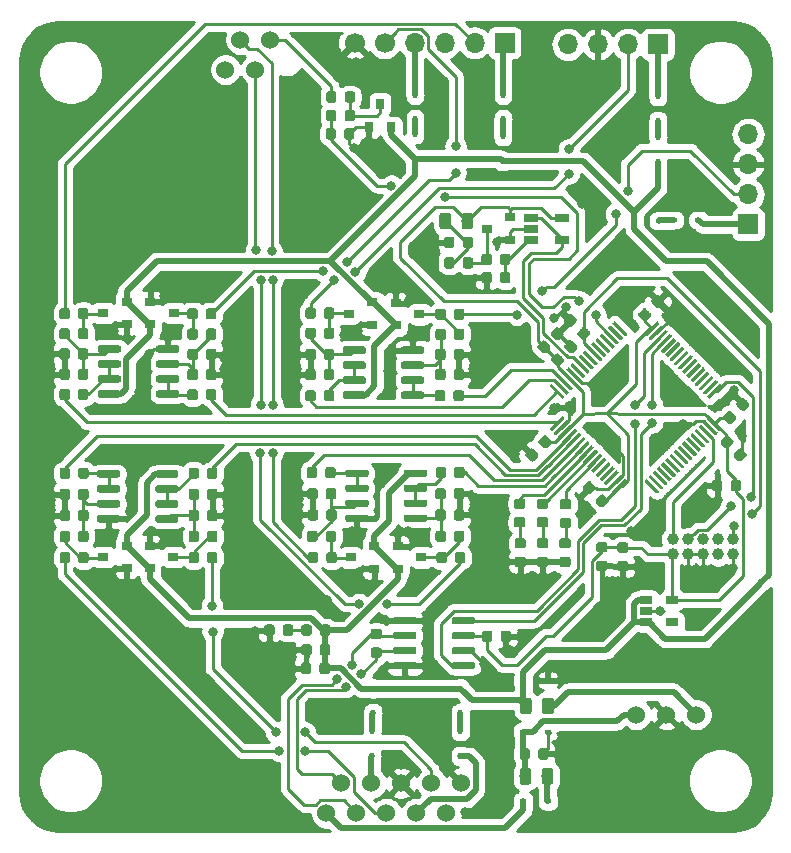
<source format=gbr>
G04 #@! TF.GenerationSoftware,KiCad,Pcbnew,(5.1.4-0)*
G04 #@! TF.CreationDate,2021-02-17T15:57:58+01:00*
G04 #@! TF.ProjectId,DCU,4443552e-6b69-4636-9164-5f7063625858,rev?*
G04 #@! TF.SameCoordinates,Original*
G04 #@! TF.FileFunction,Copper,L1,Top*
G04 #@! TF.FilePolarity,Positive*
%FSLAX46Y46*%
G04 Gerber Fmt 4.6, Leading zero omitted, Abs format (unit mm)*
G04 Created by KiCad (PCBNEW (5.1.4-0)) date 2021-02-17 15:57:58*
%MOMM*%
%LPD*%
G04 APERTURE LIST*
%ADD10R,1.220000X0.650000*%
%ADD11C,0.100000*%
%ADD12C,0.975000*%
%ADD13C,0.875000*%
%ADD14R,0.900000X0.800000*%
%ADD15C,0.300000*%
%ADD16C,1.524000*%
%ADD17O,1.700000X1.700000*%
%ADD18R,1.700000X1.700000*%
%ADD19C,1.700000*%
%ADD20C,0.600000*%
%ADD21R,0.600000X0.450000*%
%ADD22R,0.450000X0.600000*%
%ADD23C,1.000000*%
%ADD24R,1.060000X0.650000*%
%ADD25R,0.800000X0.900000*%
%ADD26C,0.800000*%
%ADD27C,0.250000*%
%ADD28C,0.500000*%
%ADD29C,0.254000*%
G04 APERTURE END LIST*
D10*
X156610000Y-82350000D03*
X156610000Y-84250000D03*
X153990000Y-84250000D03*
X153990000Y-83300000D03*
X153990000Y-82350000D03*
D11*
G36*
X146967642Y-81901174D02*
G01*
X146991303Y-81904684D01*
X147014507Y-81910496D01*
X147037029Y-81918554D01*
X147058653Y-81928782D01*
X147079170Y-81941079D01*
X147098383Y-81955329D01*
X147116107Y-81971393D01*
X147132171Y-81989117D01*
X147146421Y-82008330D01*
X147158718Y-82028847D01*
X147168946Y-82050471D01*
X147177004Y-82072993D01*
X147182816Y-82096197D01*
X147186326Y-82119858D01*
X147187500Y-82143750D01*
X147187500Y-83056250D01*
X147186326Y-83080142D01*
X147182816Y-83103803D01*
X147177004Y-83127007D01*
X147168946Y-83149529D01*
X147158718Y-83171153D01*
X147146421Y-83191670D01*
X147132171Y-83210883D01*
X147116107Y-83228607D01*
X147098383Y-83244671D01*
X147079170Y-83258921D01*
X147058653Y-83271218D01*
X147037029Y-83281446D01*
X147014507Y-83289504D01*
X146991303Y-83295316D01*
X146967642Y-83298826D01*
X146943750Y-83300000D01*
X146456250Y-83300000D01*
X146432358Y-83298826D01*
X146408697Y-83295316D01*
X146385493Y-83289504D01*
X146362971Y-83281446D01*
X146341347Y-83271218D01*
X146320830Y-83258921D01*
X146301617Y-83244671D01*
X146283893Y-83228607D01*
X146267829Y-83210883D01*
X146253579Y-83191670D01*
X146241282Y-83171153D01*
X146231054Y-83149529D01*
X146222996Y-83127007D01*
X146217184Y-83103803D01*
X146213674Y-83080142D01*
X146212500Y-83056250D01*
X146212500Y-82143750D01*
X146213674Y-82119858D01*
X146217184Y-82096197D01*
X146222996Y-82072993D01*
X146231054Y-82050471D01*
X146241282Y-82028847D01*
X146253579Y-82008330D01*
X146267829Y-81989117D01*
X146283893Y-81971393D01*
X146301617Y-81955329D01*
X146320830Y-81941079D01*
X146341347Y-81928782D01*
X146362971Y-81918554D01*
X146385493Y-81910496D01*
X146408697Y-81904684D01*
X146432358Y-81901174D01*
X146456250Y-81900000D01*
X146943750Y-81900000D01*
X146967642Y-81901174D01*
X146967642Y-81901174D01*
G37*
D12*
X146700000Y-82600000D03*
D11*
G36*
X148842642Y-81901174D02*
G01*
X148866303Y-81904684D01*
X148889507Y-81910496D01*
X148912029Y-81918554D01*
X148933653Y-81928782D01*
X148954170Y-81941079D01*
X148973383Y-81955329D01*
X148991107Y-81971393D01*
X149007171Y-81989117D01*
X149021421Y-82008330D01*
X149033718Y-82028847D01*
X149043946Y-82050471D01*
X149052004Y-82072993D01*
X149057816Y-82096197D01*
X149061326Y-82119858D01*
X149062500Y-82143750D01*
X149062500Y-83056250D01*
X149061326Y-83080142D01*
X149057816Y-83103803D01*
X149052004Y-83127007D01*
X149043946Y-83149529D01*
X149033718Y-83171153D01*
X149021421Y-83191670D01*
X149007171Y-83210883D01*
X148991107Y-83228607D01*
X148973383Y-83244671D01*
X148954170Y-83258921D01*
X148933653Y-83271218D01*
X148912029Y-83281446D01*
X148889507Y-83289504D01*
X148866303Y-83295316D01*
X148842642Y-83298826D01*
X148818750Y-83300000D01*
X148331250Y-83300000D01*
X148307358Y-83298826D01*
X148283697Y-83295316D01*
X148260493Y-83289504D01*
X148237971Y-83281446D01*
X148216347Y-83271218D01*
X148195830Y-83258921D01*
X148176617Y-83244671D01*
X148158893Y-83228607D01*
X148142829Y-83210883D01*
X148128579Y-83191670D01*
X148116282Y-83171153D01*
X148106054Y-83149529D01*
X148097996Y-83127007D01*
X148092184Y-83103803D01*
X148088674Y-83080142D01*
X148087500Y-83056250D01*
X148087500Y-82143750D01*
X148088674Y-82119858D01*
X148092184Y-82096197D01*
X148097996Y-82072993D01*
X148106054Y-82050471D01*
X148116282Y-82028847D01*
X148128579Y-82008330D01*
X148142829Y-81989117D01*
X148158893Y-81971393D01*
X148176617Y-81955329D01*
X148195830Y-81941079D01*
X148216347Y-81928782D01*
X148237971Y-81918554D01*
X148260493Y-81910496D01*
X148283697Y-81904684D01*
X148307358Y-81901174D01*
X148331250Y-81900000D01*
X148818750Y-81900000D01*
X148842642Y-81901174D01*
X148842642Y-81901174D01*
G37*
D12*
X148575000Y-82600000D03*
D11*
G36*
X150452691Y-85376053D02*
G01*
X150473926Y-85379203D01*
X150494750Y-85384419D01*
X150514962Y-85391651D01*
X150534368Y-85400830D01*
X150552781Y-85411866D01*
X150570024Y-85424654D01*
X150585930Y-85439070D01*
X150600346Y-85454976D01*
X150613134Y-85472219D01*
X150624170Y-85490632D01*
X150633349Y-85510038D01*
X150640581Y-85530250D01*
X150645797Y-85551074D01*
X150648947Y-85572309D01*
X150650000Y-85593750D01*
X150650000Y-86106250D01*
X150648947Y-86127691D01*
X150645797Y-86148926D01*
X150640581Y-86169750D01*
X150633349Y-86189962D01*
X150624170Y-86209368D01*
X150613134Y-86227781D01*
X150600346Y-86245024D01*
X150585930Y-86260930D01*
X150570024Y-86275346D01*
X150552781Y-86288134D01*
X150534368Y-86299170D01*
X150514962Y-86308349D01*
X150494750Y-86315581D01*
X150473926Y-86320797D01*
X150452691Y-86323947D01*
X150431250Y-86325000D01*
X149993750Y-86325000D01*
X149972309Y-86323947D01*
X149951074Y-86320797D01*
X149930250Y-86315581D01*
X149910038Y-86308349D01*
X149890632Y-86299170D01*
X149872219Y-86288134D01*
X149854976Y-86275346D01*
X149839070Y-86260930D01*
X149824654Y-86245024D01*
X149811866Y-86227781D01*
X149800830Y-86209368D01*
X149791651Y-86189962D01*
X149784419Y-86169750D01*
X149779203Y-86148926D01*
X149776053Y-86127691D01*
X149775000Y-86106250D01*
X149775000Y-85593750D01*
X149776053Y-85572309D01*
X149779203Y-85551074D01*
X149784419Y-85530250D01*
X149791651Y-85510038D01*
X149800830Y-85490632D01*
X149811866Y-85472219D01*
X149824654Y-85454976D01*
X149839070Y-85439070D01*
X149854976Y-85424654D01*
X149872219Y-85411866D01*
X149890632Y-85400830D01*
X149910038Y-85391651D01*
X149930250Y-85384419D01*
X149951074Y-85379203D01*
X149972309Y-85376053D01*
X149993750Y-85375000D01*
X150431250Y-85375000D01*
X150452691Y-85376053D01*
X150452691Y-85376053D01*
G37*
D13*
X150212500Y-85850000D03*
D11*
G36*
X152027691Y-85376053D02*
G01*
X152048926Y-85379203D01*
X152069750Y-85384419D01*
X152089962Y-85391651D01*
X152109368Y-85400830D01*
X152127781Y-85411866D01*
X152145024Y-85424654D01*
X152160930Y-85439070D01*
X152175346Y-85454976D01*
X152188134Y-85472219D01*
X152199170Y-85490632D01*
X152208349Y-85510038D01*
X152215581Y-85530250D01*
X152220797Y-85551074D01*
X152223947Y-85572309D01*
X152225000Y-85593750D01*
X152225000Y-86106250D01*
X152223947Y-86127691D01*
X152220797Y-86148926D01*
X152215581Y-86169750D01*
X152208349Y-86189962D01*
X152199170Y-86209368D01*
X152188134Y-86227781D01*
X152175346Y-86245024D01*
X152160930Y-86260930D01*
X152145024Y-86275346D01*
X152127781Y-86288134D01*
X152109368Y-86299170D01*
X152089962Y-86308349D01*
X152069750Y-86315581D01*
X152048926Y-86320797D01*
X152027691Y-86323947D01*
X152006250Y-86325000D01*
X151568750Y-86325000D01*
X151547309Y-86323947D01*
X151526074Y-86320797D01*
X151505250Y-86315581D01*
X151485038Y-86308349D01*
X151465632Y-86299170D01*
X151447219Y-86288134D01*
X151429976Y-86275346D01*
X151414070Y-86260930D01*
X151399654Y-86245024D01*
X151386866Y-86227781D01*
X151375830Y-86209368D01*
X151366651Y-86189962D01*
X151359419Y-86169750D01*
X151354203Y-86148926D01*
X151351053Y-86127691D01*
X151350000Y-86106250D01*
X151350000Y-85593750D01*
X151351053Y-85572309D01*
X151354203Y-85551074D01*
X151359419Y-85530250D01*
X151366651Y-85510038D01*
X151375830Y-85490632D01*
X151386866Y-85472219D01*
X151399654Y-85454976D01*
X151414070Y-85439070D01*
X151429976Y-85424654D01*
X151447219Y-85411866D01*
X151465632Y-85400830D01*
X151485038Y-85391651D01*
X151505250Y-85384419D01*
X151526074Y-85379203D01*
X151547309Y-85376053D01*
X151568750Y-85375000D01*
X152006250Y-85375000D01*
X152027691Y-85376053D01*
X152027691Y-85376053D01*
G37*
D13*
X151787500Y-85850000D03*
D11*
G36*
X147290191Y-85676053D02*
G01*
X147311426Y-85679203D01*
X147332250Y-85684419D01*
X147352462Y-85691651D01*
X147371868Y-85700830D01*
X147390281Y-85711866D01*
X147407524Y-85724654D01*
X147423430Y-85739070D01*
X147437846Y-85754976D01*
X147450634Y-85772219D01*
X147461670Y-85790632D01*
X147470849Y-85810038D01*
X147478081Y-85830250D01*
X147483297Y-85851074D01*
X147486447Y-85872309D01*
X147487500Y-85893750D01*
X147487500Y-86406250D01*
X147486447Y-86427691D01*
X147483297Y-86448926D01*
X147478081Y-86469750D01*
X147470849Y-86489962D01*
X147461670Y-86509368D01*
X147450634Y-86527781D01*
X147437846Y-86545024D01*
X147423430Y-86560930D01*
X147407524Y-86575346D01*
X147390281Y-86588134D01*
X147371868Y-86599170D01*
X147352462Y-86608349D01*
X147332250Y-86615581D01*
X147311426Y-86620797D01*
X147290191Y-86623947D01*
X147268750Y-86625000D01*
X146831250Y-86625000D01*
X146809809Y-86623947D01*
X146788574Y-86620797D01*
X146767750Y-86615581D01*
X146747538Y-86608349D01*
X146728132Y-86599170D01*
X146709719Y-86588134D01*
X146692476Y-86575346D01*
X146676570Y-86560930D01*
X146662154Y-86545024D01*
X146649366Y-86527781D01*
X146638330Y-86509368D01*
X146629151Y-86489962D01*
X146621919Y-86469750D01*
X146616703Y-86448926D01*
X146613553Y-86427691D01*
X146612500Y-86406250D01*
X146612500Y-85893750D01*
X146613553Y-85872309D01*
X146616703Y-85851074D01*
X146621919Y-85830250D01*
X146629151Y-85810038D01*
X146638330Y-85790632D01*
X146649366Y-85772219D01*
X146662154Y-85754976D01*
X146676570Y-85739070D01*
X146692476Y-85724654D01*
X146709719Y-85711866D01*
X146728132Y-85700830D01*
X146747538Y-85691651D01*
X146767750Y-85684419D01*
X146788574Y-85679203D01*
X146809809Y-85676053D01*
X146831250Y-85675000D01*
X147268750Y-85675000D01*
X147290191Y-85676053D01*
X147290191Y-85676053D01*
G37*
D13*
X147050000Y-86150000D03*
D11*
G36*
X148865191Y-85676053D02*
G01*
X148886426Y-85679203D01*
X148907250Y-85684419D01*
X148927462Y-85691651D01*
X148946868Y-85700830D01*
X148965281Y-85711866D01*
X148982524Y-85724654D01*
X148998430Y-85739070D01*
X149012846Y-85754976D01*
X149025634Y-85772219D01*
X149036670Y-85790632D01*
X149045849Y-85810038D01*
X149053081Y-85830250D01*
X149058297Y-85851074D01*
X149061447Y-85872309D01*
X149062500Y-85893750D01*
X149062500Y-86406250D01*
X149061447Y-86427691D01*
X149058297Y-86448926D01*
X149053081Y-86469750D01*
X149045849Y-86489962D01*
X149036670Y-86509368D01*
X149025634Y-86527781D01*
X149012846Y-86545024D01*
X148998430Y-86560930D01*
X148982524Y-86575346D01*
X148965281Y-86588134D01*
X148946868Y-86599170D01*
X148927462Y-86608349D01*
X148907250Y-86615581D01*
X148886426Y-86620797D01*
X148865191Y-86623947D01*
X148843750Y-86625000D01*
X148406250Y-86625000D01*
X148384809Y-86623947D01*
X148363574Y-86620797D01*
X148342750Y-86615581D01*
X148322538Y-86608349D01*
X148303132Y-86599170D01*
X148284719Y-86588134D01*
X148267476Y-86575346D01*
X148251570Y-86560930D01*
X148237154Y-86545024D01*
X148224366Y-86527781D01*
X148213330Y-86509368D01*
X148204151Y-86489962D01*
X148196919Y-86469750D01*
X148191703Y-86448926D01*
X148188553Y-86427691D01*
X148187500Y-86406250D01*
X148187500Y-85893750D01*
X148188553Y-85872309D01*
X148191703Y-85851074D01*
X148196919Y-85830250D01*
X148204151Y-85810038D01*
X148213330Y-85790632D01*
X148224366Y-85772219D01*
X148237154Y-85754976D01*
X148251570Y-85739070D01*
X148267476Y-85724654D01*
X148284719Y-85711866D01*
X148303132Y-85700830D01*
X148322538Y-85691651D01*
X148342750Y-85684419D01*
X148363574Y-85679203D01*
X148384809Y-85676053D01*
X148406250Y-85675000D01*
X148843750Y-85675000D01*
X148865191Y-85676053D01*
X148865191Y-85676053D01*
G37*
D13*
X148625000Y-86150000D03*
D11*
G36*
X148865191Y-83926053D02*
G01*
X148886426Y-83929203D01*
X148907250Y-83934419D01*
X148927462Y-83941651D01*
X148946868Y-83950830D01*
X148965281Y-83961866D01*
X148982524Y-83974654D01*
X148998430Y-83989070D01*
X149012846Y-84004976D01*
X149025634Y-84022219D01*
X149036670Y-84040632D01*
X149045849Y-84060038D01*
X149053081Y-84080250D01*
X149058297Y-84101074D01*
X149061447Y-84122309D01*
X149062500Y-84143750D01*
X149062500Y-84656250D01*
X149061447Y-84677691D01*
X149058297Y-84698926D01*
X149053081Y-84719750D01*
X149045849Y-84739962D01*
X149036670Y-84759368D01*
X149025634Y-84777781D01*
X149012846Y-84795024D01*
X148998430Y-84810930D01*
X148982524Y-84825346D01*
X148965281Y-84838134D01*
X148946868Y-84849170D01*
X148927462Y-84858349D01*
X148907250Y-84865581D01*
X148886426Y-84870797D01*
X148865191Y-84873947D01*
X148843750Y-84875000D01*
X148406250Y-84875000D01*
X148384809Y-84873947D01*
X148363574Y-84870797D01*
X148342750Y-84865581D01*
X148322538Y-84858349D01*
X148303132Y-84849170D01*
X148284719Y-84838134D01*
X148267476Y-84825346D01*
X148251570Y-84810930D01*
X148237154Y-84795024D01*
X148224366Y-84777781D01*
X148213330Y-84759368D01*
X148204151Y-84739962D01*
X148196919Y-84719750D01*
X148191703Y-84698926D01*
X148188553Y-84677691D01*
X148187500Y-84656250D01*
X148187500Y-84143750D01*
X148188553Y-84122309D01*
X148191703Y-84101074D01*
X148196919Y-84080250D01*
X148204151Y-84060038D01*
X148213330Y-84040632D01*
X148224366Y-84022219D01*
X148237154Y-84004976D01*
X148251570Y-83989070D01*
X148267476Y-83974654D01*
X148284719Y-83961866D01*
X148303132Y-83950830D01*
X148322538Y-83941651D01*
X148342750Y-83934419D01*
X148363574Y-83929203D01*
X148384809Y-83926053D01*
X148406250Y-83925000D01*
X148843750Y-83925000D01*
X148865191Y-83926053D01*
X148865191Y-83926053D01*
G37*
D13*
X148625000Y-84400000D03*
D11*
G36*
X147290191Y-83926053D02*
G01*
X147311426Y-83929203D01*
X147332250Y-83934419D01*
X147352462Y-83941651D01*
X147371868Y-83950830D01*
X147390281Y-83961866D01*
X147407524Y-83974654D01*
X147423430Y-83989070D01*
X147437846Y-84004976D01*
X147450634Y-84022219D01*
X147461670Y-84040632D01*
X147470849Y-84060038D01*
X147478081Y-84080250D01*
X147483297Y-84101074D01*
X147486447Y-84122309D01*
X147487500Y-84143750D01*
X147487500Y-84656250D01*
X147486447Y-84677691D01*
X147483297Y-84698926D01*
X147478081Y-84719750D01*
X147470849Y-84739962D01*
X147461670Y-84759368D01*
X147450634Y-84777781D01*
X147437846Y-84795024D01*
X147423430Y-84810930D01*
X147407524Y-84825346D01*
X147390281Y-84838134D01*
X147371868Y-84849170D01*
X147352462Y-84858349D01*
X147332250Y-84865581D01*
X147311426Y-84870797D01*
X147290191Y-84873947D01*
X147268750Y-84875000D01*
X146831250Y-84875000D01*
X146809809Y-84873947D01*
X146788574Y-84870797D01*
X146767750Y-84865581D01*
X146747538Y-84858349D01*
X146728132Y-84849170D01*
X146709719Y-84838134D01*
X146692476Y-84825346D01*
X146676570Y-84810930D01*
X146662154Y-84795024D01*
X146649366Y-84777781D01*
X146638330Y-84759368D01*
X146629151Y-84739962D01*
X146621919Y-84719750D01*
X146616703Y-84698926D01*
X146613553Y-84677691D01*
X146612500Y-84656250D01*
X146612500Y-84143750D01*
X146613553Y-84122309D01*
X146616703Y-84101074D01*
X146621919Y-84080250D01*
X146629151Y-84060038D01*
X146638330Y-84040632D01*
X146649366Y-84022219D01*
X146662154Y-84004976D01*
X146676570Y-83989070D01*
X146692476Y-83974654D01*
X146709719Y-83961866D01*
X146728132Y-83950830D01*
X146747538Y-83941651D01*
X146767750Y-83934419D01*
X146788574Y-83929203D01*
X146809809Y-83926053D01*
X146831250Y-83925000D01*
X147268750Y-83925000D01*
X147290191Y-83926053D01*
X147290191Y-83926053D01*
G37*
D13*
X147050000Y-84400000D03*
D14*
X150220000Y-83250000D03*
X152220000Y-82300000D03*
X152220000Y-84200000D03*
D11*
G36*
X150452691Y-86926053D02*
G01*
X150473926Y-86929203D01*
X150494750Y-86934419D01*
X150514962Y-86941651D01*
X150534368Y-86950830D01*
X150552781Y-86961866D01*
X150570024Y-86974654D01*
X150585930Y-86989070D01*
X150600346Y-87004976D01*
X150613134Y-87022219D01*
X150624170Y-87040632D01*
X150633349Y-87060038D01*
X150640581Y-87080250D01*
X150645797Y-87101074D01*
X150648947Y-87122309D01*
X150650000Y-87143750D01*
X150650000Y-87656250D01*
X150648947Y-87677691D01*
X150645797Y-87698926D01*
X150640581Y-87719750D01*
X150633349Y-87739962D01*
X150624170Y-87759368D01*
X150613134Y-87777781D01*
X150600346Y-87795024D01*
X150585930Y-87810930D01*
X150570024Y-87825346D01*
X150552781Y-87838134D01*
X150534368Y-87849170D01*
X150514962Y-87858349D01*
X150494750Y-87865581D01*
X150473926Y-87870797D01*
X150452691Y-87873947D01*
X150431250Y-87875000D01*
X149993750Y-87875000D01*
X149972309Y-87873947D01*
X149951074Y-87870797D01*
X149930250Y-87865581D01*
X149910038Y-87858349D01*
X149890632Y-87849170D01*
X149872219Y-87838134D01*
X149854976Y-87825346D01*
X149839070Y-87810930D01*
X149824654Y-87795024D01*
X149811866Y-87777781D01*
X149800830Y-87759368D01*
X149791651Y-87739962D01*
X149784419Y-87719750D01*
X149779203Y-87698926D01*
X149776053Y-87677691D01*
X149775000Y-87656250D01*
X149775000Y-87143750D01*
X149776053Y-87122309D01*
X149779203Y-87101074D01*
X149784419Y-87080250D01*
X149791651Y-87060038D01*
X149800830Y-87040632D01*
X149811866Y-87022219D01*
X149824654Y-87004976D01*
X149839070Y-86989070D01*
X149854976Y-86974654D01*
X149872219Y-86961866D01*
X149890632Y-86950830D01*
X149910038Y-86941651D01*
X149930250Y-86934419D01*
X149951074Y-86929203D01*
X149972309Y-86926053D01*
X149993750Y-86925000D01*
X150431250Y-86925000D01*
X150452691Y-86926053D01*
X150452691Y-86926053D01*
G37*
D13*
X150212500Y-87400000D03*
D11*
G36*
X152027691Y-86926053D02*
G01*
X152048926Y-86929203D01*
X152069750Y-86934419D01*
X152089962Y-86941651D01*
X152109368Y-86950830D01*
X152127781Y-86961866D01*
X152145024Y-86974654D01*
X152160930Y-86989070D01*
X152175346Y-87004976D01*
X152188134Y-87022219D01*
X152199170Y-87040632D01*
X152208349Y-87060038D01*
X152215581Y-87080250D01*
X152220797Y-87101074D01*
X152223947Y-87122309D01*
X152225000Y-87143750D01*
X152225000Y-87656250D01*
X152223947Y-87677691D01*
X152220797Y-87698926D01*
X152215581Y-87719750D01*
X152208349Y-87739962D01*
X152199170Y-87759368D01*
X152188134Y-87777781D01*
X152175346Y-87795024D01*
X152160930Y-87810930D01*
X152145024Y-87825346D01*
X152127781Y-87838134D01*
X152109368Y-87849170D01*
X152089962Y-87858349D01*
X152069750Y-87865581D01*
X152048926Y-87870797D01*
X152027691Y-87873947D01*
X152006250Y-87875000D01*
X151568750Y-87875000D01*
X151547309Y-87873947D01*
X151526074Y-87870797D01*
X151505250Y-87865581D01*
X151485038Y-87858349D01*
X151465632Y-87849170D01*
X151447219Y-87838134D01*
X151429976Y-87825346D01*
X151414070Y-87810930D01*
X151399654Y-87795024D01*
X151386866Y-87777781D01*
X151375830Y-87759368D01*
X151366651Y-87739962D01*
X151359419Y-87719750D01*
X151354203Y-87698926D01*
X151351053Y-87677691D01*
X151350000Y-87656250D01*
X151350000Y-87143750D01*
X151351053Y-87122309D01*
X151354203Y-87101074D01*
X151359419Y-87080250D01*
X151366651Y-87060038D01*
X151375830Y-87040632D01*
X151386866Y-87022219D01*
X151399654Y-87004976D01*
X151414070Y-86989070D01*
X151429976Y-86974654D01*
X151447219Y-86961866D01*
X151465632Y-86950830D01*
X151485038Y-86941651D01*
X151505250Y-86934419D01*
X151526074Y-86929203D01*
X151547309Y-86926053D01*
X151568750Y-86925000D01*
X152006250Y-86925000D01*
X152027691Y-86926053D01*
X152027691Y-86926053D01*
G37*
D13*
X151787500Y-87400000D03*
D11*
G36*
X161047228Y-91098872D02*
G01*
X161054509Y-91099952D01*
X161061648Y-91101740D01*
X161068578Y-91104220D01*
X161075232Y-91107367D01*
X161081545Y-91111151D01*
X161087456Y-91115535D01*
X161092910Y-91120478D01*
X162082860Y-92110428D01*
X162087803Y-92115882D01*
X162092187Y-92121793D01*
X162095971Y-92128106D01*
X162099118Y-92134760D01*
X162101598Y-92141690D01*
X162103386Y-92148829D01*
X162104466Y-92156110D01*
X162104827Y-92163461D01*
X162104466Y-92170812D01*
X162103386Y-92178093D01*
X162101598Y-92185232D01*
X162099118Y-92192162D01*
X162095971Y-92198816D01*
X162092187Y-92205129D01*
X162087803Y-92211040D01*
X162082860Y-92216494D01*
X161976794Y-92322560D01*
X161971340Y-92327503D01*
X161965429Y-92331887D01*
X161959116Y-92335671D01*
X161952462Y-92338818D01*
X161945532Y-92341298D01*
X161938393Y-92343086D01*
X161931112Y-92344166D01*
X161923761Y-92344527D01*
X161916410Y-92344166D01*
X161909129Y-92343086D01*
X161901990Y-92341298D01*
X161895060Y-92338818D01*
X161888406Y-92335671D01*
X161882093Y-92331887D01*
X161876182Y-92327503D01*
X161870728Y-92322560D01*
X160880778Y-91332610D01*
X160875835Y-91327156D01*
X160871451Y-91321245D01*
X160867667Y-91314932D01*
X160864520Y-91308278D01*
X160862040Y-91301348D01*
X160860252Y-91294209D01*
X160859172Y-91286928D01*
X160858811Y-91279577D01*
X160859172Y-91272226D01*
X160860252Y-91264945D01*
X160862040Y-91257806D01*
X160864520Y-91250876D01*
X160867667Y-91244222D01*
X160871451Y-91237909D01*
X160875835Y-91231998D01*
X160880778Y-91226544D01*
X160986844Y-91120478D01*
X160992298Y-91115535D01*
X160998209Y-91111151D01*
X161004522Y-91107367D01*
X161011176Y-91104220D01*
X161018106Y-91101740D01*
X161025245Y-91099952D01*
X161032526Y-91098872D01*
X161039877Y-91098511D01*
X161047228Y-91098872D01*
X161047228Y-91098872D01*
G37*
D15*
X161481819Y-91721519D03*
D11*
G36*
X160693675Y-91452425D02*
G01*
X160700956Y-91453505D01*
X160708095Y-91455293D01*
X160715025Y-91457773D01*
X160721679Y-91460920D01*
X160727992Y-91464704D01*
X160733903Y-91469088D01*
X160739357Y-91474031D01*
X161729307Y-92463981D01*
X161734250Y-92469435D01*
X161738634Y-92475346D01*
X161742418Y-92481659D01*
X161745565Y-92488313D01*
X161748045Y-92495243D01*
X161749833Y-92502382D01*
X161750913Y-92509663D01*
X161751274Y-92517014D01*
X161750913Y-92524365D01*
X161749833Y-92531646D01*
X161748045Y-92538785D01*
X161745565Y-92545715D01*
X161742418Y-92552369D01*
X161738634Y-92558682D01*
X161734250Y-92564593D01*
X161729307Y-92570047D01*
X161623241Y-92676113D01*
X161617787Y-92681056D01*
X161611876Y-92685440D01*
X161605563Y-92689224D01*
X161598909Y-92692371D01*
X161591979Y-92694851D01*
X161584840Y-92696639D01*
X161577559Y-92697719D01*
X161570208Y-92698080D01*
X161562857Y-92697719D01*
X161555576Y-92696639D01*
X161548437Y-92694851D01*
X161541507Y-92692371D01*
X161534853Y-92689224D01*
X161528540Y-92685440D01*
X161522629Y-92681056D01*
X161517175Y-92676113D01*
X160527225Y-91686163D01*
X160522282Y-91680709D01*
X160517898Y-91674798D01*
X160514114Y-91668485D01*
X160510967Y-91661831D01*
X160508487Y-91654901D01*
X160506699Y-91647762D01*
X160505619Y-91640481D01*
X160505258Y-91633130D01*
X160505619Y-91625779D01*
X160506699Y-91618498D01*
X160508487Y-91611359D01*
X160510967Y-91604429D01*
X160514114Y-91597775D01*
X160517898Y-91591462D01*
X160522282Y-91585551D01*
X160527225Y-91580097D01*
X160633291Y-91474031D01*
X160638745Y-91469088D01*
X160644656Y-91464704D01*
X160650969Y-91460920D01*
X160657623Y-91457773D01*
X160664553Y-91455293D01*
X160671692Y-91453505D01*
X160678973Y-91452425D01*
X160686324Y-91452064D01*
X160693675Y-91452425D01*
X160693675Y-91452425D01*
G37*
D15*
X161128266Y-92075072D03*
D11*
G36*
X160340122Y-91805978D02*
G01*
X160347403Y-91807058D01*
X160354542Y-91808846D01*
X160361472Y-91811326D01*
X160368126Y-91814473D01*
X160374439Y-91818257D01*
X160380350Y-91822641D01*
X160385804Y-91827584D01*
X161375754Y-92817534D01*
X161380697Y-92822988D01*
X161385081Y-92828899D01*
X161388865Y-92835212D01*
X161392012Y-92841866D01*
X161394492Y-92848796D01*
X161396280Y-92855935D01*
X161397360Y-92863216D01*
X161397721Y-92870567D01*
X161397360Y-92877918D01*
X161396280Y-92885199D01*
X161394492Y-92892338D01*
X161392012Y-92899268D01*
X161388865Y-92905922D01*
X161385081Y-92912235D01*
X161380697Y-92918146D01*
X161375754Y-92923600D01*
X161269688Y-93029666D01*
X161264234Y-93034609D01*
X161258323Y-93038993D01*
X161252010Y-93042777D01*
X161245356Y-93045924D01*
X161238426Y-93048404D01*
X161231287Y-93050192D01*
X161224006Y-93051272D01*
X161216655Y-93051633D01*
X161209304Y-93051272D01*
X161202023Y-93050192D01*
X161194884Y-93048404D01*
X161187954Y-93045924D01*
X161181300Y-93042777D01*
X161174987Y-93038993D01*
X161169076Y-93034609D01*
X161163622Y-93029666D01*
X160173672Y-92039716D01*
X160168729Y-92034262D01*
X160164345Y-92028351D01*
X160160561Y-92022038D01*
X160157414Y-92015384D01*
X160154934Y-92008454D01*
X160153146Y-92001315D01*
X160152066Y-91994034D01*
X160151705Y-91986683D01*
X160152066Y-91979332D01*
X160153146Y-91972051D01*
X160154934Y-91964912D01*
X160157414Y-91957982D01*
X160160561Y-91951328D01*
X160164345Y-91945015D01*
X160168729Y-91939104D01*
X160173672Y-91933650D01*
X160279738Y-91827584D01*
X160285192Y-91822641D01*
X160291103Y-91818257D01*
X160297416Y-91814473D01*
X160304070Y-91811326D01*
X160311000Y-91808846D01*
X160318139Y-91807058D01*
X160325420Y-91805978D01*
X160332771Y-91805617D01*
X160340122Y-91805978D01*
X160340122Y-91805978D01*
G37*
D15*
X160774713Y-92428625D03*
D11*
G36*
X159986568Y-92159532D02*
G01*
X159993849Y-92160612D01*
X160000988Y-92162400D01*
X160007918Y-92164880D01*
X160014572Y-92168027D01*
X160020885Y-92171811D01*
X160026796Y-92176195D01*
X160032250Y-92181138D01*
X161022200Y-93171088D01*
X161027143Y-93176542D01*
X161031527Y-93182453D01*
X161035311Y-93188766D01*
X161038458Y-93195420D01*
X161040938Y-93202350D01*
X161042726Y-93209489D01*
X161043806Y-93216770D01*
X161044167Y-93224121D01*
X161043806Y-93231472D01*
X161042726Y-93238753D01*
X161040938Y-93245892D01*
X161038458Y-93252822D01*
X161035311Y-93259476D01*
X161031527Y-93265789D01*
X161027143Y-93271700D01*
X161022200Y-93277154D01*
X160916134Y-93383220D01*
X160910680Y-93388163D01*
X160904769Y-93392547D01*
X160898456Y-93396331D01*
X160891802Y-93399478D01*
X160884872Y-93401958D01*
X160877733Y-93403746D01*
X160870452Y-93404826D01*
X160863101Y-93405187D01*
X160855750Y-93404826D01*
X160848469Y-93403746D01*
X160841330Y-93401958D01*
X160834400Y-93399478D01*
X160827746Y-93396331D01*
X160821433Y-93392547D01*
X160815522Y-93388163D01*
X160810068Y-93383220D01*
X159820118Y-92393270D01*
X159815175Y-92387816D01*
X159810791Y-92381905D01*
X159807007Y-92375592D01*
X159803860Y-92368938D01*
X159801380Y-92362008D01*
X159799592Y-92354869D01*
X159798512Y-92347588D01*
X159798151Y-92340237D01*
X159798512Y-92332886D01*
X159799592Y-92325605D01*
X159801380Y-92318466D01*
X159803860Y-92311536D01*
X159807007Y-92304882D01*
X159810791Y-92298569D01*
X159815175Y-92292658D01*
X159820118Y-92287204D01*
X159926184Y-92181138D01*
X159931638Y-92176195D01*
X159937549Y-92171811D01*
X159943862Y-92168027D01*
X159950516Y-92164880D01*
X159957446Y-92162400D01*
X159964585Y-92160612D01*
X159971866Y-92159532D01*
X159979217Y-92159171D01*
X159986568Y-92159532D01*
X159986568Y-92159532D01*
G37*
D15*
X160421159Y-92782179D03*
D11*
G36*
X159633015Y-92513085D02*
G01*
X159640296Y-92514165D01*
X159647435Y-92515953D01*
X159654365Y-92518433D01*
X159661019Y-92521580D01*
X159667332Y-92525364D01*
X159673243Y-92529748D01*
X159678697Y-92534691D01*
X160668647Y-93524641D01*
X160673590Y-93530095D01*
X160677974Y-93536006D01*
X160681758Y-93542319D01*
X160684905Y-93548973D01*
X160687385Y-93555903D01*
X160689173Y-93563042D01*
X160690253Y-93570323D01*
X160690614Y-93577674D01*
X160690253Y-93585025D01*
X160689173Y-93592306D01*
X160687385Y-93599445D01*
X160684905Y-93606375D01*
X160681758Y-93613029D01*
X160677974Y-93619342D01*
X160673590Y-93625253D01*
X160668647Y-93630707D01*
X160562581Y-93736773D01*
X160557127Y-93741716D01*
X160551216Y-93746100D01*
X160544903Y-93749884D01*
X160538249Y-93753031D01*
X160531319Y-93755511D01*
X160524180Y-93757299D01*
X160516899Y-93758379D01*
X160509548Y-93758740D01*
X160502197Y-93758379D01*
X160494916Y-93757299D01*
X160487777Y-93755511D01*
X160480847Y-93753031D01*
X160474193Y-93749884D01*
X160467880Y-93746100D01*
X160461969Y-93741716D01*
X160456515Y-93736773D01*
X159466565Y-92746823D01*
X159461622Y-92741369D01*
X159457238Y-92735458D01*
X159453454Y-92729145D01*
X159450307Y-92722491D01*
X159447827Y-92715561D01*
X159446039Y-92708422D01*
X159444959Y-92701141D01*
X159444598Y-92693790D01*
X159444959Y-92686439D01*
X159446039Y-92679158D01*
X159447827Y-92672019D01*
X159450307Y-92665089D01*
X159453454Y-92658435D01*
X159457238Y-92652122D01*
X159461622Y-92646211D01*
X159466565Y-92640757D01*
X159572631Y-92534691D01*
X159578085Y-92529748D01*
X159583996Y-92525364D01*
X159590309Y-92521580D01*
X159596963Y-92518433D01*
X159603893Y-92515953D01*
X159611032Y-92514165D01*
X159618313Y-92513085D01*
X159625664Y-92512724D01*
X159633015Y-92513085D01*
X159633015Y-92513085D01*
G37*
D15*
X160067606Y-93135732D03*
D11*
G36*
X159279461Y-92866639D02*
G01*
X159286742Y-92867719D01*
X159293881Y-92869507D01*
X159300811Y-92871987D01*
X159307465Y-92875134D01*
X159313778Y-92878918D01*
X159319689Y-92883302D01*
X159325143Y-92888245D01*
X160315093Y-93878195D01*
X160320036Y-93883649D01*
X160324420Y-93889560D01*
X160328204Y-93895873D01*
X160331351Y-93902527D01*
X160333831Y-93909457D01*
X160335619Y-93916596D01*
X160336699Y-93923877D01*
X160337060Y-93931228D01*
X160336699Y-93938579D01*
X160335619Y-93945860D01*
X160333831Y-93952999D01*
X160331351Y-93959929D01*
X160328204Y-93966583D01*
X160324420Y-93972896D01*
X160320036Y-93978807D01*
X160315093Y-93984261D01*
X160209027Y-94090327D01*
X160203573Y-94095270D01*
X160197662Y-94099654D01*
X160191349Y-94103438D01*
X160184695Y-94106585D01*
X160177765Y-94109065D01*
X160170626Y-94110853D01*
X160163345Y-94111933D01*
X160155994Y-94112294D01*
X160148643Y-94111933D01*
X160141362Y-94110853D01*
X160134223Y-94109065D01*
X160127293Y-94106585D01*
X160120639Y-94103438D01*
X160114326Y-94099654D01*
X160108415Y-94095270D01*
X160102961Y-94090327D01*
X159113011Y-93100377D01*
X159108068Y-93094923D01*
X159103684Y-93089012D01*
X159099900Y-93082699D01*
X159096753Y-93076045D01*
X159094273Y-93069115D01*
X159092485Y-93061976D01*
X159091405Y-93054695D01*
X159091044Y-93047344D01*
X159091405Y-93039993D01*
X159092485Y-93032712D01*
X159094273Y-93025573D01*
X159096753Y-93018643D01*
X159099900Y-93011989D01*
X159103684Y-93005676D01*
X159108068Y-92999765D01*
X159113011Y-92994311D01*
X159219077Y-92888245D01*
X159224531Y-92883302D01*
X159230442Y-92878918D01*
X159236755Y-92875134D01*
X159243409Y-92871987D01*
X159250339Y-92869507D01*
X159257478Y-92867719D01*
X159264759Y-92866639D01*
X159272110Y-92866278D01*
X159279461Y-92866639D01*
X159279461Y-92866639D01*
G37*
D15*
X159714052Y-93489286D03*
D11*
G36*
X158925908Y-93220192D02*
G01*
X158933189Y-93221272D01*
X158940328Y-93223060D01*
X158947258Y-93225540D01*
X158953912Y-93228687D01*
X158960225Y-93232471D01*
X158966136Y-93236855D01*
X158971590Y-93241798D01*
X159961540Y-94231748D01*
X159966483Y-94237202D01*
X159970867Y-94243113D01*
X159974651Y-94249426D01*
X159977798Y-94256080D01*
X159980278Y-94263010D01*
X159982066Y-94270149D01*
X159983146Y-94277430D01*
X159983507Y-94284781D01*
X159983146Y-94292132D01*
X159982066Y-94299413D01*
X159980278Y-94306552D01*
X159977798Y-94313482D01*
X159974651Y-94320136D01*
X159970867Y-94326449D01*
X159966483Y-94332360D01*
X159961540Y-94337814D01*
X159855474Y-94443880D01*
X159850020Y-94448823D01*
X159844109Y-94453207D01*
X159837796Y-94456991D01*
X159831142Y-94460138D01*
X159824212Y-94462618D01*
X159817073Y-94464406D01*
X159809792Y-94465486D01*
X159802441Y-94465847D01*
X159795090Y-94465486D01*
X159787809Y-94464406D01*
X159780670Y-94462618D01*
X159773740Y-94460138D01*
X159767086Y-94456991D01*
X159760773Y-94453207D01*
X159754862Y-94448823D01*
X159749408Y-94443880D01*
X158759458Y-93453930D01*
X158754515Y-93448476D01*
X158750131Y-93442565D01*
X158746347Y-93436252D01*
X158743200Y-93429598D01*
X158740720Y-93422668D01*
X158738932Y-93415529D01*
X158737852Y-93408248D01*
X158737491Y-93400897D01*
X158737852Y-93393546D01*
X158738932Y-93386265D01*
X158740720Y-93379126D01*
X158743200Y-93372196D01*
X158746347Y-93365542D01*
X158750131Y-93359229D01*
X158754515Y-93353318D01*
X158759458Y-93347864D01*
X158865524Y-93241798D01*
X158870978Y-93236855D01*
X158876889Y-93232471D01*
X158883202Y-93228687D01*
X158889856Y-93225540D01*
X158896786Y-93223060D01*
X158903925Y-93221272D01*
X158911206Y-93220192D01*
X158918557Y-93219831D01*
X158925908Y-93220192D01*
X158925908Y-93220192D01*
G37*
D15*
X159360499Y-93842839D03*
D11*
G36*
X158572355Y-93573745D02*
G01*
X158579636Y-93574825D01*
X158586775Y-93576613D01*
X158593705Y-93579093D01*
X158600359Y-93582240D01*
X158606672Y-93586024D01*
X158612583Y-93590408D01*
X158618037Y-93595351D01*
X159607987Y-94585301D01*
X159612930Y-94590755D01*
X159617314Y-94596666D01*
X159621098Y-94602979D01*
X159624245Y-94609633D01*
X159626725Y-94616563D01*
X159628513Y-94623702D01*
X159629593Y-94630983D01*
X159629954Y-94638334D01*
X159629593Y-94645685D01*
X159628513Y-94652966D01*
X159626725Y-94660105D01*
X159624245Y-94667035D01*
X159621098Y-94673689D01*
X159617314Y-94680002D01*
X159612930Y-94685913D01*
X159607987Y-94691367D01*
X159501921Y-94797433D01*
X159496467Y-94802376D01*
X159490556Y-94806760D01*
X159484243Y-94810544D01*
X159477589Y-94813691D01*
X159470659Y-94816171D01*
X159463520Y-94817959D01*
X159456239Y-94819039D01*
X159448888Y-94819400D01*
X159441537Y-94819039D01*
X159434256Y-94817959D01*
X159427117Y-94816171D01*
X159420187Y-94813691D01*
X159413533Y-94810544D01*
X159407220Y-94806760D01*
X159401309Y-94802376D01*
X159395855Y-94797433D01*
X158405905Y-93807483D01*
X158400962Y-93802029D01*
X158396578Y-93796118D01*
X158392794Y-93789805D01*
X158389647Y-93783151D01*
X158387167Y-93776221D01*
X158385379Y-93769082D01*
X158384299Y-93761801D01*
X158383938Y-93754450D01*
X158384299Y-93747099D01*
X158385379Y-93739818D01*
X158387167Y-93732679D01*
X158389647Y-93725749D01*
X158392794Y-93719095D01*
X158396578Y-93712782D01*
X158400962Y-93706871D01*
X158405905Y-93701417D01*
X158511971Y-93595351D01*
X158517425Y-93590408D01*
X158523336Y-93586024D01*
X158529649Y-93582240D01*
X158536303Y-93579093D01*
X158543233Y-93576613D01*
X158550372Y-93574825D01*
X158557653Y-93573745D01*
X158565004Y-93573384D01*
X158572355Y-93573745D01*
X158572355Y-93573745D01*
G37*
D15*
X159006946Y-94196392D03*
D11*
G36*
X158218801Y-93927299D02*
G01*
X158226082Y-93928379D01*
X158233221Y-93930167D01*
X158240151Y-93932647D01*
X158246805Y-93935794D01*
X158253118Y-93939578D01*
X158259029Y-93943962D01*
X158264483Y-93948905D01*
X159254433Y-94938855D01*
X159259376Y-94944309D01*
X159263760Y-94950220D01*
X159267544Y-94956533D01*
X159270691Y-94963187D01*
X159273171Y-94970117D01*
X159274959Y-94977256D01*
X159276039Y-94984537D01*
X159276400Y-94991888D01*
X159276039Y-94999239D01*
X159274959Y-95006520D01*
X159273171Y-95013659D01*
X159270691Y-95020589D01*
X159267544Y-95027243D01*
X159263760Y-95033556D01*
X159259376Y-95039467D01*
X159254433Y-95044921D01*
X159148367Y-95150987D01*
X159142913Y-95155930D01*
X159137002Y-95160314D01*
X159130689Y-95164098D01*
X159124035Y-95167245D01*
X159117105Y-95169725D01*
X159109966Y-95171513D01*
X159102685Y-95172593D01*
X159095334Y-95172954D01*
X159087983Y-95172593D01*
X159080702Y-95171513D01*
X159073563Y-95169725D01*
X159066633Y-95167245D01*
X159059979Y-95164098D01*
X159053666Y-95160314D01*
X159047755Y-95155930D01*
X159042301Y-95150987D01*
X158052351Y-94161037D01*
X158047408Y-94155583D01*
X158043024Y-94149672D01*
X158039240Y-94143359D01*
X158036093Y-94136705D01*
X158033613Y-94129775D01*
X158031825Y-94122636D01*
X158030745Y-94115355D01*
X158030384Y-94108004D01*
X158030745Y-94100653D01*
X158031825Y-94093372D01*
X158033613Y-94086233D01*
X158036093Y-94079303D01*
X158039240Y-94072649D01*
X158043024Y-94066336D01*
X158047408Y-94060425D01*
X158052351Y-94054971D01*
X158158417Y-93948905D01*
X158163871Y-93943962D01*
X158169782Y-93939578D01*
X158176095Y-93935794D01*
X158182749Y-93932647D01*
X158189679Y-93930167D01*
X158196818Y-93928379D01*
X158204099Y-93927299D01*
X158211450Y-93926938D01*
X158218801Y-93927299D01*
X158218801Y-93927299D01*
G37*
D15*
X158653392Y-94549946D03*
D11*
G36*
X157865248Y-94280852D02*
G01*
X157872529Y-94281932D01*
X157879668Y-94283720D01*
X157886598Y-94286200D01*
X157893252Y-94289347D01*
X157899565Y-94293131D01*
X157905476Y-94297515D01*
X157910930Y-94302458D01*
X158900880Y-95292408D01*
X158905823Y-95297862D01*
X158910207Y-95303773D01*
X158913991Y-95310086D01*
X158917138Y-95316740D01*
X158919618Y-95323670D01*
X158921406Y-95330809D01*
X158922486Y-95338090D01*
X158922847Y-95345441D01*
X158922486Y-95352792D01*
X158921406Y-95360073D01*
X158919618Y-95367212D01*
X158917138Y-95374142D01*
X158913991Y-95380796D01*
X158910207Y-95387109D01*
X158905823Y-95393020D01*
X158900880Y-95398474D01*
X158794814Y-95504540D01*
X158789360Y-95509483D01*
X158783449Y-95513867D01*
X158777136Y-95517651D01*
X158770482Y-95520798D01*
X158763552Y-95523278D01*
X158756413Y-95525066D01*
X158749132Y-95526146D01*
X158741781Y-95526507D01*
X158734430Y-95526146D01*
X158727149Y-95525066D01*
X158720010Y-95523278D01*
X158713080Y-95520798D01*
X158706426Y-95517651D01*
X158700113Y-95513867D01*
X158694202Y-95509483D01*
X158688748Y-95504540D01*
X157698798Y-94514590D01*
X157693855Y-94509136D01*
X157689471Y-94503225D01*
X157685687Y-94496912D01*
X157682540Y-94490258D01*
X157680060Y-94483328D01*
X157678272Y-94476189D01*
X157677192Y-94468908D01*
X157676831Y-94461557D01*
X157677192Y-94454206D01*
X157678272Y-94446925D01*
X157680060Y-94439786D01*
X157682540Y-94432856D01*
X157685687Y-94426202D01*
X157689471Y-94419889D01*
X157693855Y-94413978D01*
X157698798Y-94408524D01*
X157804864Y-94302458D01*
X157810318Y-94297515D01*
X157816229Y-94293131D01*
X157822542Y-94289347D01*
X157829196Y-94286200D01*
X157836126Y-94283720D01*
X157843265Y-94281932D01*
X157850546Y-94280852D01*
X157857897Y-94280491D01*
X157865248Y-94280852D01*
X157865248Y-94280852D01*
G37*
D15*
X158299839Y-94903499D03*
D11*
G36*
X157511695Y-94634405D02*
G01*
X157518976Y-94635485D01*
X157526115Y-94637273D01*
X157533045Y-94639753D01*
X157539699Y-94642900D01*
X157546012Y-94646684D01*
X157551923Y-94651068D01*
X157557377Y-94656011D01*
X158547327Y-95645961D01*
X158552270Y-95651415D01*
X158556654Y-95657326D01*
X158560438Y-95663639D01*
X158563585Y-95670293D01*
X158566065Y-95677223D01*
X158567853Y-95684362D01*
X158568933Y-95691643D01*
X158569294Y-95698994D01*
X158568933Y-95706345D01*
X158567853Y-95713626D01*
X158566065Y-95720765D01*
X158563585Y-95727695D01*
X158560438Y-95734349D01*
X158556654Y-95740662D01*
X158552270Y-95746573D01*
X158547327Y-95752027D01*
X158441261Y-95858093D01*
X158435807Y-95863036D01*
X158429896Y-95867420D01*
X158423583Y-95871204D01*
X158416929Y-95874351D01*
X158409999Y-95876831D01*
X158402860Y-95878619D01*
X158395579Y-95879699D01*
X158388228Y-95880060D01*
X158380877Y-95879699D01*
X158373596Y-95878619D01*
X158366457Y-95876831D01*
X158359527Y-95874351D01*
X158352873Y-95871204D01*
X158346560Y-95867420D01*
X158340649Y-95863036D01*
X158335195Y-95858093D01*
X157345245Y-94868143D01*
X157340302Y-94862689D01*
X157335918Y-94856778D01*
X157332134Y-94850465D01*
X157328987Y-94843811D01*
X157326507Y-94836881D01*
X157324719Y-94829742D01*
X157323639Y-94822461D01*
X157323278Y-94815110D01*
X157323639Y-94807759D01*
X157324719Y-94800478D01*
X157326507Y-94793339D01*
X157328987Y-94786409D01*
X157332134Y-94779755D01*
X157335918Y-94773442D01*
X157340302Y-94767531D01*
X157345245Y-94762077D01*
X157451311Y-94656011D01*
X157456765Y-94651068D01*
X157462676Y-94646684D01*
X157468989Y-94642900D01*
X157475643Y-94639753D01*
X157482573Y-94637273D01*
X157489712Y-94635485D01*
X157496993Y-94634405D01*
X157504344Y-94634044D01*
X157511695Y-94634405D01*
X157511695Y-94634405D01*
G37*
D15*
X157946286Y-95257052D03*
D11*
G36*
X157158141Y-94987959D02*
G01*
X157165422Y-94989039D01*
X157172561Y-94990827D01*
X157179491Y-94993307D01*
X157186145Y-94996454D01*
X157192458Y-95000238D01*
X157198369Y-95004622D01*
X157203823Y-95009565D01*
X158193773Y-95999515D01*
X158198716Y-96004969D01*
X158203100Y-96010880D01*
X158206884Y-96017193D01*
X158210031Y-96023847D01*
X158212511Y-96030777D01*
X158214299Y-96037916D01*
X158215379Y-96045197D01*
X158215740Y-96052548D01*
X158215379Y-96059899D01*
X158214299Y-96067180D01*
X158212511Y-96074319D01*
X158210031Y-96081249D01*
X158206884Y-96087903D01*
X158203100Y-96094216D01*
X158198716Y-96100127D01*
X158193773Y-96105581D01*
X158087707Y-96211647D01*
X158082253Y-96216590D01*
X158076342Y-96220974D01*
X158070029Y-96224758D01*
X158063375Y-96227905D01*
X158056445Y-96230385D01*
X158049306Y-96232173D01*
X158042025Y-96233253D01*
X158034674Y-96233614D01*
X158027323Y-96233253D01*
X158020042Y-96232173D01*
X158012903Y-96230385D01*
X158005973Y-96227905D01*
X157999319Y-96224758D01*
X157993006Y-96220974D01*
X157987095Y-96216590D01*
X157981641Y-96211647D01*
X156991691Y-95221697D01*
X156986748Y-95216243D01*
X156982364Y-95210332D01*
X156978580Y-95204019D01*
X156975433Y-95197365D01*
X156972953Y-95190435D01*
X156971165Y-95183296D01*
X156970085Y-95176015D01*
X156969724Y-95168664D01*
X156970085Y-95161313D01*
X156971165Y-95154032D01*
X156972953Y-95146893D01*
X156975433Y-95139963D01*
X156978580Y-95133309D01*
X156982364Y-95126996D01*
X156986748Y-95121085D01*
X156991691Y-95115631D01*
X157097757Y-95009565D01*
X157103211Y-95004622D01*
X157109122Y-95000238D01*
X157115435Y-94996454D01*
X157122089Y-94993307D01*
X157129019Y-94990827D01*
X157136158Y-94989039D01*
X157143439Y-94987959D01*
X157150790Y-94987598D01*
X157158141Y-94987959D01*
X157158141Y-94987959D01*
G37*
D15*
X157592732Y-95610606D03*
D11*
G36*
X156804588Y-95341512D02*
G01*
X156811869Y-95342592D01*
X156819008Y-95344380D01*
X156825938Y-95346860D01*
X156832592Y-95350007D01*
X156838905Y-95353791D01*
X156844816Y-95358175D01*
X156850270Y-95363118D01*
X157840220Y-96353068D01*
X157845163Y-96358522D01*
X157849547Y-96364433D01*
X157853331Y-96370746D01*
X157856478Y-96377400D01*
X157858958Y-96384330D01*
X157860746Y-96391469D01*
X157861826Y-96398750D01*
X157862187Y-96406101D01*
X157861826Y-96413452D01*
X157860746Y-96420733D01*
X157858958Y-96427872D01*
X157856478Y-96434802D01*
X157853331Y-96441456D01*
X157849547Y-96447769D01*
X157845163Y-96453680D01*
X157840220Y-96459134D01*
X157734154Y-96565200D01*
X157728700Y-96570143D01*
X157722789Y-96574527D01*
X157716476Y-96578311D01*
X157709822Y-96581458D01*
X157702892Y-96583938D01*
X157695753Y-96585726D01*
X157688472Y-96586806D01*
X157681121Y-96587167D01*
X157673770Y-96586806D01*
X157666489Y-96585726D01*
X157659350Y-96583938D01*
X157652420Y-96581458D01*
X157645766Y-96578311D01*
X157639453Y-96574527D01*
X157633542Y-96570143D01*
X157628088Y-96565200D01*
X156638138Y-95575250D01*
X156633195Y-95569796D01*
X156628811Y-95563885D01*
X156625027Y-95557572D01*
X156621880Y-95550918D01*
X156619400Y-95543988D01*
X156617612Y-95536849D01*
X156616532Y-95529568D01*
X156616171Y-95522217D01*
X156616532Y-95514866D01*
X156617612Y-95507585D01*
X156619400Y-95500446D01*
X156621880Y-95493516D01*
X156625027Y-95486862D01*
X156628811Y-95480549D01*
X156633195Y-95474638D01*
X156638138Y-95469184D01*
X156744204Y-95363118D01*
X156749658Y-95358175D01*
X156755569Y-95353791D01*
X156761882Y-95350007D01*
X156768536Y-95346860D01*
X156775466Y-95344380D01*
X156782605Y-95342592D01*
X156789886Y-95341512D01*
X156797237Y-95341151D01*
X156804588Y-95341512D01*
X156804588Y-95341512D01*
G37*
D15*
X157239179Y-95964159D03*
D11*
G36*
X156451034Y-95695066D02*
G01*
X156458315Y-95696146D01*
X156465454Y-95697934D01*
X156472384Y-95700414D01*
X156479038Y-95703561D01*
X156485351Y-95707345D01*
X156491262Y-95711729D01*
X156496716Y-95716672D01*
X157486666Y-96706622D01*
X157491609Y-96712076D01*
X157495993Y-96717987D01*
X157499777Y-96724300D01*
X157502924Y-96730954D01*
X157505404Y-96737884D01*
X157507192Y-96745023D01*
X157508272Y-96752304D01*
X157508633Y-96759655D01*
X157508272Y-96767006D01*
X157507192Y-96774287D01*
X157505404Y-96781426D01*
X157502924Y-96788356D01*
X157499777Y-96795010D01*
X157495993Y-96801323D01*
X157491609Y-96807234D01*
X157486666Y-96812688D01*
X157380600Y-96918754D01*
X157375146Y-96923697D01*
X157369235Y-96928081D01*
X157362922Y-96931865D01*
X157356268Y-96935012D01*
X157349338Y-96937492D01*
X157342199Y-96939280D01*
X157334918Y-96940360D01*
X157327567Y-96940721D01*
X157320216Y-96940360D01*
X157312935Y-96939280D01*
X157305796Y-96937492D01*
X157298866Y-96935012D01*
X157292212Y-96931865D01*
X157285899Y-96928081D01*
X157279988Y-96923697D01*
X157274534Y-96918754D01*
X156284584Y-95928804D01*
X156279641Y-95923350D01*
X156275257Y-95917439D01*
X156271473Y-95911126D01*
X156268326Y-95904472D01*
X156265846Y-95897542D01*
X156264058Y-95890403D01*
X156262978Y-95883122D01*
X156262617Y-95875771D01*
X156262978Y-95868420D01*
X156264058Y-95861139D01*
X156265846Y-95854000D01*
X156268326Y-95847070D01*
X156271473Y-95840416D01*
X156275257Y-95834103D01*
X156279641Y-95828192D01*
X156284584Y-95822738D01*
X156390650Y-95716672D01*
X156396104Y-95711729D01*
X156402015Y-95707345D01*
X156408328Y-95703561D01*
X156414982Y-95700414D01*
X156421912Y-95697934D01*
X156429051Y-95696146D01*
X156436332Y-95695066D01*
X156443683Y-95694705D01*
X156451034Y-95695066D01*
X156451034Y-95695066D01*
G37*
D15*
X156885625Y-96317713D03*
D11*
G36*
X156097481Y-96048619D02*
G01*
X156104762Y-96049699D01*
X156111901Y-96051487D01*
X156118831Y-96053967D01*
X156125485Y-96057114D01*
X156131798Y-96060898D01*
X156137709Y-96065282D01*
X156143163Y-96070225D01*
X157133113Y-97060175D01*
X157138056Y-97065629D01*
X157142440Y-97071540D01*
X157146224Y-97077853D01*
X157149371Y-97084507D01*
X157151851Y-97091437D01*
X157153639Y-97098576D01*
X157154719Y-97105857D01*
X157155080Y-97113208D01*
X157154719Y-97120559D01*
X157153639Y-97127840D01*
X157151851Y-97134979D01*
X157149371Y-97141909D01*
X157146224Y-97148563D01*
X157142440Y-97154876D01*
X157138056Y-97160787D01*
X157133113Y-97166241D01*
X157027047Y-97272307D01*
X157021593Y-97277250D01*
X157015682Y-97281634D01*
X157009369Y-97285418D01*
X157002715Y-97288565D01*
X156995785Y-97291045D01*
X156988646Y-97292833D01*
X156981365Y-97293913D01*
X156974014Y-97294274D01*
X156966663Y-97293913D01*
X156959382Y-97292833D01*
X156952243Y-97291045D01*
X156945313Y-97288565D01*
X156938659Y-97285418D01*
X156932346Y-97281634D01*
X156926435Y-97277250D01*
X156920981Y-97272307D01*
X155931031Y-96282357D01*
X155926088Y-96276903D01*
X155921704Y-96270992D01*
X155917920Y-96264679D01*
X155914773Y-96258025D01*
X155912293Y-96251095D01*
X155910505Y-96243956D01*
X155909425Y-96236675D01*
X155909064Y-96229324D01*
X155909425Y-96221973D01*
X155910505Y-96214692D01*
X155912293Y-96207553D01*
X155914773Y-96200623D01*
X155917920Y-96193969D01*
X155921704Y-96187656D01*
X155926088Y-96181745D01*
X155931031Y-96176291D01*
X156037097Y-96070225D01*
X156042551Y-96065282D01*
X156048462Y-96060898D01*
X156054775Y-96057114D01*
X156061429Y-96053967D01*
X156068359Y-96051487D01*
X156075498Y-96049699D01*
X156082779Y-96048619D01*
X156090130Y-96048258D01*
X156097481Y-96048619D01*
X156097481Y-96048619D01*
G37*
D15*
X156532072Y-96671266D03*
D11*
G36*
X155743928Y-96402172D02*
G01*
X155751209Y-96403252D01*
X155758348Y-96405040D01*
X155765278Y-96407520D01*
X155771932Y-96410667D01*
X155778245Y-96414451D01*
X155784156Y-96418835D01*
X155789610Y-96423778D01*
X156779560Y-97413728D01*
X156784503Y-97419182D01*
X156788887Y-97425093D01*
X156792671Y-97431406D01*
X156795818Y-97438060D01*
X156798298Y-97444990D01*
X156800086Y-97452129D01*
X156801166Y-97459410D01*
X156801527Y-97466761D01*
X156801166Y-97474112D01*
X156800086Y-97481393D01*
X156798298Y-97488532D01*
X156795818Y-97495462D01*
X156792671Y-97502116D01*
X156788887Y-97508429D01*
X156784503Y-97514340D01*
X156779560Y-97519794D01*
X156673494Y-97625860D01*
X156668040Y-97630803D01*
X156662129Y-97635187D01*
X156655816Y-97638971D01*
X156649162Y-97642118D01*
X156642232Y-97644598D01*
X156635093Y-97646386D01*
X156627812Y-97647466D01*
X156620461Y-97647827D01*
X156613110Y-97647466D01*
X156605829Y-97646386D01*
X156598690Y-97644598D01*
X156591760Y-97642118D01*
X156585106Y-97638971D01*
X156578793Y-97635187D01*
X156572882Y-97630803D01*
X156567428Y-97625860D01*
X155577478Y-96635910D01*
X155572535Y-96630456D01*
X155568151Y-96624545D01*
X155564367Y-96618232D01*
X155561220Y-96611578D01*
X155558740Y-96604648D01*
X155556952Y-96597509D01*
X155555872Y-96590228D01*
X155555511Y-96582877D01*
X155555872Y-96575526D01*
X155556952Y-96568245D01*
X155558740Y-96561106D01*
X155561220Y-96554176D01*
X155564367Y-96547522D01*
X155568151Y-96541209D01*
X155572535Y-96535298D01*
X155577478Y-96529844D01*
X155683544Y-96423778D01*
X155688998Y-96418835D01*
X155694909Y-96414451D01*
X155701222Y-96410667D01*
X155707876Y-96407520D01*
X155714806Y-96405040D01*
X155721945Y-96403252D01*
X155729226Y-96402172D01*
X155736577Y-96401811D01*
X155743928Y-96402172D01*
X155743928Y-96402172D01*
G37*
D15*
X156178519Y-97024819D03*
D11*
G36*
X156627812Y-99124534D02*
G01*
X156635093Y-99125614D01*
X156642232Y-99127402D01*
X156649162Y-99129882D01*
X156655816Y-99133029D01*
X156662129Y-99136813D01*
X156668040Y-99141197D01*
X156673494Y-99146140D01*
X156779560Y-99252206D01*
X156784503Y-99257660D01*
X156788887Y-99263571D01*
X156792671Y-99269884D01*
X156795818Y-99276538D01*
X156798298Y-99283468D01*
X156800086Y-99290607D01*
X156801166Y-99297888D01*
X156801527Y-99305239D01*
X156801166Y-99312590D01*
X156800086Y-99319871D01*
X156798298Y-99327010D01*
X156795818Y-99333940D01*
X156792671Y-99340594D01*
X156788887Y-99346907D01*
X156784503Y-99352818D01*
X156779560Y-99358272D01*
X155789610Y-100348222D01*
X155784156Y-100353165D01*
X155778245Y-100357549D01*
X155771932Y-100361333D01*
X155765278Y-100364480D01*
X155758348Y-100366960D01*
X155751209Y-100368748D01*
X155743928Y-100369828D01*
X155736577Y-100370189D01*
X155729226Y-100369828D01*
X155721945Y-100368748D01*
X155714806Y-100366960D01*
X155707876Y-100364480D01*
X155701222Y-100361333D01*
X155694909Y-100357549D01*
X155688998Y-100353165D01*
X155683544Y-100348222D01*
X155577478Y-100242156D01*
X155572535Y-100236702D01*
X155568151Y-100230791D01*
X155564367Y-100224478D01*
X155561220Y-100217824D01*
X155558740Y-100210894D01*
X155556952Y-100203755D01*
X155555872Y-100196474D01*
X155555511Y-100189123D01*
X155555872Y-100181772D01*
X155556952Y-100174491D01*
X155558740Y-100167352D01*
X155561220Y-100160422D01*
X155564367Y-100153768D01*
X155568151Y-100147455D01*
X155572535Y-100141544D01*
X155577478Y-100136090D01*
X156567428Y-99146140D01*
X156572882Y-99141197D01*
X156578793Y-99136813D01*
X156585106Y-99133029D01*
X156591760Y-99129882D01*
X156598690Y-99127402D01*
X156605829Y-99125614D01*
X156613110Y-99124534D01*
X156620461Y-99124173D01*
X156627812Y-99124534D01*
X156627812Y-99124534D01*
G37*
D15*
X156178519Y-99747181D03*
D11*
G36*
X156981365Y-99478087D02*
G01*
X156988646Y-99479167D01*
X156995785Y-99480955D01*
X157002715Y-99483435D01*
X157009369Y-99486582D01*
X157015682Y-99490366D01*
X157021593Y-99494750D01*
X157027047Y-99499693D01*
X157133113Y-99605759D01*
X157138056Y-99611213D01*
X157142440Y-99617124D01*
X157146224Y-99623437D01*
X157149371Y-99630091D01*
X157151851Y-99637021D01*
X157153639Y-99644160D01*
X157154719Y-99651441D01*
X157155080Y-99658792D01*
X157154719Y-99666143D01*
X157153639Y-99673424D01*
X157151851Y-99680563D01*
X157149371Y-99687493D01*
X157146224Y-99694147D01*
X157142440Y-99700460D01*
X157138056Y-99706371D01*
X157133113Y-99711825D01*
X156143163Y-100701775D01*
X156137709Y-100706718D01*
X156131798Y-100711102D01*
X156125485Y-100714886D01*
X156118831Y-100718033D01*
X156111901Y-100720513D01*
X156104762Y-100722301D01*
X156097481Y-100723381D01*
X156090130Y-100723742D01*
X156082779Y-100723381D01*
X156075498Y-100722301D01*
X156068359Y-100720513D01*
X156061429Y-100718033D01*
X156054775Y-100714886D01*
X156048462Y-100711102D01*
X156042551Y-100706718D01*
X156037097Y-100701775D01*
X155931031Y-100595709D01*
X155926088Y-100590255D01*
X155921704Y-100584344D01*
X155917920Y-100578031D01*
X155914773Y-100571377D01*
X155912293Y-100564447D01*
X155910505Y-100557308D01*
X155909425Y-100550027D01*
X155909064Y-100542676D01*
X155909425Y-100535325D01*
X155910505Y-100528044D01*
X155912293Y-100520905D01*
X155914773Y-100513975D01*
X155917920Y-100507321D01*
X155921704Y-100501008D01*
X155926088Y-100495097D01*
X155931031Y-100489643D01*
X156920981Y-99499693D01*
X156926435Y-99494750D01*
X156932346Y-99490366D01*
X156938659Y-99486582D01*
X156945313Y-99483435D01*
X156952243Y-99480955D01*
X156959382Y-99479167D01*
X156966663Y-99478087D01*
X156974014Y-99477726D01*
X156981365Y-99478087D01*
X156981365Y-99478087D01*
G37*
D15*
X156532072Y-100100734D03*
D11*
G36*
X157334918Y-99831640D02*
G01*
X157342199Y-99832720D01*
X157349338Y-99834508D01*
X157356268Y-99836988D01*
X157362922Y-99840135D01*
X157369235Y-99843919D01*
X157375146Y-99848303D01*
X157380600Y-99853246D01*
X157486666Y-99959312D01*
X157491609Y-99964766D01*
X157495993Y-99970677D01*
X157499777Y-99976990D01*
X157502924Y-99983644D01*
X157505404Y-99990574D01*
X157507192Y-99997713D01*
X157508272Y-100004994D01*
X157508633Y-100012345D01*
X157508272Y-100019696D01*
X157507192Y-100026977D01*
X157505404Y-100034116D01*
X157502924Y-100041046D01*
X157499777Y-100047700D01*
X157495993Y-100054013D01*
X157491609Y-100059924D01*
X157486666Y-100065378D01*
X156496716Y-101055328D01*
X156491262Y-101060271D01*
X156485351Y-101064655D01*
X156479038Y-101068439D01*
X156472384Y-101071586D01*
X156465454Y-101074066D01*
X156458315Y-101075854D01*
X156451034Y-101076934D01*
X156443683Y-101077295D01*
X156436332Y-101076934D01*
X156429051Y-101075854D01*
X156421912Y-101074066D01*
X156414982Y-101071586D01*
X156408328Y-101068439D01*
X156402015Y-101064655D01*
X156396104Y-101060271D01*
X156390650Y-101055328D01*
X156284584Y-100949262D01*
X156279641Y-100943808D01*
X156275257Y-100937897D01*
X156271473Y-100931584D01*
X156268326Y-100924930D01*
X156265846Y-100918000D01*
X156264058Y-100910861D01*
X156262978Y-100903580D01*
X156262617Y-100896229D01*
X156262978Y-100888878D01*
X156264058Y-100881597D01*
X156265846Y-100874458D01*
X156268326Y-100867528D01*
X156271473Y-100860874D01*
X156275257Y-100854561D01*
X156279641Y-100848650D01*
X156284584Y-100843196D01*
X157274534Y-99853246D01*
X157279988Y-99848303D01*
X157285899Y-99843919D01*
X157292212Y-99840135D01*
X157298866Y-99836988D01*
X157305796Y-99834508D01*
X157312935Y-99832720D01*
X157320216Y-99831640D01*
X157327567Y-99831279D01*
X157334918Y-99831640D01*
X157334918Y-99831640D01*
G37*
D15*
X156885625Y-100454287D03*
D11*
G36*
X157688472Y-100185194D02*
G01*
X157695753Y-100186274D01*
X157702892Y-100188062D01*
X157709822Y-100190542D01*
X157716476Y-100193689D01*
X157722789Y-100197473D01*
X157728700Y-100201857D01*
X157734154Y-100206800D01*
X157840220Y-100312866D01*
X157845163Y-100318320D01*
X157849547Y-100324231D01*
X157853331Y-100330544D01*
X157856478Y-100337198D01*
X157858958Y-100344128D01*
X157860746Y-100351267D01*
X157861826Y-100358548D01*
X157862187Y-100365899D01*
X157861826Y-100373250D01*
X157860746Y-100380531D01*
X157858958Y-100387670D01*
X157856478Y-100394600D01*
X157853331Y-100401254D01*
X157849547Y-100407567D01*
X157845163Y-100413478D01*
X157840220Y-100418932D01*
X156850270Y-101408882D01*
X156844816Y-101413825D01*
X156838905Y-101418209D01*
X156832592Y-101421993D01*
X156825938Y-101425140D01*
X156819008Y-101427620D01*
X156811869Y-101429408D01*
X156804588Y-101430488D01*
X156797237Y-101430849D01*
X156789886Y-101430488D01*
X156782605Y-101429408D01*
X156775466Y-101427620D01*
X156768536Y-101425140D01*
X156761882Y-101421993D01*
X156755569Y-101418209D01*
X156749658Y-101413825D01*
X156744204Y-101408882D01*
X156638138Y-101302816D01*
X156633195Y-101297362D01*
X156628811Y-101291451D01*
X156625027Y-101285138D01*
X156621880Y-101278484D01*
X156619400Y-101271554D01*
X156617612Y-101264415D01*
X156616532Y-101257134D01*
X156616171Y-101249783D01*
X156616532Y-101242432D01*
X156617612Y-101235151D01*
X156619400Y-101228012D01*
X156621880Y-101221082D01*
X156625027Y-101214428D01*
X156628811Y-101208115D01*
X156633195Y-101202204D01*
X156638138Y-101196750D01*
X157628088Y-100206800D01*
X157633542Y-100201857D01*
X157639453Y-100197473D01*
X157645766Y-100193689D01*
X157652420Y-100190542D01*
X157659350Y-100188062D01*
X157666489Y-100186274D01*
X157673770Y-100185194D01*
X157681121Y-100184833D01*
X157688472Y-100185194D01*
X157688472Y-100185194D01*
G37*
D15*
X157239179Y-100807841D03*
D11*
G36*
X158042025Y-100538747D02*
G01*
X158049306Y-100539827D01*
X158056445Y-100541615D01*
X158063375Y-100544095D01*
X158070029Y-100547242D01*
X158076342Y-100551026D01*
X158082253Y-100555410D01*
X158087707Y-100560353D01*
X158193773Y-100666419D01*
X158198716Y-100671873D01*
X158203100Y-100677784D01*
X158206884Y-100684097D01*
X158210031Y-100690751D01*
X158212511Y-100697681D01*
X158214299Y-100704820D01*
X158215379Y-100712101D01*
X158215740Y-100719452D01*
X158215379Y-100726803D01*
X158214299Y-100734084D01*
X158212511Y-100741223D01*
X158210031Y-100748153D01*
X158206884Y-100754807D01*
X158203100Y-100761120D01*
X158198716Y-100767031D01*
X158193773Y-100772485D01*
X157203823Y-101762435D01*
X157198369Y-101767378D01*
X157192458Y-101771762D01*
X157186145Y-101775546D01*
X157179491Y-101778693D01*
X157172561Y-101781173D01*
X157165422Y-101782961D01*
X157158141Y-101784041D01*
X157150790Y-101784402D01*
X157143439Y-101784041D01*
X157136158Y-101782961D01*
X157129019Y-101781173D01*
X157122089Y-101778693D01*
X157115435Y-101775546D01*
X157109122Y-101771762D01*
X157103211Y-101767378D01*
X157097757Y-101762435D01*
X156991691Y-101656369D01*
X156986748Y-101650915D01*
X156982364Y-101645004D01*
X156978580Y-101638691D01*
X156975433Y-101632037D01*
X156972953Y-101625107D01*
X156971165Y-101617968D01*
X156970085Y-101610687D01*
X156969724Y-101603336D01*
X156970085Y-101595985D01*
X156971165Y-101588704D01*
X156972953Y-101581565D01*
X156975433Y-101574635D01*
X156978580Y-101567981D01*
X156982364Y-101561668D01*
X156986748Y-101555757D01*
X156991691Y-101550303D01*
X157981641Y-100560353D01*
X157987095Y-100555410D01*
X157993006Y-100551026D01*
X157999319Y-100547242D01*
X158005973Y-100544095D01*
X158012903Y-100541615D01*
X158020042Y-100539827D01*
X158027323Y-100538747D01*
X158034674Y-100538386D01*
X158042025Y-100538747D01*
X158042025Y-100538747D01*
G37*
D15*
X157592732Y-101161394D03*
D11*
G36*
X158395579Y-100892301D02*
G01*
X158402860Y-100893381D01*
X158409999Y-100895169D01*
X158416929Y-100897649D01*
X158423583Y-100900796D01*
X158429896Y-100904580D01*
X158435807Y-100908964D01*
X158441261Y-100913907D01*
X158547327Y-101019973D01*
X158552270Y-101025427D01*
X158556654Y-101031338D01*
X158560438Y-101037651D01*
X158563585Y-101044305D01*
X158566065Y-101051235D01*
X158567853Y-101058374D01*
X158568933Y-101065655D01*
X158569294Y-101073006D01*
X158568933Y-101080357D01*
X158567853Y-101087638D01*
X158566065Y-101094777D01*
X158563585Y-101101707D01*
X158560438Y-101108361D01*
X158556654Y-101114674D01*
X158552270Y-101120585D01*
X158547327Y-101126039D01*
X157557377Y-102115989D01*
X157551923Y-102120932D01*
X157546012Y-102125316D01*
X157539699Y-102129100D01*
X157533045Y-102132247D01*
X157526115Y-102134727D01*
X157518976Y-102136515D01*
X157511695Y-102137595D01*
X157504344Y-102137956D01*
X157496993Y-102137595D01*
X157489712Y-102136515D01*
X157482573Y-102134727D01*
X157475643Y-102132247D01*
X157468989Y-102129100D01*
X157462676Y-102125316D01*
X157456765Y-102120932D01*
X157451311Y-102115989D01*
X157345245Y-102009923D01*
X157340302Y-102004469D01*
X157335918Y-101998558D01*
X157332134Y-101992245D01*
X157328987Y-101985591D01*
X157326507Y-101978661D01*
X157324719Y-101971522D01*
X157323639Y-101964241D01*
X157323278Y-101956890D01*
X157323639Y-101949539D01*
X157324719Y-101942258D01*
X157326507Y-101935119D01*
X157328987Y-101928189D01*
X157332134Y-101921535D01*
X157335918Y-101915222D01*
X157340302Y-101909311D01*
X157345245Y-101903857D01*
X158335195Y-100913907D01*
X158340649Y-100908964D01*
X158346560Y-100904580D01*
X158352873Y-100900796D01*
X158359527Y-100897649D01*
X158366457Y-100895169D01*
X158373596Y-100893381D01*
X158380877Y-100892301D01*
X158388228Y-100891940D01*
X158395579Y-100892301D01*
X158395579Y-100892301D01*
G37*
D15*
X157946286Y-101514948D03*
D11*
G36*
X158749132Y-101245854D02*
G01*
X158756413Y-101246934D01*
X158763552Y-101248722D01*
X158770482Y-101251202D01*
X158777136Y-101254349D01*
X158783449Y-101258133D01*
X158789360Y-101262517D01*
X158794814Y-101267460D01*
X158900880Y-101373526D01*
X158905823Y-101378980D01*
X158910207Y-101384891D01*
X158913991Y-101391204D01*
X158917138Y-101397858D01*
X158919618Y-101404788D01*
X158921406Y-101411927D01*
X158922486Y-101419208D01*
X158922847Y-101426559D01*
X158922486Y-101433910D01*
X158921406Y-101441191D01*
X158919618Y-101448330D01*
X158917138Y-101455260D01*
X158913991Y-101461914D01*
X158910207Y-101468227D01*
X158905823Y-101474138D01*
X158900880Y-101479592D01*
X157910930Y-102469542D01*
X157905476Y-102474485D01*
X157899565Y-102478869D01*
X157893252Y-102482653D01*
X157886598Y-102485800D01*
X157879668Y-102488280D01*
X157872529Y-102490068D01*
X157865248Y-102491148D01*
X157857897Y-102491509D01*
X157850546Y-102491148D01*
X157843265Y-102490068D01*
X157836126Y-102488280D01*
X157829196Y-102485800D01*
X157822542Y-102482653D01*
X157816229Y-102478869D01*
X157810318Y-102474485D01*
X157804864Y-102469542D01*
X157698798Y-102363476D01*
X157693855Y-102358022D01*
X157689471Y-102352111D01*
X157685687Y-102345798D01*
X157682540Y-102339144D01*
X157680060Y-102332214D01*
X157678272Y-102325075D01*
X157677192Y-102317794D01*
X157676831Y-102310443D01*
X157677192Y-102303092D01*
X157678272Y-102295811D01*
X157680060Y-102288672D01*
X157682540Y-102281742D01*
X157685687Y-102275088D01*
X157689471Y-102268775D01*
X157693855Y-102262864D01*
X157698798Y-102257410D01*
X158688748Y-101267460D01*
X158694202Y-101262517D01*
X158700113Y-101258133D01*
X158706426Y-101254349D01*
X158713080Y-101251202D01*
X158720010Y-101248722D01*
X158727149Y-101246934D01*
X158734430Y-101245854D01*
X158741781Y-101245493D01*
X158749132Y-101245854D01*
X158749132Y-101245854D01*
G37*
D15*
X158299839Y-101868501D03*
D11*
G36*
X159102685Y-101599407D02*
G01*
X159109966Y-101600487D01*
X159117105Y-101602275D01*
X159124035Y-101604755D01*
X159130689Y-101607902D01*
X159137002Y-101611686D01*
X159142913Y-101616070D01*
X159148367Y-101621013D01*
X159254433Y-101727079D01*
X159259376Y-101732533D01*
X159263760Y-101738444D01*
X159267544Y-101744757D01*
X159270691Y-101751411D01*
X159273171Y-101758341D01*
X159274959Y-101765480D01*
X159276039Y-101772761D01*
X159276400Y-101780112D01*
X159276039Y-101787463D01*
X159274959Y-101794744D01*
X159273171Y-101801883D01*
X159270691Y-101808813D01*
X159267544Y-101815467D01*
X159263760Y-101821780D01*
X159259376Y-101827691D01*
X159254433Y-101833145D01*
X158264483Y-102823095D01*
X158259029Y-102828038D01*
X158253118Y-102832422D01*
X158246805Y-102836206D01*
X158240151Y-102839353D01*
X158233221Y-102841833D01*
X158226082Y-102843621D01*
X158218801Y-102844701D01*
X158211450Y-102845062D01*
X158204099Y-102844701D01*
X158196818Y-102843621D01*
X158189679Y-102841833D01*
X158182749Y-102839353D01*
X158176095Y-102836206D01*
X158169782Y-102832422D01*
X158163871Y-102828038D01*
X158158417Y-102823095D01*
X158052351Y-102717029D01*
X158047408Y-102711575D01*
X158043024Y-102705664D01*
X158039240Y-102699351D01*
X158036093Y-102692697D01*
X158033613Y-102685767D01*
X158031825Y-102678628D01*
X158030745Y-102671347D01*
X158030384Y-102663996D01*
X158030745Y-102656645D01*
X158031825Y-102649364D01*
X158033613Y-102642225D01*
X158036093Y-102635295D01*
X158039240Y-102628641D01*
X158043024Y-102622328D01*
X158047408Y-102616417D01*
X158052351Y-102610963D01*
X159042301Y-101621013D01*
X159047755Y-101616070D01*
X159053666Y-101611686D01*
X159059979Y-101607902D01*
X159066633Y-101604755D01*
X159073563Y-101602275D01*
X159080702Y-101600487D01*
X159087983Y-101599407D01*
X159095334Y-101599046D01*
X159102685Y-101599407D01*
X159102685Y-101599407D01*
G37*
D15*
X158653392Y-102222054D03*
D11*
G36*
X159456239Y-101952961D02*
G01*
X159463520Y-101954041D01*
X159470659Y-101955829D01*
X159477589Y-101958309D01*
X159484243Y-101961456D01*
X159490556Y-101965240D01*
X159496467Y-101969624D01*
X159501921Y-101974567D01*
X159607987Y-102080633D01*
X159612930Y-102086087D01*
X159617314Y-102091998D01*
X159621098Y-102098311D01*
X159624245Y-102104965D01*
X159626725Y-102111895D01*
X159628513Y-102119034D01*
X159629593Y-102126315D01*
X159629954Y-102133666D01*
X159629593Y-102141017D01*
X159628513Y-102148298D01*
X159626725Y-102155437D01*
X159624245Y-102162367D01*
X159621098Y-102169021D01*
X159617314Y-102175334D01*
X159612930Y-102181245D01*
X159607987Y-102186699D01*
X158618037Y-103176649D01*
X158612583Y-103181592D01*
X158606672Y-103185976D01*
X158600359Y-103189760D01*
X158593705Y-103192907D01*
X158586775Y-103195387D01*
X158579636Y-103197175D01*
X158572355Y-103198255D01*
X158565004Y-103198616D01*
X158557653Y-103198255D01*
X158550372Y-103197175D01*
X158543233Y-103195387D01*
X158536303Y-103192907D01*
X158529649Y-103189760D01*
X158523336Y-103185976D01*
X158517425Y-103181592D01*
X158511971Y-103176649D01*
X158405905Y-103070583D01*
X158400962Y-103065129D01*
X158396578Y-103059218D01*
X158392794Y-103052905D01*
X158389647Y-103046251D01*
X158387167Y-103039321D01*
X158385379Y-103032182D01*
X158384299Y-103024901D01*
X158383938Y-103017550D01*
X158384299Y-103010199D01*
X158385379Y-103002918D01*
X158387167Y-102995779D01*
X158389647Y-102988849D01*
X158392794Y-102982195D01*
X158396578Y-102975882D01*
X158400962Y-102969971D01*
X158405905Y-102964517D01*
X159395855Y-101974567D01*
X159401309Y-101969624D01*
X159407220Y-101965240D01*
X159413533Y-101961456D01*
X159420187Y-101958309D01*
X159427117Y-101955829D01*
X159434256Y-101954041D01*
X159441537Y-101952961D01*
X159448888Y-101952600D01*
X159456239Y-101952961D01*
X159456239Y-101952961D01*
G37*
D15*
X159006946Y-102575608D03*
D11*
G36*
X159809792Y-102306514D02*
G01*
X159817073Y-102307594D01*
X159824212Y-102309382D01*
X159831142Y-102311862D01*
X159837796Y-102315009D01*
X159844109Y-102318793D01*
X159850020Y-102323177D01*
X159855474Y-102328120D01*
X159961540Y-102434186D01*
X159966483Y-102439640D01*
X159970867Y-102445551D01*
X159974651Y-102451864D01*
X159977798Y-102458518D01*
X159980278Y-102465448D01*
X159982066Y-102472587D01*
X159983146Y-102479868D01*
X159983507Y-102487219D01*
X159983146Y-102494570D01*
X159982066Y-102501851D01*
X159980278Y-102508990D01*
X159977798Y-102515920D01*
X159974651Y-102522574D01*
X159970867Y-102528887D01*
X159966483Y-102534798D01*
X159961540Y-102540252D01*
X158971590Y-103530202D01*
X158966136Y-103535145D01*
X158960225Y-103539529D01*
X158953912Y-103543313D01*
X158947258Y-103546460D01*
X158940328Y-103548940D01*
X158933189Y-103550728D01*
X158925908Y-103551808D01*
X158918557Y-103552169D01*
X158911206Y-103551808D01*
X158903925Y-103550728D01*
X158896786Y-103548940D01*
X158889856Y-103546460D01*
X158883202Y-103543313D01*
X158876889Y-103539529D01*
X158870978Y-103535145D01*
X158865524Y-103530202D01*
X158759458Y-103424136D01*
X158754515Y-103418682D01*
X158750131Y-103412771D01*
X158746347Y-103406458D01*
X158743200Y-103399804D01*
X158740720Y-103392874D01*
X158738932Y-103385735D01*
X158737852Y-103378454D01*
X158737491Y-103371103D01*
X158737852Y-103363752D01*
X158738932Y-103356471D01*
X158740720Y-103349332D01*
X158743200Y-103342402D01*
X158746347Y-103335748D01*
X158750131Y-103329435D01*
X158754515Y-103323524D01*
X158759458Y-103318070D01*
X159749408Y-102328120D01*
X159754862Y-102323177D01*
X159760773Y-102318793D01*
X159767086Y-102315009D01*
X159773740Y-102311862D01*
X159780670Y-102309382D01*
X159787809Y-102307594D01*
X159795090Y-102306514D01*
X159802441Y-102306153D01*
X159809792Y-102306514D01*
X159809792Y-102306514D01*
G37*
D15*
X159360499Y-102929161D03*
D11*
G36*
X160163345Y-102660067D02*
G01*
X160170626Y-102661147D01*
X160177765Y-102662935D01*
X160184695Y-102665415D01*
X160191349Y-102668562D01*
X160197662Y-102672346D01*
X160203573Y-102676730D01*
X160209027Y-102681673D01*
X160315093Y-102787739D01*
X160320036Y-102793193D01*
X160324420Y-102799104D01*
X160328204Y-102805417D01*
X160331351Y-102812071D01*
X160333831Y-102819001D01*
X160335619Y-102826140D01*
X160336699Y-102833421D01*
X160337060Y-102840772D01*
X160336699Y-102848123D01*
X160335619Y-102855404D01*
X160333831Y-102862543D01*
X160331351Y-102869473D01*
X160328204Y-102876127D01*
X160324420Y-102882440D01*
X160320036Y-102888351D01*
X160315093Y-102893805D01*
X159325143Y-103883755D01*
X159319689Y-103888698D01*
X159313778Y-103893082D01*
X159307465Y-103896866D01*
X159300811Y-103900013D01*
X159293881Y-103902493D01*
X159286742Y-103904281D01*
X159279461Y-103905361D01*
X159272110Y-103905722D01*
X159264759Y-103905361D01*
X159257478Y-103904281D01*
X159250339Y-103902493D01*
X159243409Y-103900013D01*
X159236755Y-103896866D01*
X159230442Y-103893082D01*
X159224531Y-103888698D01*
X159219077Y-103883755D01*
X159113011Y-103777689D01*
X159108068Y-103772235D01*
X159103684Y-103766324D01*
X159099900Y-103760011D01*
X159096753Y-103753357D01*
X159094273Y-103746427D01*
X159092485Y-103739288D01*
X159091405Y-103732007D01*
X159091044Y-103724656D01*
X159091405Y-103717305D01*
X159092485Y-103710024D01*
X159094273Y-103702885D01*
X159096753Y-103695955D01*
X159099900Y-103689301D01*
X159103684Y-103682988D01*
X159108068Y-103677077D01*
X159113011Y-103671623D01*
X160102961Y-102681673D01*
X160108415Y-102676730D01*
X160114326Y-102672346D01*
X160120639Y-102668562D01*
X160127293Y-102665415D01*
X160134223Y-102662935D01*
X160141362Y-102661147D01*
X160148643Y-102660067D01*
X160155994Y-102659706D01*
X160163345Y-102660067D01*
X160163345Y-102660067D01*
G37*
D15*
X159714052Y-103282714D03*
D11*
G36*
X160516899Y-103013621D02*
G01*
X160524180Y-103014701D01*
X160531319Y-103016489D01*
X160538249Y-103018969D01*
X160544903Y-103022116D01*
X160551216Y-103025900D01*
X160557127Y-103030284D01*
X160562581Y-103035227D01*
X160668647Y-103141293D01*
X160673590Y-103146747D01*
X160677974Y-103152658D01*
X160681758Y-103158971D01*
X160684905Y-103165625D01*
X160687385Y-103172555D01*
X160689173Y-103179694D01*
X160690253Y-103186975D01*
X160690614Y-103194326D01*
X160690253Y-103201677D01*
X160689173Y-103208958D01*
X160687385Y-103216097D01*
X160684905Y-103223027D01*
X160681758Y-103229681D01*
X160677974Y-103235994D01*
X160673590Y-103241905D01*
X160668647Y-103247359D01*
X159678697Y-104237309D01*
X159673243Y-104242252D01*
X159667332Y-104246636D01*
X159661019Y-104250420D01*
X159654365Y-104253567D01*
X159647435Y-104256047D01*
X159640296Y-104257835D01*
X159633015Y-104258915D01*
X159625664Y-104259276D01*
X159618313Y-104258915D01*
X159611032Y-104257835D01*
X159603893Y-104256047D01*
X159596963Y-104253567D01*
X159590309Y-104250420D01*
X159583996Y-104246636D01*
X159578085Y-104242252D01*
X159572631Y-104237309D01*
X159466565Y-104131243D01*
X159461622Y-104125789D01*
X159457238Y-104119878D01*
X159453454Y-104113565D01*
X159450307Y-104106911D01*
X159447827Y-104099981D01*
X159446039Y-104092842D01*
X159444959Y-104085561D01*
X159444598Y-104078210D01*
X159444959Y-104070859D01*
X159446039Y-104063578D01*
X159447827Y-104056439D01*
X159450307Y-104049509D01*
X159453454Y-104042855D01*
X159457238Y-104036542D01*
X159461622Y-104030631D01*
X159466565Y-104025177D01*
X160456515Y-103035227D01*
X160461969Y-103030284D01*
X160467880Y-103025900D01*
X160474193Y-103022116D01*
X160480847Y-103018969D01*
X160487777Y-103016489D01*
X160494916Y-103014701D01*
X160502197Y-103013621D01*
X160509548Y-103013260D01*
X160516899Y-103013621D01*
X160516899Y-103013621D01*
G37*
D15*
X160067606Y-103636268D03*
D11*
G36*
X160870452Y-103367174D02*
G01*
X160877733Y-103368254D01*
X160884872Y-103370042D01*
X160891802Y-103372522D01*
X160898456Y-103375669D01*
X160904769Y-103379453D01*
X160910680Y-103383837D01*
X160916134Y-103388780D01*
X161022200Y-103494846D01*
X161027143Y-103500300D01*
X161031527Y-103506211D01*
X161035311Y-103512524D01*
X161038458Y-103519178D01*
X161040938Y-103526108D01*
X161042726Y-103533247D01*
X161043806Y-103540528D01*
X161044167Y-103547879D01*
X161043806Y-103555230D01*
X161042726Y-103562511D01*
X161040938Y-103569650D01*
X161038458Y-103576580D01*
X161035311Y-103583234D01*
X161031527Y-103589547D01*
X161027143Y-103595458D01*
X161022200Y-103600912D01*
X160032250Y-104590862D01*
X160026796Y-104595805D01*
X160020885Y-104600189D01*
X160014572Y-104603973D01*
X160007918Y-104607120D01*
X160000988Y-104609600D01*
X159993849Y-104611388D01*
X159986568Y-104612468D01*
X159979217Y-104612829D01*
X159971866Y-104612468D01*
X159964585Y-104611388D01*
X159957446Y-104609600D01*
X159950516Y-104607120D01*
X159943862Y-104603973D01*
X159937549Y-104600189D01*
X159931638Y-104595805D01*
X159926184Y-104590862D01*
X159820118Y-104484796D01*
X159815175Y-104479342D01*
X159810791Y-104473431D01*
X159807007Y-104467118D01*
X159803860Y-104460464D01*
X159801380Y-104453534D01*
X159799592Y-104446395D01*
X159798512Y-104439114D01*
X159798151Y-104431763D01*
X159798512Y-104424412D01*
X159799592Y-104417131D01*
X159801380Y-104409992D01*
X159803860Y-104403062D01*
X159807007Y-104396408D01*
X159810791Y-104390095D01*
X159815175Y-104384184D01*
X159820118Y-104378730D01*
X160810068Y-103388780D01*
X160815522Y-103383837D01*
X160821433Y-103379453D01*
X160827746Y-103375669D01*
X160834400Y-103372522D01*
X160841330Y-103370042D01*
X160848469Y-103368254D01*
X160855750Y-103367174D01*
X160863101Y-103366813D01*
X160870452Y-103367174D01*
X160870452Y-103367174D01*
G37*
D15*
X160421159Y-103989821D03*
D11*
G36*
X161224006Y-103720728D02*
G01*
X161231287Y-103721808D01*
X161238426Y-103723596D01*
X161245356Y-103726076D01*
X161252010Y-103729223D01*
X161258323Y-103733007D01*
X161264234Y-103737391D01*
X161269688Y-103742334D01*
X161375754Y-103848400D01*
X161380697Y-103853854D01*
X161385081Y-103859765D01*
X161388865Y-103866078D01*
X161392012Y-103872732D01*
X161394492Y-103879662D01*
X161396280Y-103886801D01*
X161397360Y-103894082D01*
X161397721Y-103901433D01*
X161397360Y-103908784D01*
X161396280Y-103916065D01*
X161394492Y-103923204D01*
X161392012Y-103930134D01*
X161388865Y-103936788D01*
X161385081Y-103943101D01*
X161380697Y-103949012D01*
X161375754Y-103954466D01*
X160385804Y-104944416D01*
X160380350Y-104949359D01*
X160374439Y-104953743D01*
X160368126Y-104957527D01*
X160361472Y-104960674D01*
X160354542Y-104963154D01*
X160347403Y-104964942D01*
X160340122Y-104966022D01*
X160332771Y-104966383D01*
X160325420Y-104966022D01*
X160318139Y-104964942D01*
X160311000Y-104963154D01*
X160304070Y-104960674D01*
X160297416Y-104957527D01*
X160291103Y-104953743D01*
X160285192Y-104949359D01*
X160279738Y-104944416D01*
X160173672Y-104838350D01*
X160168729Y-104832896D01*
X160164345Y-104826985D01*
X160160561Y-104820672D01*
X160157414Y-104814018D01*
X160154934Y-104807088D01*
X160153146Y-104799949D01*
X160152066Y-104792668D01*
X160151705Y-104785317D01*
X160152066Y-104777966D01*
X160153146Y-104770685D01*
X160154934Y-104763546D01*
X160157414Y-104756616D01*
X160160561Y-104749962D01*
X160164345Y-104743649D01*
X160168729Y-104737738D01*
X160173672Y-104732284D01*
X161163622Y-103742334D01*
X161169076Y-103737391D01*
X161174987Y-103733007D01*
X161181300Y-103729223D01*
X161187954Y-103726076D01*
X161194884Y-103723596D01*
X161202023Y-103721808D01*
X161209304Y-103720728D01*
X161216655Y-103720367D01*
X161224006Y-103720728D01*
X161224006Y-103720728D01*
G37*
D15*
X160774713Y-104343375D03*
D11*
G36*
X161577559Y-104074281D02*
G01*
X161584840Y-104075361D01*
X161591979Y-104077149D01*
X161598909Y-104079629D01*
X161605563Y-104082776D01*
X161611876Y-104086560D01*
X161617787Y-104090944D01*
X161623241Y-104095887D01*
X161729307Y-104201953D01*
X161734250Y-104207407D01*
X161738634Y-104213318D01*
X161742418Y-104219631D01*
X161745565Y-104226285D01*
X161748045Y-104233215D01*
X161749833Y-104240354D01*
X161750913Y-104247635D01*
X161751274Y-104254986D01*
X161750913Y-104262337D01*
X161749833Y-104269618D01*
X161748045Y-104276757D01*
X161745565Y-104283687D01*
X161742418Y-104290341D01*
X161738634Y-104296654D01*
X161734250Y-104302565D01*
X161729307Y-104308019D01*
X160739357Y-105297969D01*
X160733903Y-105302912D01*
X160727992Y-105307296D01*
X160721679Y-105311080D01*
X160715025Y-105314227D01*
X160708095Y-105316707D01*
X160700956Y-105318495D01*
X160693675Y-105319575D01*
X160686324Y-105319936D01*
X160678973Y-105319575D01*
X160671692Y-105318495D01*
X160664553Y-105316707D01*
X160657623Y-105314227D01*
X160650969Y-105311080D01*
X160644656Y-105307296D01*
X160638745Y-105302912D01*
X160633291Y-105297969D01*
X160527225Y-105191903D01*
X160522282Y-105186449D01*
X160517898Y-105180538D01*
X160514114Y-105174225D01*
X160510967Y-105167571D01*
X160508487Y-105160641D01*
X160506699Y-105153502D01*
X160505619Y-105146221D01*
X160505258Y-105138870D01*
X160505619Y-105131519D01*
X160506699Y-105124238D01*
X160508487Y-105117099D01*
X160510967Y-105110169D01*
X160514114Y-105103515D01*
X160517898Y-105097202D01*
X160522282Y-105091291D01*
X160527225Y-105085837D01*
X161517175Y-104095887D01*
X161522629Y-104090944D01*
X161528540Y-104086560D01*
X161534853Y-104082776D01*
X161541507Y-104079629D01*
X161548437Y-104077149D01*
X161555576Y-104075361D01*
X161562857Y-104074281D01*
X161570208Y-104073920D01*
X161577559Y-104074281D01*
X161577559Y-104074281D01*
G37*
D15*
X161128266Y-104696928D03*
D11*
G36*
X161931112Y-104427834D02*
G01*
X161938393Y-104428914D01*
X161945532Y-104430702D01*
X161952462Y-104433182D01*
X161959116Y-104436329D01*
X161965429Y-104440113D01*
X161971340Y-104444497D01*
X161976794Y-104449440D01*
X162082860Y-104555506D01*
X162087803Y-104560960D01*
X162092187Y-104566871D01*
X162095971Y-104573184D01*
X162099118Y-104579838D01*
X162101598Y-104586768D01*
X162103386Y-104593907D01*
X162104466Y-104601188D01*
X162104827Y-104608539D01*
X162104466Y-104615890D01*
X162103386Y-104623171D01*
X162101598Y-104630310D01*
X162099118Y-104637240D01*
X162095971Y-104643894D01*
X162092187Y-104650207D01*
X162087803Y-104656118D01*
X162082860Y-104661572D01*
X161092910Y-105651522D01*
X161087456Y-105656465D01*
X161081545Y-105660849D01*
X161075232Y-105664633D01*
X161068578Y-105667780D01*
X161061648Y-105670260D01*
X161054509Y-105672048D01*
X161047228Y-105673128D01*
X161039877Y-105673489D01*
X161032526Y-105673128D01*
X161025245Y-105672048D01*
X161018106Y-105670260D01*
X161011176Y-105667780D01*
X161004522Y-105664633D01*
X160998209Y-105660849D01*
X160992298Y-105656465D01*
X160986844Y-105651522D01*
X160880778Y-105545456D01*
X160875835Y-105540002D01*
X160871451Y-105534091D01*
X160867667Y-105527778D01*
X160864520Y-105521124D01*
X160862040Y-105514194D01*
X160860252Y-105507055D01*
X160859172Y-105499774D01*
X160858811Y-105492423D01*
X160859172Y-105485072D01*
X160860252Y-105477791D01*
X160862040Y-105470652D01*
X160864520Y-105463722D01*
X160867667Y-105457068D01*
X160871451Y-105450755D01*
X160875835Y-105444844D01*
X160880778Y-105439390D01*
X161870728Y-104449440D01*
X161876182Y-104444497D01*
X161882093Y-104440113D01*
X161888406Y-104436329D01*
X161895060Y-104433182D01*
X161901990Y-104430702D01*
X161909129Y-104428914D01*
X161916410Y-104427834D01*
X161923761Y-104427473D01*
X161931112Y-104427834D01*
X161931112Y-104427834D01*
G37*
D15*
X161481819Y-105050481D03*
D11*
G36*
X163769590Y-104427834D02*
G01*
X163776871Y-104428914D01*
X163784010Y-104430702D01*
X163790940Y-104433182D01*
X163797594Y-104436329D01*
X163803907Y-104440113D01*
X163809818Y-104444497D01*
X163815272Y-104449440D01*
X164805222Y-105439390D01*
X164810165Y-105444844D01*
X164814549Y-105450755D01*
X164818333Y-105457068D01*
X164821480Y-105463722D01*
X164823960Y-105470652D01*
X164825748Y-105477791D01*
X164826828Y-105485072D01*
X164827189Y-105492423D01*
X164826828Y-105499774D01*
X164825748Y-105507055D01*
X164823960Y-105514194D01*
X164821480Y-105521124D01*
X164818333Y-105527778D01*
X164814549Y-105534091D01*
X164810165Y-105540002D01*
X164805222Y-105545456D01*
X164699156Y-105651522D01*
X164693702Y-105656465D01*
X164687791Y-105660849D01*
X164681478Y-105664633D01*
X164674824Y-105667780D01*
X164667894Y-105670260D01*
X164660755Y-105672048D01*
X164653474Y-105673128D01*
X164646123Y-105673489D01*
X164638772Y-105673128D01*
X164631491Y-105672048D01*
X164624352Y-105670260D01*
X164617422Y-105667780D01*
X164610768Y-105664633D01*
X164604455Y-105660849D01*
X164598544Y-105656465D01*
X164593090Y-105651522D01*
X163603140Y-104661572D01*
X163598197Y-104656118D01*
X163593813Y-104650207D01*
X163590029Y-104643894D01*
X163586882Y-104637240D01*
X163584402Y-104630310D01*
X163582614Y-104623171D01*
X163581534Y-104615890D01*
X163581173Y-104608539D01*
X163581534Y-104601188D01*
X163582614Y-104593907D01*
X163584402Y-104586768D01*
X163586882Y-104579838D01*
X163590029Y-104573184D01*
X163593813Y-104566871D01*
X163598197Y-104560960D01*
X163603140Y-104555506D01*
X163709206Y-104449440D01*
X163714660Y-104444497D01*
X163720571Y-104440113D01*
X163726884Y-104436329D01*
X163733538Y-104433182D01*
X163740468Y-104430702D01*
X163747607Y-104428914D01*
X163754888Y-104427834D01*
X163762239Y-104427473D01*
X163769590Y-104427834D01*
X163769590Y-104427834D01*
G37*
D15*
X164204181Y-105050481D03*
D11*
G36*
X164123143Y-104074281D02*
G01*
X164130424Y-104075361D01*
X164137563Y-104077149D01*
X164144493Y-104079629D01*
X164151147Y-104082776D01*
X164157460Y-104086560D01*
X164163371Y-104090944D01*
X164168825Y-104095887D01*
X165158775Y-105085837D01*
X165163718Y-105091291D01*
X165168102Y-105097202D01*
X165171886Y-105103515D01*
X165175033Y-105110169D01*
X165177513Y-105117099D01*
X165179301Y-105124238D01*
X165180381Y-105131519D01*
X165180742Y-105138870D01*
X165180381Y-105146221D01*
X165179301Y-105153502D01*
X165177513Y-105160641D01*
X165175033Y-105167571D01*
X165171886Y-105174225D01*
X165168102Y-105180538D01*
X165163718Y-105186449D01*
X165158775Y-105191903D01*
X165052709Y-105297969D01*
X165047255Y-105302912D01*
X165041344Y-105307296D01*
X165035031Y-105311080D01*
X165028377Y-105314227D01*
X165021447Y-105316707D01*
X165014308Y-105318495D01*
X165007027Y-105319575D01*
X164999676Y-105319936D01*
X164992325Y-105319575D01*
X164985044Y-105318495D01*
X164977905Y-105316707D01*
X164970975Y-105314227D01*
X164964321Y-105311080D01*
X164958008Y-105307296D01*
X164952097Y-105302912D01*
X164946643Y-105297969D01*
X163956693Y-104308019D01*
X163951750Y-104302565D01*
X163947366Y-104296654D01*
X163943582Y-104290341D01*
X163940435Y-104283687D01*
X163937955Y-104276757D01*
X163936167Y-104269618D01*
X163935087Y-104262337D01*
X163934726Y-104254986D01*
X163935087Y-104247635D01*
X163936167Y-104240354D01*
X163937955Y-104233215D01*
X163940435Y-104226285D01*
X163943582Y-104219631D01*
X163947366Y-104213318D01*
X163951750Y-104207407D01*
X163956693Y-104201953D01*
X164062759Y-104095887D01*
X164068213Y-104090944D01*
X164074124Y-104086560D01*
X164080437Y-104082776D01*
X164087091Y-104079629D01*
X164094021Y-104077149D01*
X164101160Y-104075361D01*
X164108441Y-104074281D01*
X164115792Y-104073920D01*
X164123143Y-104074281D01*
X164123143Y-104074281D01*
G37*
D15*
X164557734Y-104696928D03*
D11*
G36*
X164476696Y-103720728D02*
G01*
X164483977Y-103721808D01*
X164491116Y-103723596D01*
X164498046Y-103726076D01*
X164504700Y-103729223D01*
X164511013Y-103733007D01*
X164516924Y-103737391D01*
X164522378Y-103742334D01*
X165512328Y-104732284D01*
X165517271Y-104737738D01*
X165521655Y-104743649D01*
X165525439Y-104749962D01*
X165528586Y-104756616D01*
X165531066Y-104763546D01*
X165532854Y-104770685D01*
X165533934Y-104777966D01*
X165534295Y-104785317D01*
X165533934Y-104792668D01*
X165532854Y-104799949D01*
X165531066Y-104807088D01*
X165528586Y-104814018D01*
X165525439Y-104820672D01*
X165521655Y-104826985D01*
X165517271Y-104832896D01*
X165512328Y-104838350D01*
X165406262Y-104944416D01*
X165400808Y-104949359D01*
X165394897Y-104953743D01*
X165388584Y-104957527D01*
X165381930Y-104960674D01*
X165375000Y-104963154D01*
X165367861Y-104964942D01*
X165360580Y-104966022D01*
X165353229Y-104966383D01*
X165345878Y-104966022D01*
X165338597Y-104964942D01*
X165331458Y-104963154D01*
X165324528Y-104960674D01*
X165317874Y-104957527D01*
X165311561Y-104953743D01*
X165305650Y-104949359D01*
X165300196Y-104944416D01*
X164310246Y-103954466D01*
X164305303Y-103949012D01*
X164300919Y-103943101D01*
X164297135Y-103936788D01*
X164293988Y-103930134D01*
X164291508Y-103923204D01*
X164289720Y-103916065D01*
X164288640Y-103908784D01*
X164288279Y-103901433D01*
X164288640Y-103894082D01*
X164289720Y-103886801D01*
X164291508Y-103879662D01*
X164293988Y-103872732D01*
X164297135Y-103866078D01*
X164300919Y-103859765D01*
X164305303Y-103853854D01*
X164310246Y-103848400D01*
X164416312Y-103742334D01*
X164421766Y-103737391D01*
X164427677Y-103733007D01*
X164433990Y-103729223D01*
X164440644Y-103726076D01*
X164447574Y-103723596D01*
X164454713Y-103721808D01*
X164461994Y-103720728D01*
X164469345Y-103720367D01*
X164476696Y-103720728D01*
X164476696Y-103720728D01*
G37*
D15*
X164911287Y-104343375D03*
D11*
G36*
X164830250Y-103367174D02*
G01*
X164837531Y-103368254D01*
X164844670Y-103370042D01*
X164851600Y-103372522D01*
X164858254Y-103375669D01*
X164864567Y-103379453D01*
X164870478Y-103383837D01*
X164875932Y-103388780D01*
X165865882Y-104378730D01*
X165870825Y-104384184D01*
X165875209Y-104390095D01*
X165878993Y-104396408D01*
X165882140Y-104403062D01*
X165884620Y-104409992D01*
X165886408Y-104417131D01*
X165887488Y-104424412D01*
X165887849Y-104431763D01*
X165887488Y-104439114D01*
X165886408Y-104446395D01*
X165884620Y-104453534D01*
X165882140Y-104460464D01*
X165878993Y-104467118D01*
X165875209Y-104473431D01*
X165870825Y-104479342D01*
X165865882Y-104484796D01*
X165759816Y-104590862D01*
X165754362Y-104595805D01*
X165748451Y-104600189D01*
X165742138Y-104603973D01*
X165735484Y-104607120D01*
X165728554Y-104609600D01*
X165721415Y-104611388D01*
X165714134Y-104612468D01*
X165706783Y-104612829D01*
X165699432Y-104612468D01*
X165692151Y-104611388D01*
X165685012Y-104609600D01*
X165678082Y-104607120D01*
X165671428Y-104603973D01*
X165665115Y-104600189D01*
X165659204Y-104595805D01*
X165653750Y-104590862D01*
X164663800Y-103600912D01*
X164658857Y-103595458D01*
X164654473Y-103589547D01*
X164650689Y-103583234D01*
X164647542Y-103576580D01*
X164645062Y-103569650D01*
X164643274Y-103562511D01*
X164642194Y-103555230D01*
X164641833Y-103547879D01*
X164642194Y-103540528D01*
X164643274Y-103533247D01*
X164645062Y-103526108D01*
X164647542Y-103519178D01*
X164650689Y-103512524D01*
X164654473Y-103506211D01*
X164658857Y-103500300D01*
X164663800Y-103494846D01*
X164769866Y-103388780D01*
X164775320Y-103383837D01*
X164781231Y-103379453D01*
X164787544Y-103375669D01*
X164794198Y-103372522D01*
X164801128Y-103370042D01*
X164808267Y-103368254D01*
X164815548Y-103367174D01*
X164822899Y-103366813D01*
X164830250Y-103367174D01*
X164830250Y-103367174D01*
G37*
D15*
X165264841Y-103989821D03*
D11*
G36*
X165183803Y-103013621D02*
G01*
X165191084Y-103014701D01*
X165198223Y-103016489D01*
X165205153Y-103018969D01*
X165211807Y-103022116D01*
X165218120Y-103025900D01*
X165224031Y-103030284D01*
X165229485Y-103035227D01*
X166219435Y-104025177D01*
X166224378Y-104030631D01*
X166228762Y-104036542D01*
X166232546Y-104042855D01*
X166235693Y-104049509D01*
X166238173Y-104056439D01*
X166239961Y-104063578D01*
X166241041Y-104070859D01*
X166241402Y-104078210D01*
X166241041Y-104085561D01*
X166239961Y-104092842D01*
X166238173Y-104099981D01*
X166235693Y-104106911D01*
X166232546Y-104113565D01*
X166228762Y-104119878D01*
X166224378Y-104125789D01*
X166219435Y-104131243D01*
X166113369Y-104237309D01*
X166107915Y-104242252D01*
X166102004Y-104246636D01*
X166095691Y-104250420D01*
X166089037Y-104253567D01*
X166082107Y-104256047D01*
X166074968Y-104257835D01*
X166067687Y-104258915D01*
X166060336Y-104259276D01*
X166052985Y-104258915D01*
X166045704Y-104257835D01*
X166038565Y-104256047D01*
X166031635Y-104253567D01*
X166024981Y-104250420D01*
X166018668Y-104246636D01*
X166012757Y-104242252D01*
X166007303Y-104237309D01*
X165017353Y-103247359D01*
X165012410Y-103241905D01*
X165008026Y-103235994D01*
X165004242Y-103229681D01*
X165001095Y-103223027D01*
X164998615Y-103216097D01*
X164996827Y-103208958D01*
X164995747Y-103201677D01*
X164995386Y-103194326D01*
X164995747Y-103186975D01*
X164996827Y-103179694D01*
X164998615Y-103172555D01*
X165001095Y-103165625D01*
X165004242Y-103158971D01*
X165008026Y-103152658D01*
X165012410Y-103146747D01*
X165017353Y-103141293D01*
X165123419Y-103035227D01*
X165128873Y-103030284D01*
X165134784Y-103025900D01*
X165141097Y-103022116D01*
X165147751Y-103018969D01*
X165154681Y-103016489D01*
X165161820Y-103014701D01*
X165169101Y-103013621D01*
X165176452Y-103013260D01*
X165183803Y-103013621D01*
X165183803Y-103013621D01*
G37*
D15*
X165618394Y-103636268D03*
D11*
G36*
X165537357Y-102660067D02*
G01*
X165544638Y-102661147D01*
X165551777Y-102662935D01*
X165558707Y-102665415D01*
X165565361Y-102668562D01*
X165571674Y-102672346D01*
X165577585Y-102676730D01*
X165583039Y-102681673D01*
X166572989Y-103671623D01*
X166577932Y-103677077D01*
X166582316Y-103682988D01*
X166586100Y-103689301D01*
X166589247Y-103695955D01*
X166591727Y-103702885D01*
X166593515Y-103710024D01*
X166594595Y-103717305D01*
X166594956Y-103724656D01*
X166594595Y-103732007D01*
X166593515Y-103739288D01*
X166591727Y-103746427D01*
X166589247Y-103753357D01*
X166586100Y-103760011D01*
X166582316Y-103766324D01*
X166577932Y-103772235D01*
X166572989Y-103777689D01*
X166466923Y-103883755D01*
X166461469Y-103888698D01*
X166455558Y-103893082D01*
X166449245Y-103896866D01*
X166442591Y-103900013D01*
X166435661Y-103902493D01*
X166428522Y-103904281D01*
X166421241Y-103905361D01*
X166413890Y-103905722D01*
X166406539Y-103905361D01*
X166399258Y-103904281D01*
X166392119Y-103902493D01*
X166385189Y-103900013D01*
X166378535Y-103896866D01*
X166372222Y-103893082D01*
X166366311Y-103888698D01*
X166360857Y-103883755D01*
X165370907Y-102893805D01*
X165365964Y-102888351D01*
X165361580Y-102882440D01*
X165357796Y-102876127D01*
X165354649Y-102869473D01*
X165352169Y-102862543D01*
X165350381Y-102855404D01*
X165349301Y-102848123D01*
X165348940Y-102840772D01*
X165349301Y-102833421D01*
X165350381Y-102826140D01*
X165352169Y-102819001D01*
X165354649Y-102812071D01*
X165357796Y-102805417D01*
X165361580Y-102799104D01*
X165365964Y-102793193D01*
X165370907Y-102787739D01*
X165476973Y-102681673D01*
X165482427Y-102676730D01*
X165488338Y-102672346D01*
X165494651Y-102668562D01*
X165501305Y-102665415D01*
X165508235Y-102662935D01*
X165515374Y-102661147D01*
X165522655Y-102660067D01*
X165530006Y-102659706D01*
X165537357Y-102660067D01*
X165537357Y-102660067D01*
G37*
D15*
X165971948Y-103282714D03*
D11*
G36*
X165890910Y-102306514D02*
G01*
X165898191Y-102307594D01*
X165905330Y-102309382D01*
X165912260Y-102311862D01*
X165918914Y-102315009D01*
X165925227Y-102318793D01*
X165931138Y-102323177D01*
X165936592Y-102328120D01*
X166926542Y-103318070D01*
X166931485Y-103323524D01*
X166935869Y-103329435D01*
X166939653Y-103335748D01*
X166942800Y-103342402D01*
X166945280Y-103349332D01*
X166947068Y-103356471D01*
X166948148Y-103363752D01*
X166948509Y-103371103D01*
X166948148Y-103378454D01*
X166947068Y-103385735D01*
X166945280Y-103392874D01*
X166942800Y-103399804D01*
X166939653Y-103406458D01*
X166935869Y-103412771D01*
X166931485Y-103418682D01*
X166926542Y-103424136D01*
X166820476Y-103530202D01*
X166815022Y-103535145D01*
X166809111Y-103539529D01*
X166802798Y-103543313D01*
X166796144Y-103546460D01*
X166789214Y-103548940D01*
X166782075Y-103550728D01*
X166774794Y-103551808D01*
X166767443Y-103552169D01*
X166760092Y-103551808D01*
X166752811Y-103550728D01*
X166745672Y-103548940D01*
X166738742Y-103546460D01*
X166732088Y-103543313D01*
X166725775Y-103539529D01*
X166719864Y-103535145D01*
X166714410Y-103530202D01*
X165724460Y-102540252D01*
X165719517Y-102534798D01*
X165715133Y-102528887D01*
X165711349Y-102522574D01*
X165708202Y-102515920D01*
X165705722Y-102508990D01*
X165703934Y-102501851D01*
X165702854Y-102494570D01*
X165702493Y-102487219D01*
X165702854Y-102479868D01*
X165703934Y-102472587D01*
X165705722Y-102465448D01*
X165708202Y-102458518D01*
X165711349Y-102451864D01*
X165715133Y-102445551D01*
X165719517Y-102439640D01*
X165724460Y-102434186D01*
X165830526Y-102328120D01*
X165835980Y-102323177D01*
X165841891Y-102318793D01*
X165848204Y-102315009D01*
X165854858Y-102311862D01*
X165861788Y-102309382D01*
X165868927Y-102307594D01*
X165876208Y-102306514D01*
X165883559Y-102306153D01*
X165890910Y-102306514D01*
X165890910Y-102306514D01*
G37*
D15*
X166325501Y-102929161D03*
D11*
G36*
X166244463Y-101952961D02*
G01*
X166251744Y-101954041D01*
X166258883Y-101955829D01*
X166265813Y-101958309D01*
X166272467Y-101961456D01*
X166278780Y-101965240D01*
X166284691Y-101969624D01*
X166290145Y-101974567D01*
X167280095Y-102964517D01*
X167285038Y-102969971D01*
X167289422Y-102975882D01*
X167293206Y-102982195D01*
X167296353Y-102988849D01*
X167298833Y-102995779D01*
X167300621Y-103002918D01*
X167301701Y-103010199D01*
X167302062Y-103017550D01*
X167301701Y-103024901D01*
X167300621Y-103032182D01*
X167298833Y-103039321D01*
X167296353Y-103046251D01*
X167293206Y-103052905D01*
X167289422Y-103059218D01*
X167285038Y-103065129D01*
X167280095Y-103070583D01*
X167174029Y-103176649D01*
X167168575Y-103181592D01*
X167162664Y-103185976D01*
X167156351Y-103189760D01*
X167149697Y-103192907D01*
X167142767Y-103195387D01*
X167135628Y-103197175D01*
X167128347Y-103198255D01*
X167120996Y-103198616D01*
X167113645Y-103198255D01*
X167106364Y-103197175D01*
X167099225Y-103195387D01*
X167092295Y-103192907D01*
X167085641Y-103189760D01*
X167079328Y-103185976D01*
X167073417Y-103181592D01*
X167067963Y-103176649D01*
X166078013Y-102186699D01*
X166073070Y-102181245D01*
X166068686Y-102175334D01*
X166064902Y-102169021D01*
X166061755Y-102162367D01*
X166059275Y-102155437D01*
X166057487Y-102148298D01*
X166056407Y-102141017D01*
X166056046Y-102133666D01*
X166056407Y-102126315D01*
X166057487Y-102119034D01*
X166059275Y-102111895D01*
X166061755Y-102104965D01*
X166064902Y-102098311D01*
X166068686Y-102091998D01*
X166073070Y-102086087D01*
X166078013Y-102080633D01*
X166184079Y-101974567D01*
X166189533Y-101969624D01*
X166195444Y-101965240D01*
X166201757Y-101961456D01*
X166208411Y-101958309D01*
X166215341Y-101955829D01*
X166222480Y-101954041D01*
X166229761Y-101952961D01*
X166237112Y-101952600D01*
X166244463Y-101952961D01*
X166244463Y-101952961D01*
G37*
D15*
X166679054Y-102575608D03*
D11*
G36*
X166598017Y-101599407D02*
G01*
X166605298Y-101600487D01*
X166612437Y-101602275D01*
X166619367Y-101604755D01*
X166626021Y-101607902D01*
X166632334Y-101611686D01*
X166638245Y-101616070D01*
X166643699Y-101621013D01*
X167633649Y-102610963D01*
X167638592Y-102616417D01*
X167642976Y-102622328D01*
X167646760Y-102628641D01*
X167649907Y-102635295D01*
X167652387Y-102642225D01*
X167654175Y-102649364D01*
X167655255Y-102656645D01*
X167655616Y-102663996D01*
X167655255Y-102671347D01*
X167654175Y-102678628D01*
X167652387Y-102685767D01*
X167649907Y-102692697D01*
X167646760Y-102699351D01*
X167642976Y-102705664D01*
X167638592Y-102711575D01*
X167633649Y-102717029D01*
X167527583Y-102823095D01*
X167522129Y-102828038D01*
X167516218Y-102832422D01*
X167509905Y-102836206D01*
X167503251Y-102839353D01*
X167496321Y-102841833D01*
X167489182Y-102843621D01*
X167481901Y-102844701D01*
X167474550Y-102845062D01*
X167467199Y-102844701D01*
X167459918Y-102843621D01*
X167452779Y-102841833D01*
X167445849Y-102839353D01*
X167439195Y-102836206D01*
X167432882Y-102832422D01*
X167426971Y-102828038D01*
X167421517Y-102823095D01*
X166431567Y-101833145D01*
X166426624Y-101827691D01*
X166422240Y-101821780D01*
X166418456Y-101815467D01*
X166415309Y-101808813D01*
X166412829Y-101801883D01*
X166411041Y-101794744D01*
X166409961Y-101787463D01*
X166409600Y-101780112D01*
X166409961Y-101772761D01*
X166411041Y-101765480D01*
X166412829Y-101758341D01*
X166415309Y-101751411D01*
X166418456Y-101744757D01*
X166422240Y-101738444D01*
X166426624Y-101732533D01*
X166431567Y-101727079D01*
X166537633Y-101621013D01*
X166543087Y-101616070D01*
X166548998Y-101611686D01*
X166555311Y-101607902D01*
X166561965Y-101604755D01*
X166568895Y-101602275D01*
X166576034Y-101600487D01*
X166583315Y-101599407D01*
X166590666Y-101599046D01*
X166598017Y-101599407D01*
X166598017Y-101599407D01*
G37*
D15*
X167032608Y-102222054D03*
D11*
G36*
X166951570Y-101245854D02*
G01*
X166958851Y-101246934D01*
X166965990Y-101248722D01*
X166972920Y-101251202D01*
X166979574Y-101254349D01*
X166985887Y-101258133D01*
X166991798Y-101262517D01*
X166997252Y-101267460D01*
X167987202Y-102257410D01*
X167992145Y-102262864D01*
X167996529Y-102268775D01*
X168000313Y-102275088D01*
X168003460Y-102281742D01*
X168005940Y-102288672D01*
X168007728Y-102295811D01*
X168008808Y-102303092D01*
X168009169Y-102310443D01*
X168008808Y-102317794D01*
X168007728Y-102325075D01*
X168005940Y-102332214D01*
X168003460Y-102339144D01*
X168000313Y-102345798D01*
X167996529Y-102352111D01*
X167992145Y-102358022D01*
X167987202Y-102363476D01*
X167881136Y-102469542D01*
X167875682Y-102474485D01*
X167869771Y-102478869D01*
X167863458Y-102482653D01*
X167856804Y-102485800D01*
X167849874Y-102488280D01*
X167842735Y-102490068D01*
X167835454Y-102491148D01*
X167828103Y-102491509D01*
X167820752Y-102491148D01*
X167813471Y-102490068D01*
X167806332Y-102488280D01*
X167799402Y-102485800D01*
X167792748Y-102482653D01*
X167786435Y-102478869D01*
X167780524Y-102474485D01*
X167775070Y-102469542D01*
X166785120Y-101479592D01*
X166780177Y-101474138D01*
X166775793Y-101468227D01*
X166772009Y-101461914D01*
X166768862Y-101455260D01*
X166766382Y-101448330D01*
X166764594Y-101441191D01*
X166763514Y-101433910D01*
X166763153Y-101426559D01*
X166763514Y-101419208D01*
X166764594Y-101411927D01*
X166766382Y-101404788D01*
X166768862Y-101397858D01*
X166772009Y-101391204D01*
X166775793Y-101384891D01*
X166780177Y-101378980D01*
X166785120Y-101373526D01*
X166891186Y-101267460D01*
X166896640Y-101262517D01*
X166902551Y-101258133D01*
X166908864Y-101254349D01*
X166915518Y-101251202D01*
X166922448Y-101248722D01*
X166929587Y-101246934D01*
X166936868Y-101245854D01*
X166944219Y-101245493D01*
X166951570Y-101245854D01*
X166951570Y-101245854D01*
G37*
D15*
X167386161Y-101868501D03*
D11*
G36*
X167305123Y-100892301D02*
G01*
X167312404Y-100893381D01*
X167319543Y-100895169D01*
X167326473Y-100897649D01*
X167333127Y-100900796D01*
X167339440Y-100904580D01*
X167345351Y-100908964D01*
X167350805Y-100913907D01*
X168340755Y-101903857D01*
X168345698Y-101909311D01*
X168350082Y-101915222D01*
X168353866Y-101921535D01*
X168357013Y-101928189D01*
X168359493Y-101935119D01*
X168361281Y-101942258D01*
X168362361Y-101949539D01*
X168362722Y-101956890D01*
X168362361Y-101964241D01*
X168361281Y-101971522D01*
X168359493Y-101978661D01*
X168357013Y-101985591D01*
X168353866Y-101992245D01*
X168350082Y-101998558D01*
X168345698Y-102004469D01*
X168340755Y-102009923D01*
X168234689Y-102115989D01*
X168229235Y-102120932D01*
X168223324Y-102125316D01*
X168217011Y-102129100D01*
X168210357Y-102132247D01*
X168203427Y-102134727D01*
X168196288Y-102136515D01*
X168189007Y-102137595D01*
X168181656Y-102137956D01*
X168174305Y-102137595D01*
X168167024Y-102136515D01*
X168159885Y-102134727D01*
X168152955Y-102132247D01*
X168146301Y-102129100D01*
X168139988Y-102125316D01*
X168134077Y-102120932D01*
X168128623Y-102115989D01*
X167138673Y-101126039D01*
X167133730Y-101120585D01*
X167129346Y-101114674D01*
X167125562Y-101108361D01*
X167122415Y-101101707D01*
X167119935Y-101094777D01*
X167118147Y-101087638D01*
X167117067Y-101080357D01*
X167116706Y-101073006D01*
X167117067Y-101065655D01*
X167118147Y-101058374D01*
X167119935Y-101051235D01*
X167122415Y-101044305D01*
X167125562Y-101037651D01*
X167129346Y-101031338D01*
X167133730Y-101025427D01*
X167138673Y-101019973D01*
X167244739Y-100913907D01*
X167250193Y-100908964D01*
X167256104Y-100904580D01*
X167262417Y-100900796D01*
X167269071Y-100897649D01*
X167276001Y-100895169D01*
X167283140Y-100893381D01*
X167290421Y-100892301D01*
X167297772Y-100891940D01*
X167305123Y-100892301D01*
X167305123Y-100892301D01*
G37*
D15*
X167739714Y-101514948D03*
D11*
G36*
X167658677Y-100538747D02*
G01*
X167665958Y-100539827D01*
X167673097Y-100541615D01*
X167680027Y-100544095D01*
X167686681Y-100547242D01*
X167692994Y-100551026D01*
X167698905Y-100555410D01*
X167704359Y-100560353D01*
X168694309Y-101550303D01*
X168699252Y-101555757D01*
X168703636Y-101561668D01*
X168707420Y-101567981D01*
X168710567Y-101574635D01*
X168713047Y-101581565D01*
X168714835Y-101588704D01*
X168715915Y-101595985D01*
X168716276Y-101603336D01*
X168715915Y-101610687D01*
X168714835Y-101617968D01*
X168713047Y-101625107D01*
X168710567Y-101632037D01*
X168707420Y-101638691D01*
X168703636Y-101645004D01*
X168699252Y-101650915D01*
X168694309Y-101656369D01*
X168588243Y-101762435D01*
X168582789Y-101767378D01*
X168576878Y-101771762D01*
X168570565Y-101775546D01*
X168563911Y-101778693D01*
X168556981Y-101781173D01*
X168549842Y-101782961D01*
X168542561Y-101784041D01*
X168535210Y-101784402D01*
X168527859Y-101784041D01*
X168520578Y-101782961D01*
X168513439Y-101781173D01*
X168506509Y-101778693D01*
X168499855Y-101775546D01*
X168493542Y-101771762D01*
X168487631Y-101767378D01*
X168482177Y-101762435D01*
X167492227Y-100772485D01*
X167487284Y-100767031D01*
X167482900Y-100761120D01*
X167479116Y-100754807D01*
X167475969Y-100748153D01*
X167473489Y-100741223D01*
X167471701Y-100734084D01*
X167470621Y-100726803D01*
X167470260Y-100719452D01*
X167470621Y-100712101D01*
X167471701Y-100704820D01*
X167473489Y-100697681D01*
X167475969Y-100690751D01*
X167479116Y-100684097D01*
X167482900Y-100677784D01*
X167487284Y-100671873D01*
X167492227Y-100666419D01*
X167598293Y-100560353D01*
X167603747Y-100555410D01*
X167609658Y-100551026D01*
X167615971Y-100547242D01*
X167622625Y-100544095D01*
X167629555Y-100541615D01*
X167636694Y-100539827D01*
X167643975Y-100538747D01*
X167651326Y-100538386D01*
X167658677Y-100538747D01*
X167658677Y-100538747D01*
G37*
D15*
X168093268Y-101161394D03*
D11*
G36*
X168012230Y-100185194D02*
G01*
X168019511Y-100186274D01*
X168026650Y-100188062D01*
X168033580Y-100190542D01*
X168040234Y-100193689D01*
X168046547Y-100197473D01*
X168052458Y-100201857D01*
X168057912Y-100206800D01*
X169047862Y-101196750D01*
X169052805Y-101202204D01*
X169057189Y-101208115D01*
X169060973Y-101214428D01*
X169064120Y-101221082D01*
X169066600Y-101228012D01*
X169068388Y-101235151D01*
X169069468Y-101242432D01*
X169069829Y-101249783D01*
X169069468Y-101257134D01*
X169068388Y-101264415D01*
X169066600Y-101271554D01*
X169064120Y-101278484D01*
X169060973Y-101285138D01*
X169057189Y-101291451D01*
X169052805Y-101297362D01*
X169047862Y-101302816D01*
X168941796Y-101408882D01*
X168936342Y-101413825D01*
X168930431Y-101418209D01*
X168924118Y-101421993D01*
X168917464Y-101425140D01*
X168910534Y-101427620D01*
X168903395Y-101429408D01*
X168896114Y-101430488D01*
X168888763Y-101430849D01*
X168881412Y-101430488D01*
X168874131Y-101429408D01*
X168866992Y-101427620D01*
X168860062Y-101425140D01*
X168853408Y-101421993D01*
X168847095Y-101418209D01*
X168841184Y-101413825D01*
X168835730Y-101408882D01*
X167845780Y-100418932D01*
X167840837Y-100413478D01*
X167836453Y-100407567D01*
X167832669Y-100401254D01*
X167829522Y-100394600D01*
X167827042Y-100387670D01*
X167825254Y-100380531D01*
X167824174Y-100373250D01*
X167823813Y-100365899D01*
X167824174Y-100358548D01*
X167825254Y-100351267D01*
X167827042Y-100344128D01*
X167829522Y-100337198D01*
X167832669Y-100330544D01*
X167836453Y-100324231D01*
X167840837Y-100318320D01*
X167845780Y-100312866D01*
X167951846Y-100206800D01*
X167957300Y-100201857D01*
X167963211Y-100197473D01*
X167969524Y-100193689D01*
X167976178Y-100190542D01*
X167983108Y-100188062D01*
X167990247Y-100186274D01*
X167997528Y-100185194D01*
X168004879Y-100184833D01*
X168012230Y-100185194D01*
X168012230Y-100185194D01*
G37*
D15*
X168446821Y-100807841D03*
D11*
G36*
X168365784Y-99831640D02*
G01*
X168373065Y-99832720D01*
X168380204Y-99834508D01*
X168387134Y-99836988D01*
X168393788Y-99840135D01*
X168400101Y-99843919D01*
X168406012Y-99848303D01*
X168411466Y-99853246D01*
X169401416Y-100843196D01*
X169406359Y-100848650D01*
X169410743Y-100854561D01*
X169414527Y-100860874D01*
X169417674Y-100867528D01*
X169420154Y-100874458D01*
X169421942Y-100881597D01*
X169423022Y-100888878D01*
X169423383Y-100896229D01*
X169423022Y-100903580D01*
X169421942Y-100910861D01*
X169420154Y-100918000D01*
X169417674Y-100924930D01*
X169414527Y-100931584D01*
X169410743Y-100937897D01*
X169406359Y-100943808D01*
X169401416Y-100949262D01*
X169295350Y-101055328D01*
X169289896Y-101060271D01*
X169283985Y-101064655D01*
X169277672Y-101068439D01*
X169271018Y-101071586D01*
X169264088Y-101074066D01*
X169256949Y-101075854D01*
X169249668Y-101076934D01*
X169242317Y-101077295D01*
X169234966Y-101076934D01*
X169227685Y-101075854D01*
X169220546Y-101074066D01*
X169213616Y-101071586D01*
X169206962Y-101068439D01*
X169200649Y-101064655D01*
X169194738Y-101060271D01*
X169189284Y-101055328D01*
X168199334Y-100065378D01*
X168194391Y-100059924D01*
X168190007Y-100054013D01*
X168186223Y-100047700D01*
X168183076Y-100041046D01*
X168180596Y-100034116D01*
X168178808Y-100026977D01*
X168177728Y-100019696D01*
X168177367Y-100012345D01*
X168177728Y-100004994D01*
X168178808Y-99997713D01*
X168180596Y-99990574D01*
X168183076Y-99983644D01*
X168186223Y-99976990D01*
X168190007Y-99970677D01*
X168194391Y-99964766D01*
X168199334Y-99959312D01*
X168305400Y-99853246D01*
X168310854Y-99848303D01*
X168316765Y-99843919D01*
X168323078Y-99840135D01*
X168329732Y-99836988D01*
X168336662Y-99834508D01*
X168343801Y-99832720D01*
X168351082Y-99831640D01*
X168358433Y-99831279D01*
X168365784Y-99831640D01*
X168365784Y-99831640D01*
G37*
D15*
X168800375Y-100454287D03*
D11*
G36*
X168719337Y-99478087D02*
G01*
X168726618Y-99479167D01*
X168733757Y-99480955D01*
X168740687Y-99483435D01*
X168747341Y-99486582D01*
X168753654Y-99490366D01*
X168759565Y-99494750D01*
X168765019Y-99499693D01*
X169754969Y-100489643D01*
X169759912Y-100495097D01*
X169764296Y-100501008D01*
X169768080Y-100507321D01*
X169771227Y-100513975D01*
X169773707Y-100520905D01*
X169775495Y-100528044D01*
X169776575Y-100535325D01*
X169776936Y-100542676D01*
X169776575Y-100550027D01*
X169775495Y-100557308D01*
X169773707Y-100564447D01*
X169771227Y-100571377D01*
X169768080Y-100578031D01*
X169764296Y-100584344D01*
X169759912Y-100590255D01*
X169754969Y-100595709D01*
X169648903Y-100701775D01*
X169643449Y-100706718D01*
X169637538Y-100711102D01*
X169631225Y-100714886D01*
X169624571Y-100718033D01*
X169617641Y-100720513D01*
X169610502Y-100722301D01*
X169603221Y-100723381D01*
X169595870Y-100723742D01*
X169588519Y-100723381D01*
X169581238Y-100722301D01*
X169574099Y-100720513D01*
X169567169Y-100718033D01*
X169560515Y-100714886D01*
X169554202Y-100711102D01*
X169548291Y-100706718D01*
X169542837Y-100701775D01*
X168552887Y-99711825D01*
X168547944Y-99706371D01*
X168543560Y-99700460D01*
X168539776Y-99694147D01*
X168536629Y-99687493D01*
X168534149Y-99680563D01*
X168532361Y-99673424D01*
X168531281Y-99666143D01*
X168530920Y-99658792D01*
X168531281Y-99651441D01*
X168532361Y-99644160D01*
X168534149Y-99637021D01*
X168536629Y-99630091D01*
X168539776Y-99623437D01*
X168543560Y-99617124D01*
X168547944Y-99611213D01*
X168552887Y-99605759D01*
X168658953Y-99499693D01*
X168664407Y-99494750D01*
X168670318Y-99490366D01*
X168676631Y-99486582D01*
X168683285Y-99483435D01*
X168690215Y-99480955D01*
X168697354Y-99479167D01*
X168704635Y-99478087D01*
X168711986Y-99477726D01*
X168719337Y-99478087D01*
X168719337Y-99478087D01*
G37*
D15*
X169153928Y-100100734D03*
D11*
G36*
X169072890Y-99124534D02*
G01*
X169080171Y-99125614D01*
X169087310Y-99127402D01*
X169094240Y-99129882D01*
X169100894Y-99133029D01*
X169107207Y-99136813D01*
X169113118Y-99141197D01*
X169118572Y-99146140D01*
X170108522Y-100136090D01*
X170113465Y-100141544D01*
X170117849Y-100147455D01*
X170121633Y-100153768D01*
X170124780Y-100160422D01*
X170127260Y-100167352D01*
X170129048Y-100174491D01*
X170130128Y-100181772D01*
X170130489Y-100189123D01*
X170130128Y-100196474D01*
X170129048Y-100203755D01*
X170127260Y-100210894D01*
X170124780Y-100217824D01*
X170121633Y-100224478D01*
X170117849Y-100230791D01*
X170113465Y-100236702D01*
X170108522Y-100242156D01*
X170002456Y-100348222D01*
X169997002Y-100353165D01*
X169991091Y-100357549D01*
X169984778Y-100361333D01*
X169978124Y-100364480D01*
X169971194Y-100366960D01*
X169964055Y-100368748D01*
X169956774Y-100369828D01*
X169949423Y-100370189D01*
X169942072Y-100369828D01*
X169934791Y-100368748D01*
X169927652Y-100366960D01*
X169920722Y-100364480D01*
X169914068Y-100361333D01*
X169907755Y-100357549D01*
X169901844Y-100353165D01*
X169896390Y-100348222D01*
X168906440Y-99358272D01*
X168901497Y-99352818D01*
X168897113Y-99346907D01*
X168893329Y-99340594D01*
X168890182Y-99333940D01*
X168887702Y-99327010D01*
X168885914Y-99319871D01*
X168884834Y-99312590D01*
X168884473Y-99305239D01*
X168884834Y-99297888D01*
X168885914Y-99290607D01*
X168887702Y-99283468D01*
X168890182Y-99276538D01*
X168893329Y-99269884D01*
X168897113Y-99263571D01*
X168901497Y-99257660D01*
X168906440Y-99252206D01*
X169012506Y-99146140D01*
X169017960Y-99141197D01*
X169023871Y-99136813D01*
X169030184Y-99133029D01*
X169036838Y-99129882D01*
X169043768Y-99127402D01*
X169050907Y-99125614D01*
X169058188Y-99124534D01*
X169065539Y-99124173D01*
X169072890Y-99124534D01*
X169072890Y-99124534D01*
G37*
D15*
X169507481Y-99747181D03*
D11*
G36*
X169956774Y-96402172D02*
G01*
X169964055Y-96403252D01*
X169971194Y-96405040D01*
X169978124Y-96407520D01*
X169984778Y-96410667D01*
X169991091Y-96414451D01*
X169997002Y-96418835D01*
X170002456Y-96423778D01*
X170108522Y-96529844D01*
X170113465Y-96535298D01*
X170117849Y-96541209D01*
X170121633Y-96547522D01*
X170124780Y-96554176D01*
X170127260Y-96561106D01*
X170129048Y-96568245D01*
X170130128Y-96575526D01*
X170130489Y-96582877D01*
X170130128Y-96590228D01*
X170129048Y-96597509D01*
X170127260Y-96604648D01*
X170124780Y-96611578D01*
X170121633Y-96618232D01*
X170117849Y-96624545D01*
X170113465Y-96630456D01*
X170108522Y-96635910D01*
X169118572Y-97625860D01*
X169113118Y-97630803D01*
X169107207Y-97635187D01*
X169100894Y-97638971D01*
X169094240Y-97642118D01*
X169087310Y-97644598D01*
X169080171Y-97646386D01*
X169072890Y-97647466D01*
X169065539Y-97647827D01*
X169058188Y-97647466D01*
X169050907Y-97646386D01*
X169043768Y-97644598D01*
X169036838Y-97642118D01*
X169030184Y-97638971D01*
X169023871Y-97635187D01*
X169017960Y-97630803D01*
X169012506Y-97625860D01*
X168906440Y-97519794D01*
X168901497Y-97514340D01*
X168897113Y-97508429D01*
X168893329Y-97502116D01*
X168890182Y-97495462D01*
X168887702Y-97488532D01*
X168885914Y-97481393D01*
X168884834Y-97474112D01*
X168884473Y-97466761D01*
X168884834Y-97459410D01*
X168885914Y-97452129D01*
X168887702Y-97444990D01*
X168890182Y-97438060D01*
X168893329Y-97431406D01*
X168897113Y-97425093D01*
X168901497Y-97419182D01*
X168906440Y-97413728D01*
X169896390Y-96423778D01*
X169901844Y-96418835D01*
X169907755Y-96414451D01*
X169914068Y-96410667D01*
X169920722Y-96407520D01*
X169927652Y-96405040D01*
X169934791Y-96403252D01*
X169942072Y-96402172D01*
X169949423Y-96401811D01*
X169956774Y-96402172D01*
X169956774Y-96402172D01*
G37*
D15*
X169507481Y-97024819D03*
D11*
G36*
X169603221Y-96048619D02*
G01*
X169610502Y-96049699D01*
X169617641Y-96051487D01*
X169624571Y-96053967D01*
X169631225Y-96057114D01*
X169637538Y-96060898D01*
X169643449Y-96065282D01*
X169648903Y-96070225D01*
X169754969Y-96176291D01*
X169759912Y-96181745D01*
X169764296Y-96187656D01*
X169768080Y-96193969D01*
X169771227Y-96200623D01*
X169773707Y-96207553D01*
X169775495Y-96214692D01*
X169776575Y-96221973D01*
X169776936Y-96229324D01*
X169776575Y-96236675D01*
X169775495Y-96243956D01*
X169773707Y-96251095D01*
X169771227Y-96258025D01*
X169768080Y-96264679D01*
X169764296Y-96270992D01*
X169759912Y-96276903D01*
X169754969Y-96282357D01*
X168765019Y-97272307D01*
X168759565Y-97277250D01*
X168753654Y-97281634D01*
X168747341Y-97285418D01*
X168740687Y-97288565D01*
X168733757Y-97291045D01*
X168726618Y-97292833D01*
X168719337Y-97293913D01*
X168711986Y-97294274D01*
X168704635Y-97293913D01*
X168697354Y-97292833D01*
X168690215Y-97291045D01*
X168683285Y-97288565D01*
X168676631Y-97285418D01*
X168670318Y-97281634D01*
X168664407Y-97277250D01*
X168658953Y-97272307D01*
X168552887Y-97166241D01*
X168547944Y-97160787D01*
X168543560Y-97154876D01*
X168539776Y-97148563D01*
X168536629Y-97141909D01*
X168534149Y-97134979D01*
X168532361Y-97127840D01*
X168531281Y-97120559D01*
X168530920Y-97113208D01*
X168531281Y-97105857D01*
X168532361Y-97098576D01*
X168534149Y-97091437D01*
X168536629Y-97084507D01*
X168539776Y-97077853D01*
X168543560Y-97071540D01*
X168547944Y-97065629D01*
X168552887Y-97060175D01*
X169542837Y-96070225D01*
X169548291Y-96065282D01*
X169554202Y-96060898D01*
X169560515Y-96057114D01*
X169567169Y-96053967D01*
X169574099Y-96051487D01*
X169581238Y-96049699D01*
X169588519Y-96048619D01*
X169595870Y-96048258D01*
X169603221Y-96048619D01*
X169603221Y-96048619D01*
G37*
D15*
X169153928Y-96671266D03*
D11*
G36*
X169249668Y-95695066D02*
G01*
X169256949Y-95696146D01*
X169264088Y-95697934D01*
X169271018Y-95700414D01*
X169277672Y-95703561D01*
X169283985Y-95707345D01*
X169289896Y-95711729D01*
X169295350Y-95716672D01*
X169401416Y-95822738D01*
X169406359Y-95828192D01*
X169410743Y-95834103D01*
X169414527Y-95840416D01*
X169417674Y-95847070D01*
X169420154Y-95854000D01*
X169421942Y-95861139D01*
X169423022Y-95868420D01*
X169423383Y-95875771D01*
X169423022Y-95883122D01*
X169421942Y-95890403D01*
X169420154Y-95897542D01*
X169417674Y-95904472D01*
X169414527Y-95911126D01*
X169410743Y-95917439D01*
X169406359Y-95923350D01*
X169401416Y-95928804D01*
X168411466Y-96918754D01*
X168406012Y-96923697D01*
X168400101Y-96928081D01*
X168393788Y-96931865D01*
X168387134Y-96935012D01*
X168380204Y-96937492D01*
X168373065Y-96939280D01*
X168365784Y-96940360D01*
X168358433Y-96940721D01*
X168351082Y-96940360D01*
X168343801Y-96939280D01*
X168336662Y-96937492D01*
X168329732Y-96935012D01*
X168323078Y-96931865D01*
X168316765Y-96928081D01*
X168310854Y-96923697D01*
X168305400Y-96918754D01*
X168199334Y-96812688D01*
X168194391Y-96807234D01*
X168190007Y-96801323D01*
X168186223Y-96795010D01*
X168183076Y-96788356D01*
X168180596Y-96781426D01*
X168178808Y-96774287D01*
X168177728Y-96767006D01*
X168177367Y-96759655D01*
X168177728Y-96752304D01*
X168178808Y-96745023D01*
X168180596Y-96737884D01*
X168183076Y-96730954D01*
X168186223Y-96724300D01*
X168190007Y-96717987D01*
X168194391Y-96712076D01*
X168199334Y-96706622D01*
X169189284Y-95716672D01*
X169194738Y-95711729D01*
X169200649Y-95707345D01*
X169206962Y-95703561D01*
X169213616Y-95700414D01*
X169220546Y-95697934D01*
X169227685Y-95696146D01*
X169234966Y-95695066D01*
X169242317Y-95694705D01*
X169249668Y-95695066D01*
X169249668Y-95695066D01*
G37*
D15*
X168800375Y-96317713D03*
D11*
G36*
X168896114Y-95341512D02*
G01*
X168903395Y-95342592D01*
X168910534Y-95344380D01*
X168917464Y-95346860D01*
X168924118Y-95350007D01*
X168930431Y-95353791D01*
X168936342Y-95358175D01*
X168941796Y-95363118D01*
X169047862Y-95469184D01*
X169052805Y-95474638D01*
X169057189Y-95480549D01*
X169060973Y-95486862D01*
X169064120Y-95493516D01*
X169066600Y-95500446D01*
X169068388Y-95507585D01*
X169069468Y-95514866D01*
X169069829Y-95522217D01*
X169069468Y-95529568D01*
X169068388Y-95536849D01*
X169066600Y-95543988D01*
X169064120Y-95550918D01*
X169060973Y-95557572D01*
X169057189Y-95563885D01*
X169052805Y-95569796D01*
X169047862Y-95575250D01*
X168057912Y-96565200D01*
X168052458Y-96570143D01*
X168046547Y-96574527D01*
X168040234Y-96578311D01*
X168033580Y-96581458D01*
X168026650Y-96583938D01*
X168019511Y-96585726D01*
X168012230Y-96586806D01*
X168004879Y-96587167D01*
X167997528Y-96586806D01*
X167990247Y-96585726D01*
X167983108Y-96583938D01*
X167976178Y-96581458D01*
X167969524Y-96578311D01*
X167963211Y-96574527D01*
X167957300Y-96570143D01*
X167951846Y-96565200D01*
X167845780Y-96459134D01*
X167840837Y-96453680D01*
X167836453Y-96447769D01*
X167832669Y-96441456D01*
X167829522Y-96434802D01*
X167827042Y-96427872D01*
X167825254Y-96420733D01*
X167824174Y-96413452D01*
X167823813Y-96406101D01*
X167824174Y-96398750D01*
X167825254Y-96391469D01*
X167827042Y-96384330D01*
X167829522Y-96377400D01*
X167832669Y-96370746D01*
X167836453Y-96364433D01*
X167840837Y-96358522D01*
X167845780Y-96353068D01*
X168835730Y-95363118D01*
X168841184Y-95358175D01*
X168847095Y-95353791D01*
X168853408Y-95350007D01*
X168860062Y-95346860D01*
X168866992Y-95344380D01*
X168874131Y-95342592D01*
X168881412Y-95341512D01*
X168888763Y-95341151D01*
X168896114Y-95341512D01*
X168896114Y-95341512D01*
G37*
D15*
X168446821Y-95964159D03*
D11*
G36*
X168542561Y-94987959D02*
G01*
X168549842Y-94989039D01*
X168556981Y-94990827D01*
X168563911Y-94993307D01*
X168570565Y-94996454D01*
X168576878Y-95000238D01*
X168582789Y-95004622D01*
X168588243Y-95009565D01*
X168694309Y-95115631D01*
X168699252Y-95121085D01*
X168703636Y-95126996D01*
X168707420Y-95133309D01*
X168710567Y-95139963D01*
X168713047Y-95146893D01*
X168714835Y-95154032D01*
X168715915Y-95161313D01*
X168716276Y-95168664D01*
X168715915Y-95176015D01*
X168714835Y-95183296D01*
X168713047Y-95190435D01*
X168710567Y-95197365D01*
X168707420Y-95204019D01*
X168703636Y-95210332D01*
X168699252Y-95216243D01*
X168694309Y-95221697D01*
X167704359Y-96211647D01*
X167698905Y-96216590D01*
X167692994Y-96220974D01*
X167686681Y-96224758D01*
X167680027Y-96227905D01*
X167673097Y-96230385D01*
X167665958Y-96232173D01*
X167658677Y-96233253D01*
X167651326Y-96233614D01*
X167643975Y-96233253D01*
X167636694Y-96232173D01*
X167629555Y-96230385D01*
X167622625Y-96227905D01*
X167615971Y-96224758D01*
X167609658Y-96220974D01*
X167603747Y-96216590D01*
X167598293Y-96211647D01*
X167492227Y-96105581D01*
X167487284Y-96100127D01*
X167482900Y-96094216D01*
X167479116Y-96087903D01*
X167475969Y-96081249D01*
X167473489Y-96074319D01*
X167471701Y-96067180D01*
X167470621Y-96059899D01*
X167470260Y-96052548D01*
X167470621Y-96045197D01*
X167471701Y-96037916D01*
X167473489Y-96030777D01*
X167475969Y-96023847D01*
X167479116Y-96017193D01*
X167482900Y-96010880D01*
X167487284Y-96004969D01*
X167492227Y-95999515D01*
X168482177Y-95009565D01*
X168487631Y-95004622D01*
X168493542Y-95000238D01*
X168499855Y-94996454D01*
X168506509Y-94993307D01*
X168513439Y-94990827D01*
X168520578Y-94989039D01*
X168527859Y-94987959D01*
X168535210Y-94987598D01*
X168542561Y-94987959D01*
X168542561Y-94987959D01*
G37*
D15*
X168093268Y-95610606D03*
D11*
G36*
X168189007Y-94634405D02*
G01*
X168196288Y-94635485D01*
X168203427Y-94637273D01*
X168210357Y-94639753D01*
X168217011Y-94642900D01*
X168223324Y-94646684D01*
X168229235Y-94651068D01*
X168234689Y-94656011D01*
X168340755Y-94762077D01*
X168345698Y-94767531D01*
X168350082Y-94773442D01*
X168353866Y-94779755D01*
X168357013Y-94786409D01*
X168359493Y-94793339D01*
X168361281Y-94800478D01*
X168362361Y-94807759D01*
X168362722Y-94815110D01*
X168362361Y-94822461D01*
X168361281Y-94829742D01*
X168359493Y-94836881D01*
X168357013Y-94843811D01*
X168353866Y-94850465D01*
X168350082Y-94856778D01*
X168345698Y-94862689D01*
X168340755Y-94868143D01*
X167350805Y-95858093D01*
X167345351Y-95863036D01*
X167339440Y-95867420D01*
X167333127Y-95871204D01*
X167326473Y-95874351D01*
X167319543Y-95876831D01*
X167312404Y-95878619D01*
X167305123Y-95879699D01*
X167297772Y-95880060D01*
X167290421Y-95879699D01*
X167283140Y-95878619D01*
X167276001Y-95876831D01*
X167269071Y-95874351D01*
X167262417Y-95871204D01*
X167256104Y-95867420D01*
X167250193Y-95863036D01*
X167244739Y-95858093D01*
X167138673Y-95752027D01*
X167133730Y-95746573D01*
X167129346Y-95740662D01*
X167125562Y-95734349D01*
X167122415Y-95727695D01*
X167119935Y-95720765D01*
X167118147Y-95713626D01*
X167117067Y-95706345D01*
X167116706Y-95698994D01*
X167117067Y-95691643D01*
X167118147Y-95684362D01*
X167119935Y-95677223D01*
X167122415Y-95670293D01*
X167125562Y-95663639D01*
X167129346Y-95657326D01*
X167133730Y-95651415D01*
X167138673Y-95645961D01*
X168128623Y-94656011D01*
X168134077Y-94651068D01*
X168139988Y-94646684D01*
X168146301Y-94642900D01*
X168152955Y-94639753D01*
X168159885Y-94637273D01*
X168167024Y-94635485D01*
X168174305Y-94634405D01*
X168181656Y-94634044D01*
X168189007Y-94634405D01*
X168189007Y-94634405D01*
G37*
D15*
X167739714Y-95257052D03*
D11*
G36*
X167835454Y-94280852D02*
G01*
X167842735Y-94281932D01*
X167849874Y-94283720D01*
X167856804Y-94286200D01*
X167863458Y-94289347D01*
X167869771Y-94293131D01*
X167875682Y-94297515D01*
X167881136Y-94302458D01*
X167987202Y-94408524D01*
X167992145Y-94413978D01*
X167996529Y-94419889D01*
X168000313Y-94426202D01*
X168003460Y-94432856D01*
X168005940Y-94439786D01*
X168007728Y-94446925D01*
X168008808Y-94454206D01*
X168009169Y-94461557D01*
X168008808Y-94468908D01*
X168007728Y-94476189D01*
X168005940Y-94483328D01*
X168003460Y-94490258D01*
X168000313Y-94496912D01*
X167996529Y-94503225D01*
X167992145Y-94509136D01*
X167987202Y-94514590D01*
X166997252Y-95504540D01*
X166991798Y-95509483D01*
X166985887Y-95513867D01*
X166979574Y-95517651D01*
X166972920Y-95520798D01*
X166965990Y-95523278D01*
X166958851Y-95525066D01*
X166951570Y-95526146D01*
X166944219Y-95526507D01*
X166936868Y-95526146D01*
X166929587Y-95525066D01*
X166922448Y-95523278D01*
X166915518Y-95520798D01*
X166908864Y-95517651D01*
X166902551Y-95513867D01*
X166896640Y-95509483D01*
X166891186Y-95504540D01*
X166785120Y-95398474D01*
X166780177Y-95393020D01*
X166775793Y-95387109D01*
X166772009Y-95380796D01*
X166768862Y-95374142D01*
X166766382Y-95367212D01*
X166764594Y-95360073D01*
X166763514Y-95352792D01*
X166763153Y-95345441D01*
X166763514Y-95338090D01*
X166764594Y-95330809D01*
X166766382Y-95323670D01*
X166768862Y-95316740D01*
X166772009Y-95310086D01*
X166775793Y-95303773D01*
X166780177Y-95297862D01*
X166785120Y-95292408D01*
X167775070Y-94302458D01*
X167780524Y-94297515D01*
X167786435Y-94293131D01*
X167792748Y-94289347D01*
X167799402Y-94286200D01*
X167806332Y-94283720D01*
X167813471Y-94281932D01*
X167820752Y-94280852D01*
X167828103Y-94280491D01*
X167835454Y-94280852D01*
X167835454Y-94280852D01*
G37*
D15*
X167386161Y-94903499D03*
D11*
G36*
X167481901Y-93927299D02*
G01*
X167489182Y-93928379D01*
X167496321Y-93930167D01*
X167503251Y-93932647D01*
X167509905Y-93935794D01*
X167516218Y-93939578D01*
X167522129Y-93943962D01*
X167527583Y-93948905D01*
X167633649Y-94054971D01*
X167638592Y-94060425D01*
X167642976Y-94066336D01*
X167646760Y-94072649D01*
X167649907Y-94079303D01*
X167652387Y-94086233D01*
X167654175Y-94093372D01*
X167655255Y-94100653D01*
X167655616Y-94108004D01*
X167655255Y-94115355D01*
X167654175Y-94122636D01*
X167652387Y-94129775D01*
X167649907Y-94136705D01*
X167646760Y-94143359D01*
X167642976Y-94149672D01*
X167638592Y-94155583D01*
X167633649Y-94161037D01*
X166643699Y-95150987D01*
X166638245Y-95155930D01*
X166632334Y-95160314D01*
X166626021Y-95164098D01*
X166619367Y-95167245D01*
X166612437Y-95169725D01*
X166605298Y-95171513D01*
X166598017Y-95172593D01*
X166590666Y-95172954D01*
X166583315Y-95172593D01*
X166576034Y-95171513D01*
X166568895Y-95169725D01*
X166561965Y-95167245D01*
X166555311Y-95164098D01*
X166548998Y-95160314D01*
X166543087Y-95155930D01*
X166537633Y-95150987D01*
X166431567Y-95044921D01*
X166426624Y-95039467D01*
X166422240Y-95033556D01*
X166418456Y-95027243D01*
X166415309Y-95020589D01*
X166412829Y-95013659D01*
X166411041Y-95006520D01*
X166409961Y-94999239D01*
X166409600Y-94991888D01*
X166409961Y-94984537D01*
X166411041Y-94977256D01*
X166412829Y-94970117D01*
X166415309Y-94963187D01*
X166418456Y-94956533D01*
X166422240Y-94950220D01*
X166426624Y-94944309D01*
X166431567Y-94938855D01*
X167421517Y-93948905D01*
X167426971Y-93943962D01*
X167432882Y-93939578D01*
X167439195Y-93935794D01*
X167445849Y-93932647D01*
X167452779Y-93930167D01*
X167459918Y-93928379D01*
X167467199Y-93927299D01*
X167474550Y-93926938D01*
X167481901Y-93927299D01*
X167481901Y-93927299D01*
G37*
D15*
X167032608Y-94549946D03*
D11*
G36*
X167128347Y-93573745D02*
G01*
X167135628Y-93574825D01*
X167142767Y-93576613D01*
X167149697Y-93579093D01*
X167156351Y-93582240D01*
X167162664Y-93586024D01*
X167168575Y-93590408D01*
X167174029Y-93595351D01*
X167280095Y-93701417D01*
X167285038Y-93706871D01*
X167289422Y-93712782D01*
X167293206Y-93719095D01*
X167296353Y-93725749D01*
X167298833Y-93732679D01*
X167300621Y-93739818D01*
X167301701Y-93747099D01*
X167302062Y-93754450D01*
X167301701Y-93761801D01*
X167300621Y-93769082D01*
X167298833Y-93776221D01*
X167296353Y-93783151D01*
X167293206Y-93789805D01*
X167289422Y-93796118D01*
X167285038Y-93802029D01*
X167280095Y-93807483D01*
X166290145Y-94797433D01*
X166284691Y-94802376D01*
X166278780Y-94806760D01*
X166272467Y-94810544D01*
X166265813Y-94813691D01*
X166258883Y-94816171D01*
X166251744Y-94817959D01*
X166244463Y-94819039D01*
X166237112Y-94819400D01*
X166229761Y-94819039D01*
X166222480Y-94817959D01*
X166215341Y-94816171D01*
X166208411Y-94813691D01*
X166201757Y-94810544D01*
X166195444Y-94806760D01*
X166189533Y-94802376D01*
X166184079Y-94797433D01*
X166078013Y-94691367D01*
X166073070Y-94685913D01*
X166068686Y-94680002D01*
X166064902Y-94673689D01*
X166061755Y-94667035D01*
X166059275Y-94660105D01*
X166057487Y-94652966D01*
X166056407Y-94645685D01*
X166056046Y-94638334D01*
X166056407Y-94630983D01*
X166057487Y-94623702D01*
X166059275Y-94616563D01*
X166061755Y-94609633D01*
X166064902Y-94602979D01*
X166068686Y-94596666D01*
X166073070Y-94590755D01*
X166078013Y-94585301D01*
X167067963Y-93595351D01*
X167073417Y-93590408D01*
X167079328Y-93586024D01*
X167085641Y-93582240D01*
X167092295Y-93579093D01*
X167099225Y-93576613D01*
X167106364Y-93574825D01*
X167113645Y-93573745D01*
X167120996Y-93573384D01*
X167128347Y-93573745D01*
X167128347Y-93573745D01*
G37*
D15*
X166679054Y-94196392D03*
D11*
G36*
X166774794Y-93220192D02*
G01*
X166782075Y-93221272D01*
X166789214Y-93223060D01*
X166796144Y-93225540D01*
X166802798Y-93228687D01*
X166809111Y-93232471D01*
X166815022Y-93236855D01*
X166820476Y-93241798D01*
X166926542Y-93347864D01*
X166931485Y-93353318D01*
X166935869Y-93359229D01*
X166939653Y-93365542D01*
X166942800Y-93372196D01*
X166945280Y-93379126D01*
X166947068Y-93386265D01*
X166948148Y-93393546D01*
X166948509Y-93400897D01*
X166948148Y-93408248D01*
X166947068Y-93415529D01*
X166945280Y-93422668D01*
X166942800Y-93429598D01*
X166939653Y-93436252D01*
X166935869Y-93442565D01*
X166931485Y-93448476D01*
X166926542Y-93453930D01*
X165936592Y-94443880D01*
X165931138Y-94448823D01*
X165925227Y-94453207D01*
X165918914Y-94456991D01*
X165912260Y-94460138D01*
X165905330Y-94462618D01*
X165898191Y-94464406D01*
X165890910Y-94465486D01*
X165883559Y-94465847D01*
X165876208Y-94465486D01*
X165868927Y-94464406D01*
X165861788Y-94462618D01*
X165854858Y-94460138D01*
X165848204Y-94456991D01*
X165841891Y-94453207D01*
X165835980Y-94448823D01*
X165830526Y-94443880D01*
X165724460Y-94337814D01*
X165719517Y-94332360D01*
X165715133Y-94326449D01*
X165711349Y-94320136D01*
X165708202Y-94313482D01*
X165705722Y-94306552D01*
X165703934Y-94299413D01*
X165702854Y-94292132D01*
X165702493Y-94284781D01*
X165702854Y-94277430D01*
X165703934Y-94270149D01*
X165705722Y-94263010D01*
X165708202Y-94256080D01*
X165711349Y-94249426D01*
X165715133Y-94243113D01*
X165719517Y-94237202D01*
X165724460Y-94231748D01*
X166714410Y-93241798D01*
X166719864Y-93236855D01*
X166725775Y-93232471D01*
X166732088Y-93228687D01*
X166738742Y-93225540D01*
X166745672Y-93223060D01*
X166752811Y-93221272D01*
X166760092Y-93220192D01*
X166767443Y-93219831D01*
X166774794Y-93220192D01*
X166774794Y-93220192D01*
G37*
D15*
X166325501Y-93842839D03*
D11*
G36*
X166421241Y-92866639D02*
G01*
X166428522Y-92867719D01*
X166435661Y-92869507D01*
X166442591Y-92871987D01*
X166449245Y-92875134D01*
X166455558Y-92878918D01*
X166461469Y-92883302D01*
X166466923Y-92888245D01*
X166572989Y-92994311D01*
X166577932Y-92999765D01*
X166582316Y-93005676D01*
X166586100Y-93011989D01*
X166589247Y-93018643D01*
X166591727Y-93025573D01*
X166593515Y-93032712D01*
X166594595Y-93039993D01*
X166594956Y-93047344D01*
X166594595Y-93054695D01*
X166593515Y-93061976D01*
X166591727Y-93069115D01*
X166589247Y-93076045D01*
X166586100Y-93082699D01*
X166582316Y-93089012D01*
X166577932Y-93094923D01*
X166572989Y-93100377D01*
X165583039Y-94090327D01*
X165577585Y-94095270D01*
X165571674Y-94099654D01*
X165565361Y-94103438D01*
X165558707Y-94106585D01*
X165551777Y-94109065D01*
X165544638Y-94110853D01*
X165537357Y-94111933D01*
X165530006Y-94112294D01*
X165522655Y-94111933D01*
X165515374Y-94110853D01*
X165508235Y-94109065D01*
X165501305Y-94106585D01*
X165494651Y-94103438D01*
X165488338Y-94099654D01*
X165482427Y-94095270D01*
X165476973Y-94090327D01*
X165370907Y-93984261D01*
X165365964Y-93978807D01*
X165361580Y-93972896D01*
X165357796Y-93966583D01*
X165354649Y-93959929D01*
X165352169Y-93952999D01*
X165350381Y-93945860D01*
X165349301Y-93938579D01*
X165348940Y-93931228D01*
X165349301Y-93923877D01*
X165350381Y-93916596D01*
X165352169Y-93909457D01*
X165354649Y-93902527D01*
X165357796Y-93895873D01*
X165361580Y-93889560D01*
X165365964Y-93883649D01*
X165370907Y-93878195D01*
X166360857Y-92888245D01*
X166366311Y-92883302D01*
X166372222Y-92878918D01*
X166378535Y-92875134D01*
X166385189Y-92871987D01*
X166392119Y-92869507D01*
X166399258Y-92867719D01*
X166406539Y-92866639D01*
X166413890Y-92866278D01*
X166421241Y-92866639D01*
X166421241Y-92866639D01*
G37*
D15*
X165971948Y-93489286D03*
D11*
G36*
X166067687Y-92513085D02*
G01*
X166074968Y-92514165D01*
X166082107Y-92515953D01*
X166089037Y-92518433D01*
X166095691Y-92521580D01*
X166102004Y-92525364D01*
X166107915Y-92529748D01*
X166113369Y-92534691D01*
X166219435Y-92640757D01*
X166224378Y-92646211D01*
X166228762Y-92652122D01*
X166232546Y-92658435D01*
X166235693Y-92665089D01*
X166238173Y-92672019D01*
X166239961Y-92679158D01*
X166241041Y-92686439D01*
X166241402Y-92693790D01*
X166241041Y-92701141D01*
X166239961Y-92708422D01*
X166238173Y-92715561D01*
X166235693Y-92722491D01*
X166232546Y-92729145D01*
X166228762Y-92735458D01*
X166224378Y-92741369D01*
X166219435Y-92746823D01*
X165229485Y-93736773D01*
X165224031Y-93741716D01*
X165218120Y-93746100D01*
X165211807Y-93749884D01*
X165205153Y-93753031D01*
X165198223Y-93755511D01*
X165191084Y-93757299D01*
X165183803Y-93758379D01*
X165176452Y-93758740D01*
X165169101Y-93758379D01*
X165161820Y-93757299D01*
X165154681Y-93755511D01*
X165147751Y-93753031D01*
X165141097Y-93749884D01*
X165134784Y-93746100D01*
X165128873Y-93741716D01*
X165123419Y-93736773D01*
X165017353Y-93630707D01*
X165012410Y-93625253D01*
X165008026Y-93619342D01*
X165004242Y-93613029D01*
X165001095Y-93606375D01*
X164998615Y-93599445D01*
X164996827Y-93592306D01*
X164995747Y-93585025D01*
X164995386Y-93577674D01*
X164995747Y-93570323D01*
X164996827Y-93563042D01*
X164998615Y-93555903D01*
X165001095Y-93548973D01*
X165004242Y-93542319D01*
X165008026Y-93536006D01*
X165012410Y-93530095D01*
X165017353Y-93524641D01*
X166007303Y-92534691D01*
X166012757Y-92529748D01*
X166018668Y-92525364D01*
X166024981Y-92521580D01*
X166031635Y-92518433D01*
X166038565Y-92515953D01*
X166045704Y-92514165D01*
X166052985Y-92513085D01*
X166060336Y-92512724D01*
X166067687Y-92513085D01*
X166067687Y-92513085D01*
G37*
D15*
X165618394Y-93135732D03*
D11*
G36*
X165714134Y-92159532D02*
G01*
X165721415Y-92160612D01*
X165728554Y-92162400D01*
X165735484Y-92164880D01*
X165742138Y-92168027D01*
X165748451Y-92171811D01*
X165754362Y-92176195D01*
X165759816Y-92181138D01*
X165865882Y-92287204D01*
X165870825Y-92292658D01*
X165875209Y-92298569D01*
X165878993Y-92304882D01*
X165882140Y-92311536D01*
X165884620Y-92318466D01*
X165886408Y-92325605D01*
X165887488Y-92332886D01*
X165887849Y-92340237D01*
X165887488Y-92347588D01*
X165886408Y-92354869D01*
X165884620Y-92362008D01*
X165882140Y-92368938D01*
X165878993Y-92375592D01*
X165875209Y-92381905D01*
X165870825Y-92387816D01*
X165865882Y-92393270D01*
X164875932Y-93383220D01*
X164870478Y-93388163D01*
X164864567Y-93392547D01*
X164858254Y-93396331D01*
X164851600Y-93399478D01*
X164844670Y-93401958D01*
X164837531Y-93403746D01*
X164830250Y-93404826D01*
X164822899Y-93405187D01*
X164815548Y-93404826D01*
X164808267Y-93403746D01*
X164801128Y-93401958D01*
X164794198Y-93399478D01*
X164787544Y-93396331D01*
X164781231Y-93392547D01*
X164775320Y-93388163D01*
X164769866Y-93383220D01*
X164663800Y-93277154D01*
X164658857Y-93271700D01*
X164654473Y-93265789D01*
X164650689Y-93259476D01*
X164647542Y-93252822D01*
X164645062Y-93245892D01*
X164643274Y-93238753D01*
X164642194Y-93231472D01*
X164641833Y-93224121D01*
X164642194Y-93216770D01*
X164643274Y-93209489D01*
X164645062Y-93202350D01*
X164647542Y-93195420D01*
X164650689Y-93188766D01*
X164654473Y-93182453D01*
X164658857Y-93176542D01*
X164663800Y-93171088D01*
X165653750Y-92181138D01*
X165659204Y-92176195D01*
X165665115Y-92171811D01*
X165671428Y-92168027D01*
X165678082Y-92164880D01*
X165685012Y-92162400D01*
X165692151Y-92160612D01*
X165699432Y-92159532D01*
X165706783Y-92159171D01*
X165714134Y-92159532D01*
X165714134Y-92159532D01*
G37*
D15*
X165264841Y-92782179D03*
D11*
G36*
X165360580Y-91805978D02*
G01*
X165367861Y-91807058D01*
X165375000Y-91808846D01*
X165381930Y-91811326D01*
X165388584Y-91814473D01*
X165394897Y-91818257D01*
X165400808Y-91822641D01*
X165406262Y-91827584D01*
X165512328Y-91933650D01*
X165517271Y-91939104D01*
X165521655Y-91945015D01*
X165525439Y-91951328D01*
X165528586Y-91957982D01*
X165531066Y-91964912D01*
X165532854Y-91972051D01*
X165533934Y-91979332D01*
X165534295Y-91986683D01*
X165533934Y-91994034D01*
X165532854Y-92001315D01*
X165531066Y-92008454D01*
X165528586Y-92015384D01*
X165525439Y-92022038D01*
X165521655Y-92028351D01*
X165517271Y-92034262D01*
X165512328Y-92039716D01*
X164522378Y-93029666D01*
X164516924Y-93034609D01*
X164511013Y-93038993D01*
X164504700Y-93042777D01*
X164498046Y-93045924D01*
X164491116Y-93048404D01*
X164483977Y-93050192D01*
X164476696Y-93051272D01*
X164469345Y-93051633D01*
X164461994Y-93051272D01*
X164454713Y-93050192D01*
X164447574Y-93048404D01*
X164440644Y-93045924D01*
X164433990Y-93042777D01*
X164427677Y-93038993D01*
X164421766Y-93034609D01*
X164416312Y-93029666D01*
X164310246Y-92923600D01*
X164305303Y-92918146D01*
X164300919Y-92912235D01*
X164297135Y-92905922D01*
X164293988Y-92899268D01*
X164291508Y-92892338D01*
X164289720Y-92885199D01*
X164288640Y-92877918D01*
X164288279Y-92870567D01*
X164288640Y-92863216D01*
X164289720Y-92855935D01*
X164291508Y-92848796D01*
X164293988Y-92841866D01*
X164297135Y-92835212D01*
X164300919Y-92828899D01*
X164305303Y-92822988D01*
X164310246Y-92817534D01*
X165300196Y-91827584D01*
X165305650Y-91822641D01*
X165311561Y-91818257D01*
X165317874Y-91814473D01*
X165324528Y-91811326D01*
X165331458Y-91808846D01*
X165338597Y-91807058D01*
X165345878Y-91805978D01*
X165353229Y-91805617D01*
X165360580Y-91805978D01*
X165360580Y-91805978D01*
G37*
D15*
X164911287Y-92428625D03*
D11*
G36*
X165007027Y-91452425D02*
G01*
X165014308Y-91453505D01*
X165021447Y-91455293D01*
X165028377Y-91457773D01*
X165035031Y-91460920D01*
X165041344Y-91464704D01*
X165047255Y-91469088D01*
X165052709Y-91474031D01*
X165158775Y-91580097D01*
X165163718Y-91585551D01*
X165168102Y-91591462D01*
X165171886Y-91597775D01*
X165175033Y-91604429D01*
X165177513Y-91611359D01*
X165179301Y-91618498D01*
X165180381Y-91625779D01*
X165180742Y-91633130D01*
X165180381Y-91640481D01*
X165179301Y-91647762D01*
X165177513Y-91654901D01*
X165175033Y-91661831D01*
X165171886Y-91668485D01*
X165168102Y-91674798D01*
X165163718Y-91680709D01*
X165158775Y-91686163D01*
X164168825Y-92676113D01*
X164163371Y-92681056D01*
X164157460Y-92685440D01*
X164151147Y-92689224D01*
X164144493Y-92692371D01*
X164137563Y-92694851D01*
X164130424Y-92696639D01*
X164123143Y-92697719D01*
X164115792Y-92698080D01*
X164108441Y-92697719D01*
X164101160Y-92696639D01*
X164094021Y-92694851D01*
X164087091Y-92692371D01*
X164080437Y-92689224D01*
X164074124Y-92685440D01*
X164068213Y-92681056D01*
X164062759Y-92676113D01*
X163956693Y-92570047D01*
X163951750Y-92564593D01*
X163947366Y-92558682D01*
X163943582Y-92552369D01*
X163940435Y-92545715D01*
X163937955Y-92538785D01*
X163936167Y-92531646D01*
X163935087Y-92524365D01*
X163934726Y-92517014D01*
X163935087Y-92509663D01*
X163936167Y-92502382D01*
X163937955Y-92495243D01*
X163940435Y-92488313D01*
X163943582Y-92481659D01*
X163947366Y-92475346D01*
X163951750Y-92469435D01*
X163956693Y-92463981D01*
X164946643Y-91474031D01*
X164952097Y-91469088D01*
X164958008Y-91464704D01*
X164964321Y-91460920D01*
X164970975Y-91457773D01*
X164977905Y-91455293D01*
X164985044Y-91453505D01*
X164992325Y-91452425D01*
X164999676Y-91452064D01*
X165007027Y-91452425D01*
X165007027Y-91452425D01*
G37*
D15*
X164557734Y-92075072D03*
D11*
G36*
X164653474Y-91098872D02*
G01*
X164660755Y-91099952D01*
X164667894Y-91101740D01*
X164674824Y-91104220D01*
X164681478Y-91107367D01*
X164687791Y-91111151D01*
X164693702Y-91115535D01*
X164699156Y-91120478D01*
X164805222Y-91226544D01*
X164810165Y-91231998D01*
X164814549Y-91237909D01*
X164818333Y-91244222D01*
X164821480Y-91250876D01*
X164823960Y-91257806D01*
X164825748Y-91264945D01*
X164826828Y-91272226D01*
X164827189Y-91279577D01*
X164826828Y-91286928D01*
X164825748Y-91294209D01*
X164823960Y-91301348D01*
X164821480Y-91308278D01*
X164818333Y-91314932D01*
X164814549Y-91321245D01*
X164810165Y-91327156D01*
X164805222Y-91332610D01*
X163815272Y-92322560D01*
X163809818Y-92327503D01*
X163803907Y-92331887D01*
X163797594Y-92335671D01*
X163790940Y-92338818D01*
X163784010Y-92341298D01*
X163776871Y-92343086D01*
X163769590Y-92344166D01*
X163762239Y-92344527D01*
X163754888Y-92344166D01*
X163747607Y-92343086D01*
X163740468Y-92341298D01*
X163733538Y-92338818D01*
X163726884Y-92335671D01*
X163720571Y-92331887D01*
X163714660Y-92327503D01*
X163709206Y-92322560D01*
X163603140Y-92216494D01*
X163598197Y-92211040D01*
X163593813Y-92205129D01*
X163590029Y-92198816D01*
X163586882Y-92192162D01*
X163584402Y-92185232D01*
X163582614Y-92178093D01*
X163581534Y-92170812D01*
X163581173Y-92163461D01*
X163581534Y-92156110D01*
X163582614Y-92148829D01*
X163584402Y-92141690D01*
X163586882Y-92134760D01*
X163590029Y-92128106D01*
X163593813Y-92121793D01*
X163598197Y-92115882D01*
X163603140Y-92110428D01*
X164593090Y-91120478D01*
X164598544Y-91115535D01*
X164604455Y-91111151D01*
X164610768Y-91107367D01*
X164617422Y-91104220D01*
X164624352Y-91101740D01*
X164631491Y-91099952D01*
X164638772Y-91098872D01*
X164646123Y-91098511D01*
X164653474Y-91098872D01*
X164653474Y-91098872D01*
G37*
D15*
X164204181Y-91721519D03*
D16*
X128100000Y-69790000D03*
X129370000Y-67250000D03*
X130640000Y-69790000D03*
X131910000Y-67250000D03*
D17*
X172350000Y-75260000D03*
X172350000Y-77800000D03*
X172350000Y-80340000D03*
D18*
X172350000Y-82880000D03*
D17*
X157100000Y-67650000D03*
X159640000Y-67650000D03*
X162180000Y-67650000D03*
D18*
X164720000Y-67650000D03*
X151730000Y-67520000D03*
D17*
X149190000Y-67520000D03*
X146650000Y-67520000D03*
X144110000Y-67520000D03*
D19*
X141570000Y-67520000D03*
X139030000Y-67520000D03*
D16*
X148080000Y-130210000D03*
X146810000Y-132750000D03*
X145540000Y-130210000D03*
X144270000Y-132750000D03*
X143000000Y-130210000D03*
X141730000Y-132750000D03*
X140460000Y-130210000D03*
X139190000Y-132750000D03*
X137920000Y-130210000D03*
X136650000Y-132750000D03*
D11*
G36*
X157177691Y-106151053D02*
G01*
X157198926Y-106154203D01*
X157219750Y-106159419D01*
X157239962Y-106166651D01*
X157259368Y-106175830D01*
X157277781Y-106186866D01*
X157295024Y-106199654D01*
X157310930Y-106214070D01*
X157325346Y-106229976D01*
X157338134Y-106247219D01*
X157349170Y-106265632D01*
X157358349Y-106285038D01*
X157365581Y-106305250D01*
X157370797Y-106326074D01*
X157373947Y-106347309D01*
X157375000Y-106368750D01*
X157375000Y-106806250D01*
X157373947Y-106827691D01*
X157370797Y-106848926D01*
X157365581Y-106869750D01*
X157358349Y-106889962D01*
X157349170Y-106909368D01*
X157338134Y-106927781D01*
X157325346Y-106945024D01*
X157310930Y-106960930D01*
X157295024Y-106975346D01*
X157277781Y-106988134D01*
X157259368Y-106999170D01*
X157239962Y-107008349D01*
X157219750Y-107015581D01*
X157198926Y-107020797D01*
X157177691Y-107023947D01*
X157156250Y-107025000D01*
X156643750Y-107025000D01*
X156622309Y-107023947D01*
X156601074Y-107020797D01*
X156580250Y-107015581D01*
X156560038Y-107008349D01*
X156540632Y-106999170D01*
X156522219Y-106988134D01*
X156504976Y-106975346D01*
X156489070Y-106960930D01*
X156474654Y-106945024D01*
X156461866Y-106927781D01*
X156450830Y-106909368D01*
X156441651Y-106889962D01*
X156434419Y-106869750D01*
X156429203Y-106848926D01*
X156426053Y-106827691D01*
X156425000Y-106806250D01*
X156425000Y-106368750D01*
X156426053Y-106347309D01*
X156429203Y-106326074D01*
X156434419Y-106305250D01*
X156441651Y-106285038D01*
X156450830Y-106265632D01*
X156461866Y-106247219D01*
X156474654Y-106229976D01*
X156489070Y-106214070D01*
X156504976Y-106199654D01*
X156522219Y-106186866D01*
X156540632Y-106175830D01*
X156560038Y-106166651D01*
X156580250Y-106159419D01*
X156601074Y-106154203D01*
X156622309Y-106151053D01*
X156643750Y-106150000D01*
X157156250Y-106150000D01*
X157177691Y-106151053D01*
X157177691Y-106151053D01*
G37*
D13*
X156900000Y-106587500D03*
D11*
G36*
X157177691Y-107726053D02*
G01*
X157198926Y-107729203D01*
X157219750Y-107734419D01*
X157239962Y-107741651D01*
X157259368Y-107750830D01*
X157277781Y-107761866D01*
X157295024Y-107774654D01*
X157310930Y-107789070D01*
X157325346Y-107804976D01*
X157338134Y-107822219D01*
X157349170Y-107840632D01*
X157358349Y-107860038D01*
X157365581Y-107880250D01*
X157370797Y-107901074D01*
X157373947Y-107922309D01*
X157375000Y-107943750D01*
X157375000Y-108381250D01*
X157373947Y-108402691D01*
X157370797Y-108423926D01*
X157365581Y-108444750D01*
X157358349Y-108464962D01*
X157349170Y-108484368D01*
X157338134Y-108502781D01*
X157325346Y-108520024D01*
X157310930Y-108535930D01*
X157295024Y-108550346D01*
X157277781Y-108563134D01*
X157259368Y-108574170D01*
X157239962Y-108583349D01*
X157219750Y-108590581D01*
X157198926Y-108595797D01*
X157177691Y-108598947D01*
X157156250Y-108600000D01*
X156643750Y-108600000D01*
X156622309Y-108598947D01*
X156601074Y-108595797D01*
X156580250Y-108590581D01*
X156560038Y-108583349D01*
X156540632Y-108574170D01*
X156522219Y-108563134D01*
X156504976Y-108550346D01*
X156489070Y-108535930D01*
X156474654Y-108520024D01*
X156461866Y-108502781D01*
X156450830Y-108484368D01*
X156441651Y-108464962D01*
X156434419Y-108444750D01*
X156429203Y-108423926D01*
X156426053Y-108402691D01*
X156425000Y-108381250D01*
X156425000Y-107943750D01*
X156426053Y-107922309D01*
X156429203Y-107901074D01*
X156434419Y-107880250D01*
X156441651Y-107860038D01*
X156450830Y-107840632D01*
X156461866Y-107822219D01*
X156474654Y-107804976D01*
X156489070Y-107789070D01*
X156504976Y-107774654D01*
X156522219Y-107761866D01*
X156540632Y-107750830D01*
X156560038Y-107741651D01*
X156580250Y-107734419D01*
X156601074Y-107729203D01*
X156622309Y-107726053D01*
X156643750Y-107725000D01*
X157156250Y-107725000D01*
X157177691Y-107726053D01*
X157177691Y-107726053D01*
G37*
D13*
X156900000Y-108162500D03*
D11*
G36*
X155227691Y-106101053D02*
G01*
X155248926Y-106104203D01*
X155269750Y-106109419D01*
X155289962Y-106116651D01*
X155309368Y-106125830D01*
X155327781Y-106136866D01*
X155345024Y-106149654D01*
X155360930Y-106164070D01*
X155375346Y-106179976D01*
X155388134Y-106197219D01*
X155399170Y-106215632D01*
X155408349Y-106235038D01*
X155415581Y-106255250D01*
X155420797Y-106276074D01*
X155423947Y-106297309D01*
X155425000Y-106318750D01*
X155425000Y-106756250D01*
X155423947Y-106777691D01*
X155420797Y-106798926D01*
X155415581Y-106819750D01*
X155408349Y-106839962D01*
X155399170Y-106859368D01*
X155388134Y-106877781D01*
X155375346Y-106895024D01*
X155360930Y-106910930D01*
X155345024Y-106925346D01*
X155327781Y-106938134D01*
X155309368Y-106949170D01*
X155289962Y-106958349D01*
X155269750Y-106965581D01*
X155248926Y-106970797D01*
X155227691Y-106973947D01*
X155206250Y-106975000D01*
X154693750Y-106975000D01*
X154672309Y-106973947D01*
X154651074Y-106970797D01*
X154630250Y-106965581D01*
X154610038Y-106958349D01*
X154590632Y-106949170D01*
X154572219Y-106938134D01*
X154554976Y-106925346D01*
X154539070Y-106910930D01*
X154524654Y-106895024D01*
X154511866Y-106877781D01*
X154500830Y-106859368D01*
X154491651Y-106839962D01*
X154484419Y-106819750D01*
X154479203Y-106798926D01*
X154476053Y-106777691D01*
X154475000Y-106756250D01*
X154475000Y-106318750D01*
X154476053Y-106297309D01*
X154479203Y-106276074D01*
X154484419Y-106255250D01*
X154491651Y-106235038D01*
X154500830Y-106215632D01*
X154511866Y-106197219D01*
X154524654Y-106179976D01*
X154539070Y-106164070D01*
X154554976Y-106149654D01*
X154572219Y-106136866D01*
X154590632Y-106125830D01*
X154610038Y-106116651D01*
X154630250Y-106109419D01*
X154651074Y-106104203D01*
X154672309Y-106101053D01*
X154693750Y-106100000D01*
X155206250Y-106100000D01*
X155227691Y-106101053D01*
X155227691Y-106101053D01*
G37*
D13*
X154950000Y-106537500D03*
D11*
G36*
X155227691Y-107676053D02*
G01*
X155248926Y-107679203D01*
X155269750Y-107684419D01*
X155289962Y-107691651D01*
X155309368Y-107700830D01*
X155327781Y-107711866D01*
X155345024Y-107724654D01*
X155360930Y-107739070D01*
X155375346Y-107754976D01*
X155388134Y-107772219D01*
X155399170Y-107790632D01*
X155408349Y-107810038D01*
X155415581Y-107830250D01*
X155420797Y-107851074D01*
X155423947Y-107872309D01*
X155425000Y-107893750D01*
X155425000Y-108331250D01*
X155423947Y-108352691D01*
X155420797Y-108373926D01*
X155415581Y-108394750D01*
X155408349Y-108414962D01*
X155399170Y-108434368D01*
X155388134Y-108452781D01*
X155375346Y-108470024D01*
X155360930Y-108485930D01*
X155345024Y-108500346D01*
X155327781Y-108513134D01*
X155309368Y-108524170D01*
X155289962Y-108533349D01*
X155269750Y-108540581D01*
X155248926Y-108545797D01*
X155227691Y-108548947D01*
X155206250Y-108550000D01*
X154693750Y-108550000D01*
X154672309Y-108548947D01*
X154651074Y-108545797D01*
X154630250Y-108540581D01*
X154610038Y-108533349D01*
X154590632Y-108524170D01*
X154572219Y-108513134D01*
X154554976Y-108500346D01*
X154539070Y-108485930D01*
X154524654Y-108470024D01*
X154511866Y-108452781D01*
X154500830Y-108434368D01*
X154491651Y-108414962D01*
X154484419Y-108394750D01*
X154479203Y-108373926D01*
X154476053Y-108352691D01*
X154475000Y-108331250D01*
X154475000Y-107893750D01*
X154476053Y-107872309D01*
X154479203Y-107851074D01*
X154484419Y-107830250D01*
X154491651Y-107810038D01*
X154500830Y-107790632D01*
X154511866Y-107772219D01*
X154524654Y-107754976D01*
X154539070Y-107739070D01*
X154554976Y-107724654D01*
X154572219Y-107711866D01*
X154590632Y-107700830D01*
X154610038Y-107691651D01*
X154630250Y-107684419D01*
X154651074Y-107679203D01*
X154672309Y-107676053D01*
X154693750Y-107675000D01*
X155206250Y-107675000D01*
X155227691Y-107676053D01*
X155227691Y-107676053D01*
G37*
D13*
X154950000Y-108112500D03*
D11*
G36*
X155227691Y-109451053D02*
G01*
X155248926Y-109454203D01*
X155269750Y-109459419D01*
X155289962Y-109466651D01*
X155309368Y-109475830D01*
X155327781Y-109486866D01*
X155345024Y-109499654D01*
X155360930Y-109514070D01*
X155375346Y-109529976D01*
X155388134Y-109547219D01*
X155399170Y-109565632D01*
X155408349Y-109585038D01*
X155415581Y-109605250D01*
X155420797Y-109626074D01*
X155423947Y-109647309D01*
X155425000Y-109668750D01*
X155425000Y-110106250D01*
X155423947Y-110127691D01*
X155420797Y-110148926D01*
X155415581Y-110169750D01*
X155408349Y-110189962D01*
X155399170Y-110209368D01*
X155388134Y-110227781D01*
X155375346Y-110245024D01*
X155360930Y-110260930D01*
X155345024Y-110275346D01*
X155327781Y-110288134D01*
X155309368Y-110299170D01*
X155289962Y-110308349D01*
X155269750Y-110315581D01*
X155248926Y-110320797D01*
X155227691Y-110323947D01*
X155206250Y-110325000D01*
X154693750Y-110325000D01*
X154672309Y-110323947D01*
X154651074Y-110320797D01*
X154630250Y-110315581D01*
X154610038Y-110308349D01*
X154590632Y-110299170D01*
X154572219Y-110288134D01*
X154554976Y-110275346D01*
X154539070Y-110260930D01*
X154524654Y-110245024D01*
X154511866Y-110227781D01*
X154500830Y-110209368D01*
X154491651Y-110189962D01*
X154484419Y-110169750D01*
X154479203Y-110148926D01*
X154476053Y-110127691D01*
X154475000Y-110106250D01*
X154475000Y-109668750D01*
X154476053Y-109647309D01*
X154479203Y-109626074D01*
X154484419Y-109605250D01*
X154491651Y-109585038D01*
X154500830Y-109565632D01*
X154511866Y-109547219D01*
X154524654Y-109529976D01*
X154539070Y-109514070D01*
X154554976Y-109499654D01*
X154572219Y-109486866D01*
X154590632Y-109475830D01*
X154610038Y-109466651D01*
X154630250Y-109459419D01*
X154651074Y-109454203D01*
X154672309Y-109451053D01*
X154693750Y-109450000D01*
X155206250Y-109450000D01*
X155227691Y-109451053D01*
X155227691Y-109451053D01*
G37*
D13*
X154950000Y-109887500D03*
D11*
G36*
X155227691Y-111026053D02*
G01*
X155248926Y-111029203D01*
X155269750Y-111034419D01*
X155289962Y-111041651D01*
X155309368Y-111050830D01*
X155327781Y-111061866D01*
X155345024Y-111074654D01*
X155360930Y-111089070D01*
X155375346Y-111104976D01*
X155388134Y-111122219D01*
X155399170Y-111140632D01*
X155408349Y-111160038D01*
X155415581Y-111180250D01*
X155420797Y-111201074D01*
X155423947Y-111222309D01*
X155425000Y-111243750D01*
X155425000Y-111681250D01*
X155423947Y-111702691D01*
X155420797Y-111723926D01*
X155415581Y-111744750D01*
X155408349Y-111764962D01*
X155399170Y-111784368D01*
X155388134Y-111802781D01*
X155375346Y-111820024D01*
X155360930Y-111835930D01*
X155345024Y-111850346D01*
X155327781Y-111863134D01*
X155309368Y-111874170D01*
X155289962Y-111883349D01*
X155269750Y-111890581D01*
X155248926Y-111895797D01*
X155227691Y-111898947D01*
X155206250Y-111900000D01*
X154693750Y-111900000D01*
X154672309Y-111898947D01*
X154651074Y-111895797D01*
X154630250Y-111890581D01*
X154610038Y-111883349D01*
X154590632Y-111874170D01*
X154572219Y-111863134D01*
X154554976Y-111850346D01*
X154539070Y-111835930D01*
X154524654Y-111820024D01*
X154511866Y-111802781D01*
X154500830Y-111784368D01*
X154491651Y-111764962D01*
X154484419Y-111744750D01*
X154479203Y-111723926D01*
X154476053Y-111702691D01*
X154475000Y-111681250D01*
X154475000Y-111243750D01*
X154476053Y-111222309D01*
X154479203Y-111201074D01*
X154484419Y-111180250D01*
X154491651Y-111160038D01*
X154500830Y-111140632D01*
X154511866Y-111122219D01*
X154524654Y-111104976D01*
X154539070Y-111089070D01*
X154554976Y-111074654D01*
X154572219Y-111061866D01*
X154590632Y-111050830D01*
X154610038Y-111041651D01*
X154630250Y-111034419D01*
X154651074Y-111029203D01*
X154672309Y-111026053D01*
X154693750Y-111025000D01*
X155206250Y-111025000D01*
X155227691Y-111026053D01*
X155227691Y-111026053D01*
G37*
D13*
X154950000Y-111462500D03*
D11*
G36*
X155675142Y-122964774D02*
G01*
X155698803Y-122968284D01*
X155722007Y-122974096D01*
X155744529Y-122982154D01*
X155766153Y-122992382D01*
X155786670Y-123004679D01*
X155805883Y-123018929D01*
X155823607Y-123034993D01*
X155839671Y-123052717D01*
X155853921Y-123071930D01*
X155866218Y-123092447D01*
X155876446Y-123114071D01*
X155884504Y-123136593D01*
X155890316Y-123159797D01*
X155893826Y-123183458D01*
X155895000Y-123207350D01*
X155895000Y-124119850D01*
X155893826Y-124143742D01*
X155890316Y-124167403D01*
X155884504Y-124190607D01*
X155876446Y-124213129D01*
X155866218Y-124234753D01*
X155853921Y-124255270D01*
X155839671Y-124274483D01*
X155823607Y-124292207D01*
X155805883Y-124308271D01*
X155786670Y-124322521D01*
X155766153Y-124334818D01*
X155744529Y-124345046D01*
X155722007Y-124353104D01*
X155698803Y-124358916D01*
X155675142Y-124362426D01*
X155651250Y-124363600D01*
X155163750Y-124363600D01*
X155139858Y-124362426D01*
X155116197Y-124358916D01*
X155092993Y-124353104D01*
X155070471Y-124345046D01*
X155048847Y-124334818D01*
X155028330Y-124322521D01*
X155009117Y-124308271D01*
X154991393Y-124292207D01*
X154975329Y-124274483D01*
X154961079Y-124255270D01*
X154948782Y-124234753D01*
X154938554Y-124213129D01*
X154930496Y-124190607D01*
X154924684Y-124167403D01*
X154921174Y-124143742D01*
X154920000Y-124119850D01*
X154920000Y-123207350D01*
X154921174Y-123183458D01*
X154924684Y-123159797D01*
X154930496Y-123136593D01*
X154938554Y-123114071D01*
X154948782Y-123092447D01*
X154961079Y-123071930D01*
X154975329Y-123052717D01*
X154991393Y-123034993D01*
X155009117Y-123018929D01*
X155028330Y-123004679D01*
X155048847Y-122992382D01*
X155070471Y-122982154D01*
X155092993Y-122974096D01*
X155116197Y-122968284D01*
X155139858Y-122964774D01*
X155163750Y-122963600D01*
X155651250Y-122963600D01*
X155675142Y-122964774D01*
X155675142Y-122964774D01*
G37*
D12*
X155407500Y-123663600D03*
D11*
G36*
X153800142Y-122964774D02*
G01*
X153823803Y-122968284D01*
X153847007Y-122974096D01*
X153869529Y-122982154D01*
X153891153Y-122992382D01*
X153911670Y-123004679D01*
X153930883Y-123018929D01*
X153948607Y-123034993D01*
X153964671Y-123052717D01*
X153978921Y-123071930D01*
X153991218Y-123092447D01*
X154001446Y-123114071D01*
X154009504Y-123136593D01*
X154015316Y-123159797D01*
X154018826Y-123183458D01*
X154020000Y-123207350D01*
X154020000Y-124119850D01*
X154018826Y-124143742D01*
X154015316Y-124167403D01*
X154009504Y-124190607D01*
X154001446Y-124213129D01*
X153991218Y-124234753D01*
X153978921Y-124255270D01*
X153964671Y-124274483D01*
X153948607Y-124292207D01*
X153930883Y-124308271D01*
X153911670Y-124322521D01*
X153891153Y-124334818D01*
X153869529Y-124345046D01*
X153847007Y-124353104D01*
X153823803Y-124358916D01*
X153800142Y-124362426D01*
X153776250Y-124363600D01*
X153288750Y-124363600D01*
X153264858Y-124362426D01*
X153241197Y-124358916D01*
X153217993Y-124353104D01*
X153195471Y-124345046D01*
X153173847Y-124334818D01*
X153153330Y-124322521D01*
X153134117Y-124308271D01*
X153116393Y-124292207D01*
X153100329Y-124274483D01*
X153086079Y-124255270D01*
X153073782Y-124234753D01*
X153063554Y-124213129D01*
X153055496Y-124190607D01*
X153049684Y-124167403D01*
X153046174Y-124143742D01*
X153045000Y-124119850D01*
X153045000Y-123207350D01*
X153046174Y-123183458D01*
X153049684Y-123159797D01*
X153055496Y-123136593D01*
X153063554Y-123114071D01*
X153073782Y-123092447D01*
X153086079Y-123071930D01*
X153100329Y-123052717D01*
X153116393Y-123034993D01*
X153134117Y-123018929D01*
X153153330Y-123004679D01*
X153173847Y-122992382D01*
X153195471Y-122982154D01*
X153217993Y-122974096D01*
X153241197Y-122968284D01*
X153264858Y-122964774D01*
X153288750Y-122963600D01*
X153776250Y-122963600D01*
X153800142Y-122964774D01*
X153800142Y-122964774D01*
G37*
D12*
X153532500Y-123663600D03*
D11*
G36*
X123989703Y-103720722D02*
G01*
X124004264Y-103722882D01*
X124018543Y-103726459D01*
X124032403Y-103731418D01*
X124045710Y-103737712D01*
X124058336Y-103745280D01*
X124070159Y-103754048D01*
X124081066Y-103763934D01*
X124090952Y-103774841D01*
X124099720Y-103786664D01*
X124107288Y-103799290D01*
X124113582Y-103812597D01*
X124118541Y-103826457D01*
X124122118Y-103840736D01*
X124124278Y-103855297D01*
X124125000Y-103870000D01*
X124125000Y-104170000D01*
X124124278Y-104184703D01*
X124122118Y-104199264D01*
X124118541Y-104213543D01*
X124113582Y-104227403D01*
X124107288Y-104240710D01*
X124099720Y-104253336D01*
X124090952Y-104265159D01*
X124081066Y-104276066D01*
X124070159Y-104285952D01*
X124058336Y-104294720D01*
X124045710Y-104302288D01*
X124032403Y-104308582D01*
X124018543Y-104313541D01*
X124004264Y-104317118D01*
X123989703Y-104319278D01*
X123975000Y-104320000D01*
X122325000Y-104320000D01*
X122310297Y-104319278D01*
X122295736Y-104317118D01*
X122281457Y-104313541D01*
X122267597Y-104308582D01*
X122254290Y-104302288D01*
X122241664Y-104294720D01*
X122229841Y-104285952D01*
X122218934Y-104276066D01*
X122209048Y-104265159D01*
X122200280Y-104253336D01*
X122192712Y-104240710D01*
X122186418Y-104227403D01*
X122181459Y-104213543D01*
X122177882Y-104199264D01*
X122175722Y-104184703D01*
X122175000Y-104170000D01*
X122175000Y-103870000D01*
X122175722Y-103855297D01*
X122177882Y-103840736D01*
X122181459Y-103826457D01*
X122186418Y-103812597D01*
X122192712Y-103799290D01*
X122200280Y-103786664D01*
X122209048Y-103774841D01*
X122218934Y-103763934D01*
X122229841Y-103754048D01*
X122241664Y-103745280D01*
X122254290Y-103737712D01*
X122267597Y-103731418D01*
X122281457Y-103726459D01*
X122295736Y-103722882D01*
X122310297Y-103720722D01*
X122325000Y-103720000D01*
X123975000Y-103720000D01*
X123989703Y-103720722D01*
X123989703Y-103720722D01*
G37*
D20*
X123150000Y-104020000D03*
D11*
G36*
X123989703Y-104990722D02*
G01*
X124004264Y-104992882D01*
X124018543Y-104996459D01*
X124032403Y-105001418D01*
X124045710Y-105007712D01*
X124058336Y-105015280D01*
X124070159Y-105024048D01*
X124081066Y-105033934D01*
X124090952Y-105044841D01*
X124099720Y-105056664D01*
X124107288Y-105069290D01*
X124113582Y-105082597D01*
X124118541Y-105096457D01*
X124122118Y-105110736D01*
X124124278Y-105125297D01*
X124125000Y-105140000D01*
X124125000Y-105440000D01*
X124124278Y-105454703D01*
X124122118Y-105469264D01*
X124118541Y-105483543D01*
X124113582Y-105497403D01*
X124107288Y-105510710D01*
X124099720Y-105523336D01*
X124090952Y-105535159D01*
X124081066Y-105546066D01*
X124070159Y-105555952D01*
X124058336Y-105564720D01*
X124045710Y-105572288D01*
X124032403Y-105578582D01*
X124018543Y-105583541D01*
X124004264Y-105587118D01*
X123989703Y-105589278D01*
X123975000Y-105590000D01*
X122325000Y-105590000D01*
X122310297Y-105589278D01*
X122295736Y-105587118D01*
X122281457Y-105583541D01*
X122267597Y-105578582D01*
X122254290Y-105572288D01*
X122241664Y-105564720D01*
X122229841Y-105555952D01*
X122218934Y-105546066D01*
X122209048Y-105535159D01*
X122200280Y-105523336D01*
X122192712Y-105510710D01*
X122186418Y-105497403D01*
X122181459Y-105483543D01*
X122177882Y-105469264D01*
X122175722Y-105454703D01*
X122175000Y-105440000D01*
X122175000Y-105140000D01*
X122175722Y-105125297D01*
X122177882Y-105110736D01*
X122181459Y-105096457D01*
X122186418Y-105082597D01*
X122192712Y-105069290D01*
X122200280Y-105056664D01*
X122209048Y-105044841D01*
X122218934Y-105033934D01*
X122229841Y-105024048D01*
X122241664Y-105015280D01*
X122254290Y-105007712D01*
X122267597Y-105001418D01*
X122281457Y-104996459D01*
X122295736Y-104992882D01*
X122310297Y-104990722D01*
X122325000Y-104990000D01*
X123975000Y-104990000D01*
X123989703Y-104990722D01*
X123989703Y-104990722D01*
G37*
D20*
X123150000Y-105290000D03*
D11*
G36*
X123989703Y-106260722D02*
G01*
X124004264Y-106262882D01*
X124018543Y-106266459D01*
X124032403Y-106271418D01*
X124045710Y-106277712D01*
X124058336Y-106285280D01*
X124070159Y-106294048D01*
X124081066Y-106303934D01*
X124090952Y-106314841D01*
X124099720Y-106326664D01*
X124107288Y-106339290D01*
X124113582Y-106352597D01*
X124118541Y-106366457D01*
X124122118Y-106380736D01*
X124124278Y-106395297D01*
X124125000Y-106410000D01*
X124125000Y-106710000D01*
X124124278Y-106724703D01*
X124122118Y-106739264D01*
X124118541Y-106753543D01*
X124113582Y-106767403D01*
X124107288Y-106780710D01*
X124099720Y-106793336D01*
X124090952Y-106805159D01*
X124081066Y-106816066D01*
X124070159Y-106825952D01*
X124058336Y-106834720D01*
X124045710Y-106842288D01*
X124032403Y-106848582D01*
X124018543Y-106853541D01*
X124004264Y-106857118D01*
X123989703Y-106859278D01*
X123975000Y-106860000D01*
X122325000Y-106860000D01*
X122310297Y-106859278D01*
X122295736Y-106857118D01*
X122281457Y-106853541D01*
X122267597Y-106848582D01*
X122254290Y-106842288D01*
X122241664Y-106834720D01*
X122229841Y-106825952D01*
X122218934Y-106816066D01*
X122209048Y-106805159D01*
X122200280Y-106793336D01*
X122192712Y-106780710D01*
X122186418Y-106767403D01*
X122181459Y-106753543D01*
X122177882Y-106739264D01*
X122175722Y-106724703D01*
X122175000Y-106710000D01*
X122175000Y-106410000D01*
X122175722Y-106395297D01*
X122177882Y-106380736D01*
X122181459Y-106366457D01*
X122186418Y-106352597D01*
X122192712Y-106339290D01*
X122200280Y-106326664D01*
X122209048Y-106314841D01*
X122218934Y-106303934D01*
X122229841Y-106294048D01*
X122241664Y-106285280D01*
X122254290Y-106277712D01*
X122267597Y-106271418D01*
X122281457Y-106266459D01*
X122295736Y-106262882D01*
X122310297Y-106260722D01*
X122325000Y-106260000D01*
X123975000Y-106260000D01*
X123989703Y-106260722D01*
X123989703Y-106260722D01*
G37*
D20*
X123150000Y-106560000D03*
D11*
G36*
X123989703Y-107530722D02*
G01*
X124004264Y-107532882D01*
X124018543Y-107536459D01*
X124032403Y-107541418D01*
X124045710Y-107547712D01*
X124058336Y-107555280D01*
X124070159Y-107564048D01*
X124081066Y-107573934D01*
X124090952Y-107584841D01*
X124099720Y-107596664D01*
X124107288Y-107609290D01*
X124113582Y-107622597D01*
X124118541Y-107636457D01*
X124122118Y-107650736D01*
X124124278Y-107665297D01*
X124125000Y-107680000D01*
X124125000Y-107980000D01*
X124124278Y-107994703D01*
X124122118Y-108009264D01*
X124118541Y-108023543D01*
X124113582Y-108037403D01*
X124107288Y-108050710D01*
X124099720Y-108063336D01*
X124090952Y-108075159D01*
X124081066Y-108086066D01*
X124070159Y-108095952D01*
X124058336Y-108104720D01*
X124045710Y-108112288D01*
X124032403Y-108118582D01*
X124018543Y-108123541D01*
X124004264Y-108127118D01*
X123989703Y-108129278D01*
X123975000Y-108130000D01*
X122325000Y-108130000D01*
X122310297Y-108129278D01*
X122295736Y-108127118D01*
X122281457Y-108123541D01*
X122267597Y-108118582D01*
X122254290Y-108112288D01*
X122241664Y-108104720D01*
X122229841Y-108095952D01*
X122218934Y-108086066D01*
X122209048Y-108075159D01*
X122200280Y-108063336D01*
X122192712Y-108050710D01*
X122186418Y-108037403D01*
X122181459Y-108023543D01*
X122177882Y-108009264D01*
X122175722Y-107994703D01*
X122175000Y-107980000D01*
X122175000Y-107680000D01*
X122175722Y-107665297D01*
X122177882Y-107650736D01*
X122181459Y-107636457D01*
X122186418Y-107622597D01*
X122192712Y-107609290D01*
X122200280Y-107596664D01*
X122209048Y-107584841D01*
X122218934Y-107573934D01*
X122229841Y-107564048D01*
X122241664Y-107555280D01*
X122254290Y-107547712D01*
X122267597Y-107541418D01*
X122281457Y-107536459D01*
X122295736Y-107532882D01*
X122310297Y-107530722D01*
X122325000Y-107530000D01*
X123975000Y-107530000D01*
X123989703Y-107530722D01*
X123989703Y-107530722D01*
G37*
D20*
X123150000Y-107830000D03*
D11*
G36*
X119039703Y-107530722D02*
G01*
X119054264Y-107532882D01*
X119068543Y-107536459D01*
X119082403Y-107541418D01*
X119095710Y-107547712D01*
X119108336Y-107555280D01*
X119120159Y-107564048D01*
X119131066Y-107573934D01*
X119140952Y-107584841D01*
X119149720Y-107596664D01*
X119157288Y-107609290D01*
X119163582Y-107622597D01*
X119168541Y-107636457D01*
X119172118Y-107650736D01*
X119174278Y-107665297D01*
X119175000Y-107680000D01*
X119175000Y-107980000D01*
X119174278Y-107994703D01*
X119172118Y-108009264D01*
X119168541Y-108023543D01*
X119163582Y-108037403D01*
X119157288Y-108050710D01*
X119149720Y-108063336D01*
X119140952Y-108075159D01*
X119131066Y-108086066D01*
X119120159Y-108095952D01*
X119108336Y-108104720D01*
X119095710Y-108112288D01*
X119082403Y-108118582D01*
X119068543Y-108123541D01*
X119054264Y-108127118D01*
X119039703Y-108129278D01*
X119025000Y-108130000D01*
X117375000Y-108130000D01*
X117360297Y-108129278D01*
X117345736Y-108127118D01*
X117331457Y-108123541D01*
X117317597Y-108118582D01*
X117304290Y-108112288D01*
X117291664Y-108104720D01*
X117279841Y-108095952D01*
X117268934Y-108086066D01*
X117259048Y-108075159D01*
X117250280Y-108063336D01*
X117242712Y-108050710D01*
X117236418Y-108037403D01*
X117231459Y-108023543D01*
X117227882Y-108009264D01*
X117225722Y-107994703D01*
X117225000Y-107980000D01*
X117225000Y-107680000D01*
X117225722Y-107665297D01*
X117227882Y-107650736D01*
X117231459Y-107636457D01*
X117236418Y-107622597D01*
X117242712Y-107609290D01*
X117250280Y-107596664D01*
X117259048Y-107584841D01*
X117268934Y-107573934D01*
X117279841Y-107564048D01*
X117291664Y-107555280D01*
X117304290Y-107547712D01*
X117317597Y-107541418D01*
X117331457Y-107536459D01*
X117345736Y-107532882D01*
X117360297Y-107530722D01*
X117375000Y-107530000D01*
X119025000Y-107530000D01*
X119039703Y-107530722D01*
X119039703Y-107530722D01*
G37*
D20*
X118200000Y-107830000D03*
D11*
G36*
X119039703Y-106260722D02*
G01*
X119054264Y-106262882D01*
X119068543Y-106266459D01*
X119082403Y-106271418D01*
X119095710Y-106277712D01*
X119108336Y-106285280D01*
X119120159Y-106294048D01*
X119131066Y-106303934D01*
X119140952Y-106314841D01*
X119149720Y-106326664D01*
X119157288Y-106339290D01*
X119163582Y-106352597D01*
X119168541Y-106366457D01*
X119172118Y-106380736D01*
X119174278Y-106395297D01*
X119175000Y-106410000D01*
X119175000Y-106710000D01*
X119174278Y-106724703D01*
X119172118Y-106739264D01*
X119168541Y-106753543D01*
X119163582Y-106767403D01*
X119157288Y-106780710D01*
X119149720Y-106793336D01*
X119140952Y-106805159D01*
X119131066Y-106816066D01*
X119120159Y-106825952D01*
X119108336Y-106834720D01*
X119095710Y-106842288D01*
X119082403Y-106848582D01*
X119068543Y-106853541D01*
X119054264Y-106857118D01*
X119039703Y-106859278D01*
X119025000Y-106860000D01*
X117375000Y-106860000D01*
X117360297Y-106859278D01*
X117345736Y-106857118D01*
X117331457Y-106853541D01*
X117317597Y-106848582D01*
X117304290Y-106842288D01*
X117291664Y-106834720D01*
X117279841Y-106825952D01*
X117268934Y-106816066D01*
X117259048Y-106805159D01*
X117250280Y-106793336D01*
X117242712Y-106780710D01*
X117236418Y-106767403D01*
X117231459Y-106753543D01*
X117227882Y-106739264D01*
X117225722Y-106724703D01*
X117225000Y-106710000D01*
X117225000Y-106410000D01*
X117225722Y-106395297D01*
X117227882Y-106380736D01*
X117231459Y-106366457D01*
X117236418Y-106352597D01*
X117242712Y-106339290D01*
X117250280Y-106326664D01*
X117259048Y-106314841D01*
X117268934Y-106303934D01*
X117279841Y-106294048D01*
X117291664Y-106285280D01*
X117304290Y-106277712D01*
X117317597Y-106271418D01*
X117331457Y-106266459D01*
X117345736Y-106262882D01*
X117360297Y-106260722D01*
X117375000Y-106260000D01*
X119025000Y-106260000D01*
X119039703Y-106260722D01*
X119039703Y-106260722D01*
G37*
D20*
X118200000Y-106560000D03*
D11*
G36*
X119039703Y-104990722D02*
G01*
X119054264Y-104992882D01*
X119068543Y-104996459D01*
X119082403Y-105001418D01*
X119095710Y-105007712D01*
X119108336Y-105015280D01*
X119120159Y-105024048D01*
X119131066Y-105033934D01*
X119140952Y-105044841D01*
X119149720Y-105056664D01*
X119157288Y-105069290D01*
X119163582Y-105082597D01*
X119168541Y-105096457D01*
X119172118Y-105110736D01*
X119174278Y-105125297D01*
X119175000Y-105140000D01*
X119175000Y-105440000D01*
X119174278Y-105454703D01*
X119172118Y-105469264D01*
X119168541Y-105483543D01*
X119163582Y-105497403D01*
X119157288Y-105510710D01*
X119149720Y-105523336D01*
X119140952Y-105535159D01*
X119131066Y-105546066D01*
X119120159Y-105555952D01*
X119108336Y-105564720D01*
X119095710Y-105572288D01*
X119082403Y-105578582D01*
X119068543Y-105583541D01*
X119054264Y-105587118D01*
X119039703Y-105589278D01*
X119025000Y-105590000D01*
X117375000Y-105590000D01*
X117360297Y-105589278D01*
X117345736Y-105587118D01*
X117331457Y-105583541D01*
X117317597Y-105578582D01*
X117304290Y-105572288D01*
X117291664Y-105564720D01*
X117279841Y-105555952D01*
X117268934Y-105546066D01*
X117259048Y-105535159D01*
X117250280Y-105523336D01*
X117242712Y-105510710D01*
X117236418Y-105497403D01*
X117231459Y-105483543D01*
X117227882Y-105469264D01*
X117225722Y-105454703D01*
X117225000Y-105440000D01*
X117225000Y-105140000D01*
X117225722Y-105125297D01*
X117227882Y-105110736D01*
X117231459Y-105096457D01*
X117236418Y-105082597D01*
X117242712Y-105069290D01*
X117250280Y-105056664D01*
X117259048Y-105044841D01*
X117268934Y-105033934D01*
X117279841Y-105024048D01*
X117291664Y-105015280D01*
X117304290Y-105007712D01*
X117317597Y-105001418D01*
X117331457Y-104996459D01*
X117345736Y-104992882D01*
X117360297Y-104990722D01*
X117375000Y-104990000D01*
X119025000Y-104990000D01*
X119039703Y-104990722D01*
X119039703Y-104990722D01*
G37*
D20*
X118200000Y-105290000D03*
D11*
G36*
X119039703Y-103720722D02*
G01*
X119054264Y-103722882D01*
X119068543Y-103726459D01*
X119082403Y-103731418D01*
X119095710Y-103737712D01*
X119108336Y-103745280D01*
X119120159Y-103754048D01*
X119131066Y-103763934D01*
X119140952Y-103774841D01*
X119149720Y-103786664D01*
X119157288Y-103799290D01*
X119163582Y-103812597D01*
X119168541Y-103826457D01*
X119172118Y-103840736D01*
X119174278Y-103855297D01*
X119175000Y-103870000D01*
X119175000Y-104170000D01*
X119174278Y-104184703D01*
X119172118Y-104199264D01*
X119168541Y-104213543D01*
X119163582Y-104227403D01*
X119157288Y-104240710D01*
X119149720Y-104253336D01*
X119140952Y-104265159D01*
X119131066Y-104276066D01*
X119120159Y-104285952D01*
X119108336Y-104294720D01*
X119095710Y-104302288D01*
X119082403Y-104308582D01*
X119068543Y-104313541D01*
X119054264Y-104317118D01*
X119039703Y-104319278D01*
X119025000Y-104320000D01*
X117375000Y-104320000D01*
X117360297Y-104319278D01*
X117345736Y-104317118D01*
X117331457Y-104313541D01*
X117317597Y-104308582D01*
X117304290Y-104302288D01*
X117291664Y-104294720D01*
X117279841Y-104285952D01*
X117268934Y-104276066D01*
X117259048Y-104265159D01*
X117250280Y-104253336D01*
X117242712Y-104240710D01*
X117236418Y-104227403D01*
X117231459Y-104213543D01*
X117227882Y-104199264D01*
X117225722Y-104184703D01*
X117225000Y-104170000D01*
X117225000Y-103870000D01*
X117225722Y-103855297D01*
X117227882Y-103840736D01*
X117231459Y-103826457D01*
X117236418Y-103812597D01*
X117242712Y-103799290D01*
X117250280Y-103786664D01*
X117259048Y-103774841D01*
X117268934Y-103763934D01*
X117279841Y-103754048D01*
X117291664Y-103745280D01*
X117304290Y-103737712D01*
X117317597Y-103731418D01*
X117331457Y-103726459D01*
X117345736Y-103722882D01*
X117360297Y-103720722D01*
X117375000Y-103720000D01*
X119025000Y-103720000D01*
X119039703Y-103720722D01*
X119039703Y-103720722D01*
G37*
D20*
X118200000Y-104020000D03*
D11*
G36*
X148127691Y-90026053D02*
G01*
X148148926Y-90029203D01*
X148169750Y-90034419D01*
X148189962Y-90041651D01*
X148209368Y-90050830D01*
X148227781Y-90061866D01*
X148245024Y-90074654D01*
X148260930Y-90089070D01*
X148275346Y-90104976D01*
X148288134Y-90122219D01*
X148299170Y-90140632D01*
X148308349Y-90160038D01*
X148315581Y-90180250D01*
X148320797Y-90201074D01*
X148323947Y-90222309D01*
X148325000Y-90243750D01*
X148325000Y-90756250D01*
X148323947Y-90777691D01*
X148320797Y-90798926D01*
X148315581Y-90819750D01*
X148308349Y-90839962D01*
X148299170Y-90859368D01*
X148288134Y-90877781D01*
X148275346Y-90895024D01*
X148260930Y-90910930D01*
X148245024Y-90925346D01*
X148227781Y-90938134D01*
X148209368Y-90949170D01*
X148189962Y-90958349D01*
X148169750Y-90965581D01*
X148148926Y-90970797D01*
X148127691Y-90973947D01*
X148106250Y-90975000D01*
X147668750Y-90975000D01*
X147647309Y-90973947D01*
X147626074Y-90970797D01*
X147605250Y-90965581D01*
X147585038Y-90958349D01*
X147565632Y-90949170D01*
X147547219Y-90938134D01*
X147529976Y-90925346D01*
X147514070Y-90910930D01*
X147499654Y-90895024D01*
X147486866Y-90877781D01*
X147475830Y-90859368D01*
X147466651Y-90839962D01*
X147459419Y-90819750D01*
X147454203Y-90798926D01*
X147451053Y-90777691D01*
X147450000Y-90756250D01*
X147450000Y-90243750D01*
X147451053Y-90222309D01*
X147454203Y-90201074D01*
X147459419Y-90180250D01*
X147466651Y-90160038D01*
X147475830Y-90140632D01*
X147486866Y-90122219D01*
X147499654Y-90104976D01*
X147514070Y-90089070D01*
X147529976Y-90074654D01*
X147547219Y-90061866D01*
X147565632Y-90050830D01*
X147585038Y-90041651D01*
X147605250Y-90034419D01*
X147626074Y-90029203D01*
X147647309Y-90026053D01*
X147668750Y-90025000D01*
X148106250Y-90025000D01*
X148127691Y-90026053D01*
X148127691Y-90026053D01*
G37*
D13*
X147887500Y-90500000D03*
D11*
G36*
X146552691Y-90026053D02*
G01*
X146573926Y-90029203D01*
X146594750Y-90034419D01*
X146614962Y-90041651D01*
X146634368Y-90050830D01*
X146652781Y-90061866D01*
X146670024Y-90074654D01*
X146685930Y-90089070D01*
X146700346Y-90104976D01*
X146713134Y-90122219D01*
X146724170Y-90140632D01*
X146733349Y-90160038D01*
X146740581Y-90180250D01*
X146745797Y-90201074D01*
X146748947Y-90222309D01*
X146750000Y-90243750D01*
X146750000Y-90756250D01*
X146748947Y-90777691D01*
X146745797Y-90798926D01*
X146740581Y-90819750D01*
X146733349Y-90839962D01*
X146724170Y-90859368D01*
X146713134Y-90877781D01*
X146700346Y-90895024D01*
X146685930Y-90910930D01*
X146670024Y-90925346D01*
X146652781Y-90938134D01*
X146634368Y-90949170D01*
X146614962Y-90958349D01*
X146594750Y-90965581D01*
X146573926Y-90970797D01*
X146552691Y-90973947D01*
X146531250Y-90975000D01*
X146093750Y-90975000D01*
X146072309Y-90973947D01*
X146051074Y-90970797D01*
X146030250Y-90965581D01*
X146010038Y-90958349D01*
X145990632Y-90949170D01*
X145972219Y-90938134D01*
X145954976Y-90925346D01*
X145939070Y-90910930D01*
X145924654Y-90895024D01*
X145911866Y-90877781D01*
X145900830Y-90859368D01*
X145891651Y-90839962D01*
X145884419Y-90819750D01*
X145879203Y-90798926D01*
X145876053Y-90777691D01*
X145875000Y-90756250D01*
X145875000Y-90243750D01*
X145876053Y-90222309D01*
X145879203Y-90201074D01*
X145884419Y-90180250D01*
X145891651Y-90160038D01*
X145900830Y-90140632D01*
X145911866Y-90122219D01*
X145924654Y-90104976D01*
X145939070Y-90089070D01*
X145954976Y-90074654D01*
X145972219Y-90061866D01*
X145990632Y-90050830D01*
X146010038Y-90041651D01*
X146030250Y-90034419D01*
X146051074Y-90029203D01*
X146072309Y-90026053D01*
X146093750Y-90025000D01*
X146531250Y-90025000D01*
X146552691Y-90026053D01*
X146552691Y-90026053D01*
G37*
D13*
X146312500Y-90500000D03*
D11*
G36*
X135552691Y-89926053D02*
G01*
X135573926Y-89929203D01*
X135594750Y-89934419D01*
X135614962Y-89941651D01*
X135634368Y-89950830D01*
X135652781Y-89961866D01*
X135670024Y-89974654D01*
X135685930Y-89989070D01*
X135700346Y-90004976D01*
X135713134Y-90022219D01*
X135724170Y-90040632D01*
X135733349Y-90060038D01*
X135740581Y-90080250D01*
X135745797Y-90101074D01*
X135748947Y-90122309D01*
X135750000Y-90143750D01*
X135750000Y-90656250D01*
X135748947Y-90677691D01*
X135745797Y-90698926D01*
X135740581Y-90719750D01*
X135733349Y-90739962D01*
X135724170Y-90759368D01*
X135713134Y-90777781D01*
X135700346Y-90795024D01*
X135685930Y-90810930D01*
X135670024Y-90825346D01*
X135652781Y-90838134D01*
X135634368Y-90849170D01*
X135614962Y-90858349D01*
X135594750Y-90865581D01*
X135573926Y-90870797D01*
X135552691Y-90873947D01*
X135531250Y-90875000D01*
X135093750Y-90875000D01*
X135072309Y-90873947D01*
X135051074Y-90870797D01*
X135030250Y-90865581D01*
X135010038Y-90858349D01*
X134990632Y-90849170D01*
X134972219Y-90838134D01*
X134954976Y-90825346D01*
X134939070Y-90810930D01*
X134924654Y-90795024D01*
X134911866Y-90777781D01*
X134900830Y-90759368D01*
X134891651Y-90739962D01*
X134884419Y-90719750D01*
X134879203Y-90698926D01*
X134876053Y-90677691D01*
X134875000Y-90656250D01*
X134875000Y-90143750D01*
X134876053Y-90122309D01*
X134879203Y-90101074D01*
X134884419Y-90080250D01*
X134891651Y-90060038D01*
X134900830Y-90040632D01*
X134911866Y-90022219D01*
X134924654Y-90004976D01*
X134939070Y-89989070D01*
X134954976Y-89974654D01*
X134972219Y-89961866D01*
X134990632Y-89950830D01*
X135010038Y-89941651D01*
X135030250Y-89934419D01*
X135051074Y-89929203D01*
X135072309Y-89926053D01*
X135093750Y-89925000D01*
X135531250Y-89925000D01*
X135552691Y-89926053D01*
X135552691Y-89926053D01*
G37*
D13*
X135312500Y-90400000D03*
D11*
G36*
X137127691Y-89926053D02*
G01*
X137148926Y-89929203D01*
X137169750Y-89934419D01*
X137189962Y-89941651D01*
X137209368Y-89950830D01*
X137227781Y-89961866D01*
X137245024Y-89974654D01*
X137260930Y-89989070D01*
X137275346Y-90004976D01*
X137288134Y-90022219D01*
X137299170Y-90040632D01*
X137308349Y-90060038D01*
X137315581Y-90080250D01*
X137320797Y-90101074D01*
X137323947Y-90122309D01*
X137325000Y-90143750D01*
X137325000Y-90656250D01*
X137323947Y-90677691D01*
X137320797Y-90698926D01*
X137315581Y-90719750D01*
X137308349Y-90739962D01*
X137299170Y-90759368D01*
X137288134Y-90777781D01*
X137275346Y-90795024D01*
X137260930Y-90810930D01*
X137245024Y-90825346D01*
X137227781Y-90838134D01*
X137209368Y-90849170D01*
X137189962Y-90858349D01*
X137169750Y-90865581D01*
X137148926Y-90870797D01*
X137127691Y-90873947D01*
X137106250Y-90875000D01*
X136668750Y-90875000D01*
X136647309Y-90873947D01*
X136626074Y-90870797D01*
X136605250Y-90865581D01*
X136585038Y-90858349D01*
X136565632Y-90849170D01*
X136547219Y-90838134D01*
X136529976Y-90825346D01*
X136514070Y-90810930D01*
X136499654Y-90795024D01*
X136486866Y-90777781D01*
X136475830Y-90759368D01*
X136466651Y-90739962D01*
X136459419Y-90719750D01*
X136454203Y-90698926D01*
X136451053Y-90677691D01*
X136450000Y-90656250D01*
X136450000Y-90143750D01*
X136451053Y-90122309D01*
X136454203Y-90101074D01*
X136459419Y-90080250D01*
X136466651Y-90060038D01*
X136475830Y-90040632D01*
X136486866Y-90022219D01*
X136499654Y-90004976D01*
X136514070Y-89989070D01*
X136529976Y-89974654D01*
X136547219Y-89961866D01*
X136565632Y-89950830D01*
X136585038Y-89941651D01*
X136605250Y-89934419D01*
X136626074Y-89929203D01*
X136647309Y-89926053D01*
X136668750Y-89925000D01*
X137106250Y-89925000D01*
X137127691Y-89926053D01*
X137127691Y-89926053D01*
G37*
D13*
X136887500Y-90400000D03*
D11*
G36*
X146535191Y-95126053D02*
G01*
X146556426Y-95129203D01*
X146577250Y-95134419D01*
X146597462Y-95141651D01*
X146616868Y-95150830D01*
X146635281Y-95161866D01*
X146652524Y-95174654D01*
X146668430Y-95189070D01*
X146682846Y-95204976D01*
X146695634Y-95222219D01*
X146706670Y-95240632D01*
X146715849Y-95260038D01*
X146723081Y-95280250D01*
X146728297Y-95301074D01*
X146731447Y-95322309D01*
X146732500Y-95343750D01*
X146732500Y-95856250D01*
X146731447Y-95877691D01*
X146728297Y-95898926D01*
X146723081Y-95919750D01*
X146715849Y-95939962D01*
X146706670Y-95959368D01*
X146695634Y-95977781D01*
X146682846Y-95995024D01*
X146668430Y-96010930D01*
X146652524Y-96025346D01*
X146635281Y-96038134D01*
X146616868Y-96049170D01*
X146597462Y-96058349D01*
X146577250Y-96065581D01*
X146556426Y-96070797D01*
X146535191Y-96073947D01*
X146513750Y-96075000D01*
X146076250Y-96075000D01*
X146054809Y-96073947D01*
X146033574Y-96070797D01*
X146012750Y-96065581D01*
X145992538Y-96058349D01*
X145973132Y-96049170D01*
X145954719Y-96038134D01*
X145937476Y-96025346D01*
X145921570Y-96010930D01*
X145907154Y-95995024D01*
X145894366Y-95977781D01*
X145883330Y-95959368D01*
X145874151Y-95939962D01*
X145866919Y-95919750D01*
X145861703Y-95898926D01*
X145858553Y-95877691D01*
X145857500Y-95856250D01*
X145857500Y-95343750D01*
X145858553Y-95322309D01*
X145861703Y-95301074D01*
X145866919Y-95280250D01*
X145874151Y-95260038D01*
X145883330Y-95240632D01*
X145894366Y-95222219D01*
X145907154Y-95204976D01*
X145921570Y-95189070D01*
X145937476Y-95174654D01*
X145954719Y-95161866D01*
X145973132Y-95150830D01*
X145992538Y-95141651D01*
X146012750Y-95134419D01*
X146033574Y-95129203D01*
X146054809Y-95126053D01*
X146076250Y-95125000D01*
X146513750Y-95125000D01*
X146535191Y-95126053D01*
X146535191Y-95126053D01*
G37*
D13*
X146295000Y-95600000D03*
D11*
G36*
X148110191Y-95126053D02*
G01*
X148131426Y-95129203D01*
X148152250Y-95134419D01*
X148172462Y-95141651D01*
X148191868Y-95150830D01*
X148210281Y-95161866D01*
X148227524Y-95174654D01*
X148243430Y-95189070D01*
X148257846Y-95204976D01*
X148270634Y-95222219D01*
X148281670Y-95240632D01*
X148290849Y-95260038D01*
X148298081Y-95280250D01*
X148303297Y-95301074D01*
X148306447Y-95322309D01*
X148307500Y-95343750D01*
X148307500Y-95856250D01*
X148306447Y-95877691D01*
X148303297Y-95898926D01*
X148298081Y-95919750D01*
X148290849Y-95939962D01*
X148281670Y-95959368D01*
X148270634Y-95977781D01*
X148257846Y-95995024D01*
X148243430Y-96010930D01*
X148227524Y-96025346D01*
X148210281Y-96038134D01*
X148191868Y-96049170D01*
X148172462Y-96058349D01*
X148152250Y-96065581D01*
X148131426Y-96070797D01*
X148110191Y-96073947D01*
X148088750Y-96075000D01*
X147651250Y-96075000D01*
X147629809Y-96073947D01*
X147608574Y-96070797D01*
X147587750Y-96065581D01*
X147567538Y-96058349D01*
X147548132Y-96049170D01*
X147529719Y-96038134D01*
X147512476Y-96025346D01*
X147496570Y-96010930D01*
X147482154Y-95995024D01*
X147469366Y-95977781D01*
X147458330Y-95959368D01*
X147449151Y-95939962D01*
X147441919Y-95919750D01*
X147436703Y-95898926D01*
X147433553Y-95877691D01*
X147432500Y-95856250D01*
X147432500Y-95343750D01*
X147433553Y-95322309D01*
X147436703Y-95301074D01*
X147441919Y-95280250D01*
X147449151Y-95260038D01*
X147458330Y-95240632D01*
X147469366Y-95222219D01*
X147482154Y-95204976D01*
X147496570Y-95189070D01*
X147512476Y-95174654D01*
X147529719Y-95161866D01*
X147548132Y-95150830D01*
X147567538Y-95141651D01*
X147587750Y-95134419D01*
X147608574Y-95129203D01*
X147629809Y-95126053D01*
X147651250Y-95125000D01*
X148088750Y-95125000D01*
X148110191Y-95126053D01*
X148110191Y-95126053D01*
G37*
D13*
X147870000Y-95600000D03*
D11*
G36*
X137115191Y-95126053D02*
G01*
X137136426Y-95129203D01*
X137157250Y-95134419D01*
X137177462Y-95141651D01*
X137196868Y-95150830D01*
X137215281Y-95161866D01*
X137232524Y-95174654D01*
X137248430Y-95189070D01*
X137262846Y-95204976D01*
X137275634Y-95222219D01*
X137286670Y-95240632D01*
X137295849Y-95260038D01*
X137303081Y-95280250D01*
X137308297Y-95301074D01*
X137311447Y-95322309D01*
X137312500Y-95343750D01*
X137312500Y-95856250D01*
X137311447Y-95877691D01*
X137308297Y-95898926D01*
X137303081Y-95919750D01*
X137295849Y-95939962D01*
X137286670Y-95959368D01*
X137275634Y-95977781D01*
X137262846Y-95995024D01*
X137248430Y-96010930D01*
X137232524Y-96025346D01*
X137215281Y-96038134D01*
X137196868Y-96049170D01*
X137177462Y-96058349D01*
X137157250Y-96065581D01*
X137136426Y-96070797D01*
X137115191Y-96073947D01*
X137093750Y-96075000D01*
X136656250Y-96075000D01*
X136634809Y-96073947D01*
X136613574Y-96070797D01*
X136592750Y-96065581D01*
X136572538Y-96058349D01*
X136553132Y-96049170D01*
X136534719Y-96038134D01*
X136517476Y-96025346D01*
X136501570Y-96010930D01*
X136487154Y-95995024D01*
X136474366Y-95977781D01*
X136463330Y-95959368D01*
X136454151Y-95939962D01*
X136446919Y-95919750D01*
X136441703Y-95898926D01*
X136438553Y-95877691D01*
X136437500Y-95856250D01*
X136437500Y-95343750D01*
X136438553Y-95322309D01*
X136441703Y-95301074D01*
X136446919Y-95280250D01*
X136454151Y-95260038D01*
X136463330Y-95240632D01*
X136474366Y-95222219D01*
X136487154Y-95204976D01*
X136501570Y-95189070D01*
X136517476Y-95174654D01*
X136534719Y-95161866D01*
X136553132Y-95150830D01*
X136572538Y-95141651D01*
X136592750Y-95134419D01*
X136613574Y-95129203D01*
X136634809Y-95126053D01*
X136656250Y-95125000D01*
X137093750Y-95125000D01*
X137115191Y-95126053D01*
X137115191Y-95126053D01*
G37*
D13*
X136875000Y-95600000D03*
D11*
G36*
X135540191Y-95126053D02*
G01*
X135561426Y-95129203D01*
X135582250Y-95134419D01*
X135602462Y-95141651D01*
X135621868Y-95150830D01*
X135640281Y-95161866D01*
X135657524Y-95174654D01*
X135673430Y-95189070D01*
X135687846Y-95204976D01*
X135700634Y-95222219D01*
X135711670Y-95240632D01*
X135720849Y-95260038D01*
X135728081Y-95280250D01*
X135733297Y-95301074D01*
X135736447Y-95322309D01*
X135737500Y-95343750D01*
X135737500Y-95856250D01*
X135736447Y-95877691D01*
X135733297Y-95898926D01*
X135728081Y-95919750D01*
X135720849Y-95939962D01*
X135711670Y-95959368D01*
X135700634Y-95977781D01*
X135687846Y-95995024D01*
X135673430Y-96010930D01*
X135657524Y-96025346D01*
X135640281Y-96038134D01*
X135621868Y-96049170D01*
X135602462Y-96058349D01*
X135582250Y-96065581D01*
X135561426Y-96070797D01*
X135540191Y-96073947D01*
X135518750Y-96075000D01*
X135081250Y-96075000D01*
X135059809Y-96073947D01*
X135038574Y-96070797D01*
X135017750Y-96065581D01*
X134997538Y-96058349D01*
X134978132Y-96049170D01*
X134959719Y-96038134D01*
X134942476Y-96025346D01*
X134926570Y-96010930D01*
X134912154Y-95995024D01*
X134899366Y-95977781D01*
X134888330Y-95959368D01*
X134879151Y-95939962D01*
X134871919Y-95919750D01*
X134866703Y-95898926D01*
X134863553Y-95877691D01*
X134862500Y-95856250D01*
X134862500Y-95343750D01*
X134863553Y-95322309D01*
X134866703Y-95301074D01*
X134871919Y-95280250D01*
X134879151Y-95260038D01*
X134888330Y-95240632D01*
X134899366Y-95222219D01*
X134912154Y-95204976D01*
X134926570Y-95189070D01*
X134942476Y-95174654D01*
X134959719Y-95161866D01*
X134978132Y-95150830D01*
X134997538Y-95141651D01*
X135017750Y-95134419D01*
X135038574Y-95129203D01*
X135059809Y-95126053D01*
X135081250Y-95125000D01*
X135518750Y-95125000D01*
X135540191Y-95126053D01*
X135540191Y-95126053D01*
G37*
D13*
X135300000Y-95600000D03*
D11*
G36*
X135552691Y-91626053D02*
G01*
X135573926Y-91629203D01*
X135594750Y-91634419D01*
X135614962Y-91641651D01*
X135634368Y-91650830D01*
X135652781Y-91661866D01*
X135670024Y-91674654D01*
X135685930Y-91689070D01*
X135700346Y-91704976D01*
X135713134Y-91722219D01*
X135724170Y-91740632D01*
X135733349Y-91760038D01*
X135740581Y-91780250D01*
X135745797Y-91801074D01*
X135748947Y-91822309D01*
X135750000Y-91843750D01*
X135750000Y-92356250D01*
X135748947Y-92377691D01*
X135745797Y-92398926D01*
X135740581Y-92419750D01*
X135733349Y-92439962D01*
X135724170Y-92459368D01*
X135713134Y-92477781D01*
X135700346Y-92495024D01*
X135685930Y-92510930D01*
X135670024Y-92525346D01*
X135652781Y-92538134D01*
X135634368Y-92549170D01*
X135614962Y-92558349D01*
X135594750Y-92565581D01*
X135573926Y-92570797D01*
X135552691Y-92573947D01*
X135531250Y-92575000D01*
X135093750Y-92575000D01*
X135072309Y-92573947D01*
X135051074Y-92570797D01*
X135030250Y-92565581D01*
X135010038Y-92558349D01*
X134990632Y-92549170D01*
X134972219Y-92538134D01*
X134954976Y-92525346D01*
X134939070Y-92510930D01*
X134924654Y-92495024D01*
X134911866Y-92477781D01*
X134900830Y-92459368D01*
X134891651Y-92439962D01*
X134884419Y-92419750D01*
X134879203Y-92398926D01*
X134876053Y-92377691D01*
X134875000Y-92356250D01*
X134875000Y-91843750D01*
X134876053Y-91822309D01*
X134879203Y-91801074D01*
X134884419Y-91780250D01*
X134891651Y-91760038D01*
X134900830Y-91740632D01*
X134911866Y-91722219D01*
X134924654Y-91704976D01*
X134939070Y-91689070D01*
X134954976Y-91674654D01*
X134972219Y-91661866D01*
X134990632Y-91650830D01*
X135010038Y-91641651D01*
X135030250Y-91634419D01*
X135051074Y-91629203D01*
X135072309Y-91626053D01*
X135093750Y-91625000D01*
X135531250Y-91625000D01*
X135552691Y-91626053D01*
X135552691Y-91626053D01*
G37*
D13*
X135312500Y-92100000D03*
D11*
G36*
X137127691Y-91626053D02*
G01*
X137148926Y-91629203D01*
X137169750Y-91634419D01*
X137189962Y-91641651D01*
X137209368Y-91650830D01*
X137227781Y-91661866D01*
X137245024Y-91674654D01*
X137260930Y-91689070D01*
X137275346Y-91704976D01*
X137288134Y-91722219D01*
X137299170Y-91740632D01*
X137308349Y-91760038D01*
X137315581Y-91780250D01*
X137320797Y-91801074D01*
X137323947Y-91822309D01*
X137325000Y-91843750D01*
X137325000Y-92356250D01*
X137323947Y-92377691D01*
X137320797Y-92398926D01*
X137315581Y-92419750D01*
X137308349Y-92439962D01*
X137299170Y-92459368D01*
X137288134Y-92477781D01*
X137275346Y-92495024D01*
X137260930Y-92510930D01*
X137245024Y-92525346D01*
X137227781Y-92538134D01*
X137209368Y-92549170D01*
X137189962Y-92558349D01*
X137169750Y-92565581D01*
X137148926Y-92570797D01*
X137127691Y-92573947D01*
X137106250Y-92575000D01*
X136668750Y-92575000D01*
X136647309Y-92573947D01*
X136626074Y-92570797D01*
X136605250Y-92565581D01*
X136585038Y-92558349D01*
X136565632Y-92549170D01*
X136547219Y-92538134D01*
X136529976Y-92525346D01*
X136514070Y-92510930D01*
X136499654Y-92495024D01*
X136486866Y-92477781D01*
X136475830Y-92459368D01*
X136466651Y-92439962D01*
X136459419Y-92419750D01*
X136454203Y-92398926D01*
X136451053Y-92377691D01*
X136450000Y-92356250D01*
X136450000Y-91843750D01*
X136451053Y-91822309D01*
X136454203Y-91801074D01*
X136459419Y-91780250D01*
X136466651Y-91760038D01*
X136475830Y-91740632D01*
X136486866Y-91722219D01*
X136499654Y-91704976D01*
X136514070Y-91689070D01*
X136529976Y-91674654D01*
X136547219Y-91661866D01*
X136565632Y-91650830D01*
X136585038Y-91641651D01*
X136605250Y-91634419D01*
X136626074Y-91629203D01*
X136647309Y-91626053D01*
X136668750Y-91625000D01*
X137106250Y-91625000D01*
X137127691Y-91626053D01*
X137127691Y-91626053D01*
G37*
D13*
X136887500Y-92100000D03*
D11*
G36*
X135552691Y-93426053D02*
G01*
X135573926Y-93429203D01*
X135594750Y-93434419D01*
X135614962Y-93441651D01*
X135634368Y-93450830D01*
X135652781Y-93461866D01*
X135670024Y-93474654D01*
X135685930Y-93489070D01*
X135700346Y-93504976D01*
X135713134Y-93522219D01*
X135724170Y-93540632D01*
X135733349Y-93560038D01*
X135740581Y-93580250D01*
X135745797Y-93601074D01*
X135748947Y-93622309D01*
X135750000Y-93643750D01*
X135750000Y-94156250D01*
X135748947Y-94177691D01*
X135745797Y-94198926D01*
X135740581Y-94219750D01*
X135733349Y-94239962D01*
X135724170Y-94259368D01*
X135713134Y-94277781D01*
X135700346Y-94295024D01*
X135685930Y-94310930D01*
X135670024Y-94325346D01*
X135652781Y-94338134D01*
X135634368Y-94349170D01*
X135614962Y-94358349D01*
X135594750Y-94365581D01*
X135573926Y-94370797D01*
X135552691Y-94373947D01*
X135531250Y-94375000D01*
X135093750Y-94375000D01*
X135072309Y-94373947D01*
X135051074Y-94370797D01*
X135030250Y-94365581D01*
X135010038Y-94358349D01*
X134990632Y-94349170D01*
X134972219Y-94338134D01*
X134954976Y-94325346D01*
X134939070Y-94310930D01*
X134924654Y-94295024D01*
X134911866Y-94277781D01*
X134900830Y-94259368D01*
X134891651Y-94239962D01*
X134884419Y-94219750D01*
X134879203Y-94198926D01*
X134876053Y-94177691D01*
X134875000Y-94156250D01*
X134875000Y-93643750D01*
X134876053Y-93622309D01*
X134879203Y-93601074D01*
X134884419Y-93580250D01*
X134891651Y-93560038D01*
X134900830Y-93540632D01*
X134911866Y-93522219D01*
X134924654Y-93504976D01*
X134939070Y-93489070D01*
X134954976Y-93474654D01*
X134972219Y-93461866D01*
X134990632Y-93450830D01*
X135010038Y-93441651D01*
X135030250Y-93434419D01*
X135051074Y-93429203D01*
X135072309Y-93426053D01*
X135093750Y-93425000D01*
X135531250Y-93425000D01*
X135552691Y-93426053D01*
X135552691Y-93426053D01*
G37*
D13*
X135312500Y-93900000D03*
D11*
G36*
X137127691Y-93426053D02*
G01*
X137148926Y-93429203D01*
X137169750Y-93434419D01*
X137189962Y-93441651D01*
X137209368Y-93450830D01*
X137227781Y-93461866D01*
X137245024Y-93474654D01*
X137260930Y-93489070D01*
X137275346Y-93504976D01*
X137288134Y-93522219D01*
X137299170Y-93540632D01*
X137308349Y-93560038D01*
X137315581Y-93580250D01*
X137320797Y-93601074D01*
X137323947Y-93622309D01*
X137325000Y-93643750D01*
X137325000Y-94156250D01*
X137323947Y-94177691D01*
X137320797Y-94198926D01*
X137315581Y-94219750D01*
X137308349Y-94239962D01*
X137299170Y-94259368D01*
X137288134Y-94277781D01*
X137275346Y-94295024D01*
X137260930Y-94310930D01*
X137245024Y-94325346D01*
X137227781Y-94338134D01*
X137209368Y-94349170D01*
X137189962Y-94358349D01*
X137169750Y-94365581D01*
X137148926Y-94370797D01*
X137127691Y-94373947D01*
X137106250Y-94375000D01*
X136668750Y-94375000D01*
X136647309Y-94373947D01*
X136626074Y-94370797D01*
X136605250Y-94365581D01*
X136585038Y-94358349D01*
X136565632Y-94349170D01*
X136547219Y-94338134D01*
X136529976Y-94325346D01*
X136514070Y-94310930D01*
X136499654Y-94295024D01*
X136486866Y-94277781D01*
X136475830Y-94259368D01*
X136466651Y-94239962D01*
X136459419Y-94219750D01*
X136454203Y-94198926D01*
X136451053Y-94177691D01*
X136450000Y-94156250D01*
X136450000Y-93643750D01*
X136451053Y-93622309D01*
X136454203Y-93601074D01*
X136459419Y-93580250D01*
X136466651Y-93560038D01*
X136475830Y-93540632D01*
X136486866Y-93522219D01*
X136499654Y-93504976D01*
X136514070Y-93489070D01*
X136529976Y-93474654D01*
X136547219Y-93461866D01*
X136565632Y-93450830D01*
X136585038Y-93441651D01*
X136605250Y-93434419D01*
X136626074Y-93429203D01*
X136647309Y-93426053D01*
X136668750Y-93425000D01*
X137106250Y-93425000D01*
X137127691Y-93426053D01*
X137127691Y-93426053D01*
G37*
D13*
X136887500Y-93900000D03*
D11*
G36*
X146552691Y-91726053D02*
G01*
X146573926Y-91729203D01*
X146594750Y-91734419D01*
X146614962Y-91741651D01*
X146634368Y-91750830D01*
X146652781Y-91761866D01*
X146670024Y-91774654D01*
X146685930Y-91789070D01*
X146700346Y-91804976D01*
X146713134Y-91822219D01*
X146724170Y-91840632D01*
X146733349Y-91860038D01*
X146740581Y-91880250D01*
X146745797Y-91901074D01*
X146748947Y-91922309D01*
X146750000Y-91943750D01*
X146750000Y-92456250D01*
X146748947Y-92477691D01*
X146745797Y-92498926D01*
X146740581Y-92519750D01*
X146733349Y-92539962D01*
X146724170Y-92559368D01*
X146713134Y-92577781D01*
X146700346Y-92595024D01*
X146685930Y-92610930D01*
X146670024Y-92625346D01*
X146652781Y-92638134D01*
X146634368Y-92649170D01*
X146614962Y-92658349D01*
X146594750Y-92665581D01*
X146573926Y-92670797D01*
X146552691Y-92673947D01*
X146531250Y-92675000D01*
X146093750Y-92675000D01*
X146072309Y-92673947D01*
X146051074Y-92670797D01*
X146030250Y-92665581D01*
X146010038Y-92658349D01*
X145990632Y-92649170D01*
X145972219Y-92638134D01*
X145954976Y-92625346D01*
X145939070Y-92610930D01*
X145924654Y-92595024D01*
X145911866Y-92577781D01*
X145900830Y-92559368D01*
X145891651Y-92539962D01*
X145884419Y-92519750D01*
X145879203Y-92498926D01*
X145876053Y-92477691D01*
X145875000Y-92456250D01*
X145875000Y-91943750D01*
X145876053Y-91922309D01*
X145879203Y-91901074D01*
X145884419Y-91880250D01*
X145891651Y-91860038D01*
X145900830Y-91840632D01*
X145911866Y-91822219D01*
X145924654Y-91804976D01*
X145939070Y-91789070D01*
X145954976Y-91774654D01*
X145972219Y-91761866D01*
X145990632Y-91750830D01*
X146010038Y-91741651D01*
X146030250Y-91734419D01*
X146051074Y-91729203D01*
X146072309Y-91726053D01*
X146093750Y-91725000D01*
X146531250Y-91725000D01*
X146552691Y-91726053D01*
X146552691Y-91726053D01*
G37*
D13*
X146312500Y-92200000D03*
D11*
G36*
X148127691Y-91726053D02*
G01*
X148148926Y-91729203D01*
X148169750Y-91734419D01*
X148189962Y-91741651D01*
X148209368Y-91750830D01*
X148227781Y-91761866D01*
X148245024Y-91774654D01*
X148260930Y-91789070D01*
X148275346Y-91804976D01*
X148288134Y-91822219D01*
X148299170Y-91840632D01*
X148308349Y-91860038D01*
X148315581Y-91880250D01*
X148320797Y-91901074D01*
X148323947Y-91922309D01*
X148325000Y-91943750D01*
X148325000Y-92456250D01*
X148323947Y-92477691D01*
X148320797Y-92498926D01*
X148315581Y-92519750D01*
X148308349Y-92539962D01*
X148299170Y-92559368D01*
X148288134Y-92577781D01*
X148275346Y-92595024D01*
X148260930Y-92610930D01*
X148245024Y-92625346D01*
X148227781Y-92638134D01*
X148209368Y-92649170D01*
X148189962Y-92658349D01*
X148169750Y-92665581D01*
X148148926Y-92670797D01*
X148127691Y-92673947D01*
X148106250Y-92675000D01*
X147668750Y-92675000D01*
X147647309Y-92673947D01*
X147626074Y-92670797D01*
X147605250Y-92665581D01*
X147585038Y-92658349D01*
X147565632Y-92649170D01*
X147547219Y-92638134D01*
X147529976Y-92625346D01*
X147514070Y-92610930D01*
X147499654Y-92595024D01*
X147486866Y-92577781D01*
X147475830Y-92559368D01*
X147466651Y-92539962D01*
X147459419Y-92519750D01*
X147454203Y-92498926D01*
X147451053Y-92477691D01*
X147450000Y-92456250D01*
X147450000Y-91943750D01*
X147451053Y-91922309D01*
X147454203Y-91901074D01*
X147459419Y-91880250D01*
X147466651Y-91860038D01*
X147475830Y-91840632D01*
X147486866Y-91822219D01*
X147499654Y-91804976D01*
X147514070Y-91789070D01*
X147529976Y-91774654D01*
X147547219Y-91761866D01*
X147565632Y-91750830D01*
X147585038Y-91741651D01*
X147605250Y-91734419D01*
X147626074Y-91729203D01*
X147647309Y-91726053D01*
X147668750Y-91725000D01*
X148106250Y-91725000D01*
X148127691Y-91726053D01*
X148127691Y-91726053D01*
G37*
D13*
X147887500Y-92200000D03*
D11*
G36*
X137122691Y-96926053D02*
G01*
X137143926Y-96929203D01*
X137164750Y-96934419D01*
X137184962Y-96941651D01*
X137204368Y-96950830D01*
X137222781Y-96961866D01*
X137240024Y-96974654D01*
X137255930Y-96989070D01*
X137270346Y-97004976D01*
X137283134Y-97022219D01*
X137294170Y-97040632D01*
X137303349Y-97060038D01*
X137310581Y-97080250D01*
X137315797Y-97101074D01*
X137318947Y-97122309D01*
X137320000Y-97143750D01*
X137320000Y-97656250D01*
X137318947Y-97677691D01*
X137315797Y-97698926D01*
X137310581Y-97719750D01*
X137303349Y-97739962D01*
X137294170Y-97759368D01*
X137283134Y-97777781D01*
X137270346Y-97795024D01*
X137255930Y-97810930D01*
X137240024Y-97825346D01*
X137222781Y-97838134D01*
X137204368Y-97849170D01*
X137184962Y-97858349D01*
X137164750Y-97865581D01*
X137143926Y-97870797D01*
X137122691Y-97873947D01*
X137101250Y-97875000D01*
X136663750Y-97875000D01*
X136642309Y-97873947D01*
X136621074Y-97870797D01*
X136600250Y-97865581D01*
X136580038Y-97858349D01*
X136560632Y-97849170D01*
X136542219Y-97838134D01*
X136524976Y-97825346D01*
X136509070Y-97810930D01*
X136494654Y-97795024D01*
X136481866Y-97777781D01*
X136470830Y-97759368D01*
X136461651Y-97739962D01*
X136454419Y-97719750D01*
X136449203Y-97698926D01*
X136446053Y-97677691D01*
X136445000Y-97656250D01*
X136445000Y-97143750D01*
X136446053Y-97122309D01*
X136449203Y-97101074D01*
X136454419Y-97080250D01*
X136461651Y-97060038D01*
X136470830Y-97040632D01*
X136481866Y-97022219D01*
X136494654Y-97004976D01*
X136509070Y-96989070D01*
X136524976Y-96974654D01*
X136542219Y-96961866D01*
X136560632Y-96950830D01*
X136580038Y-96941651D01*
X136600250Y-96934419D01*
X136621074Y-96929203D01*
X136642309Y-96926053D01*
X136663750Y-96925000D01*
X137101250Y-96925000D01*
X137122691Y-96926053D01*
X137122691Y-96926053D01*
G37*
D13*
X136882500Y-97400000D03*
D11*
G36*
X135547691Y-96926053D02*
G01*
X135568926Y-96929203D01*
X135589750Y-96934419D01*
X135609962Y-96941651D01*
X135629368Y-96950830D01*
X135647781Y-96961866D01*
X135665024Y-96974654D01*
X135680930Y-96989070D01*
X135695346Y-97004976D01*
X135708134Y-97022219D01*
X135719170Y-97040632D01*
X135728349Y-97060038D01*
X135735581Y-97080250D01*
X135740797Y-97101074D01*
X135743947Y-97122309D01*
X135745000Y-97143750D01*
X135745000Y-97656250D01*
X135743947Y-97677691D01*
X135740797Y-97698926D01*
X135735581Y-97719750D01*
X135728349Y-97739962D01*
X135719170Y-97759368D01*
X135708134Y-97777781D01*
X135695346Y-97795024D01*
X135680930Y-97810930D01*
X135665024Y-97825346D01*
X135647781Y-97838134D01*
X135629368Y-97849170D01*
X135609962Y-97858349D01*
X135589750Y-97865581D01*
X135568926Y-97870797D01*
X135547691Y-97873947D01*
X135526250Y-97875000D01*
X135088750Y-97875000D01*
X135067309Y-97873947D01*
X135046074Y-97870797D01*
X135025250Y-97865581D01*
X135005038Y-97858349D01*
X134985632Y-97849170D01*
X134967219Y-97838134D01*
X134949976Y-97825346D01*
X134934070Y-97810930D01*
X134919654Y-97795024D01*
X134906866Y-97777781D01*
X134895830Y-97759368D01*
X134886651Y-97739962D01*
X134879419Y-97719750D01*
X134874203Y-97698926D01*
X134871053Y-97677691D01*
X134870000Y-97656250D01*
X134870000Y-97143750D01*
X134871053Y-97122309D01*
X134874203Y-97101074D01*
X134879419Y-97080250D01*
X134886651Y-97060038D01*
X134895830Y-97040632D01*
X134906866Y-97022219D01*
X134919654Y-97004976D01*
X134934070Y-96989070D01*
X134949976Y-96974654D01*
X134967219Y-96961866D01*
X134985632Y-96950830D01*
X135005038Y-96941651D01*
X135025250Y-96934419D01*
X135046074Y-96929203D01*
X135067309Y-96926053D01*
X135088750Y-96925000D01*
X135526250Y-96925000D01*
X135547691Y-96926053D01*
X135547691Y-96926053D01*
G37*
D13*
X135307500Y-97400000D03*
D11*
G36*
X148085191Y-96919053D02*
G01*
X148106426Y-96922203D01*
X148127250Y-96927419D01*
X148147462Y-96934651D01*
X148166868Y-96943830D01*
X148185281Y-96954866D01*
X148202524Y-96967654D01*
X148218430Y-96982070D01*
X148232846Y-96997976D01*
X148245634Y-97015219D01*
X148256670Y-97033632D01*
X148265849Y-97053038D01*
X148273081Y-97073250D01*
X148278297Y-97094074D01*
X148281447Y-97115309D01*
X148282500Y-97136750D01*
X148282500Y-97649250D01*
X148281447Y-97670691D01*
X148278297Y-97691926D01*
X148273081Y-97712750D01*
X148265849Y-97732962D01*
X148256670Y-97752368D01*
X148245634Y-97770781D01*
X148232846Y-97788024D01*
X148218430Y-97803930D01*
X148202524Y-97818346D01*
X148185281Y-97831134D01*
X148166868Y-97842170D01*
X148147462Y-97851349D01*
X148127250Y-97858581D01*
X148106426Y-97863797D01*
X148085191Y-97866947D01*
X148063750Y-97868000D01*
X147626250Y-97868000D01*
X147604809Y-97866947D01*
X147583574Y-97863797D01*
X147562750Y-97858581D01*
X147542538Y-97851349D01*
X147523132Y-97842170D01*
X147504719Y-97831134D01*
X147487476Y-97818346D01*
X147471570Y-97803930D01*
X147457154Y-97788024D01*
X147444366Y-97770781D01*
X147433330Y-97752368D01*
X147424151Y-97732962D01*
X147416919Y-97712750D01*
X147411703Y-97691926D01*
X147408553Y-97670691D01*
X147407500Y-97649250D01*
X147407500Y-97136750D01*
X147408553Y-97115309D01*
X147411703Y-97094074D01*
X147416919Y-97073250D01*
X147424151Y-97053038D01*
X147433330Y-97033632D01*
X147444366Y-97015219D01*
X147457154Y-96997976D01*
X147471570Y-96982070D01*
X147487476Y-96967654D01*
X147504719Y-96954866D01*
X147523132Y-96943830D01*
X147542538Y-96934651D01*
X147562750Y-96927419D01*
X147583574Y-96922203D01*
X147604809Y-96919053D01*
X147626250Y-96918000D01*
X148063750Y-96918000D01*
X148085191Y-96919053D01*
X148085191Y-96919053D01*
G37*
D13*
X147845000Y-97393000D03*
D11*
G36*
X146510191Y-96919053D02*
G01*
X146531426Y-96922203D01*
X146552250Y-96927419D01*
X146572462Y-96934651D01*
X146591868Y-96943830D01*
X146610281Y-96954866D01*
X146627524Y-96967654D01*
X146643430Y-96982070D01*
X146657846Y-96997976D01*
X146670634Y-97015219D01*
X146681670Y-97033632D01*
X146690849Y-97053038D01*
X146698081Y-97073250D01*
X146703297Y-97094074D01*
X146706447Y-97115309D01*
X146707500Y-97136750D01*
X146707500Y-97649250D01*
X146706447Y-97670691D01*
X146703297Y-97691926D01*
X146698081Y-97712750D01*
X146690849Y-97732962D01*
X146681670Y-97752368D01*
X146670634Y-97770781D01*
X146657846Y-97788024D01*
X146643430Y-97803930D01*
X146627524Y-97818346D01*
X146610281Y-97831134D01*
X146591868Y-97842170D01*
X146572462Y-97851349D01*
X146552250Y-97858581D01*
X146531426Y-97863797D01*
X146510191Y-97866947D01*
X146488750Y-97868000D01*
X146051250Y-97868000D01*
X146029809Y-97866947D01*
X146008574Y-97863797D01*
X145987750Y-97858581D01*
X145967538Y-97851349D01*
X145948132Y-97842170D01*
X145929719Y-97831134D01*
X145912476Y-97818346D01*
X145896570Y-97803930D01*
X145882154Y-97788024D01*
X145869366Y-97770781D01*
X145858330Y-97752368D01*
X145849151Y-97732962D01*
X145841919Y-97712750D01*
X145836703Y-97691926D01*
X145833553Y-97670691D01*
X145832500Y-97649250D01*
X145832500Y-97136750D01*
X145833553Y-97115309D01*
X145836703Y-97094074D01*
X145841919Y-97073250D01*
X145849151Y-97053038D01*
X145858330Y-97033632D01*
X145869366Y-97015219D01*
X145882154Y-96997976D01*
X145896570Y-96982070D01*
X145912476Y-96967654D01*
X145929719Y-96954866D01*
X145948132Y-96943830D01*
X145967538Y-96934651D01*
X145987750Y-96927419D01*
X146008574Y-96922203D01*
X146029809Y-96919053D01*
X146051250Y-96918000D01*
X146488750Y-96918000D01*
X146510191Y-96919053D01*
X146510191Y-96919053D01*
G37*
D13*
X146270000Y-97393000D03*
D11*
G36*
X148110191Y-93426053D02*
G01*
X148131426Y-93429203D01*
X148152250Y-93434419D01*
X148172462Y-93441651D01*
X148191868Y-93450830D01*
X148210281Y-93461866D01*
X148227524Y-93474654D01*
X148243430Y-93489070D01*
X148257846Y-93504976D01*
X148270634Y-93522219D01*
X148281670Y-93540632D01*
X148290849Y-93560038D01*
X148298081Y-93580250D01*
X148303297Y-93601074D01*
X148306447Y-93622309D01*
X148307500Y-93643750D01*
X148307500Y-94156250D01*
X148306447Y-94177691D01*
X148303297Y-94198926D01*
X148
... [598937 chars truncated]
</source>
